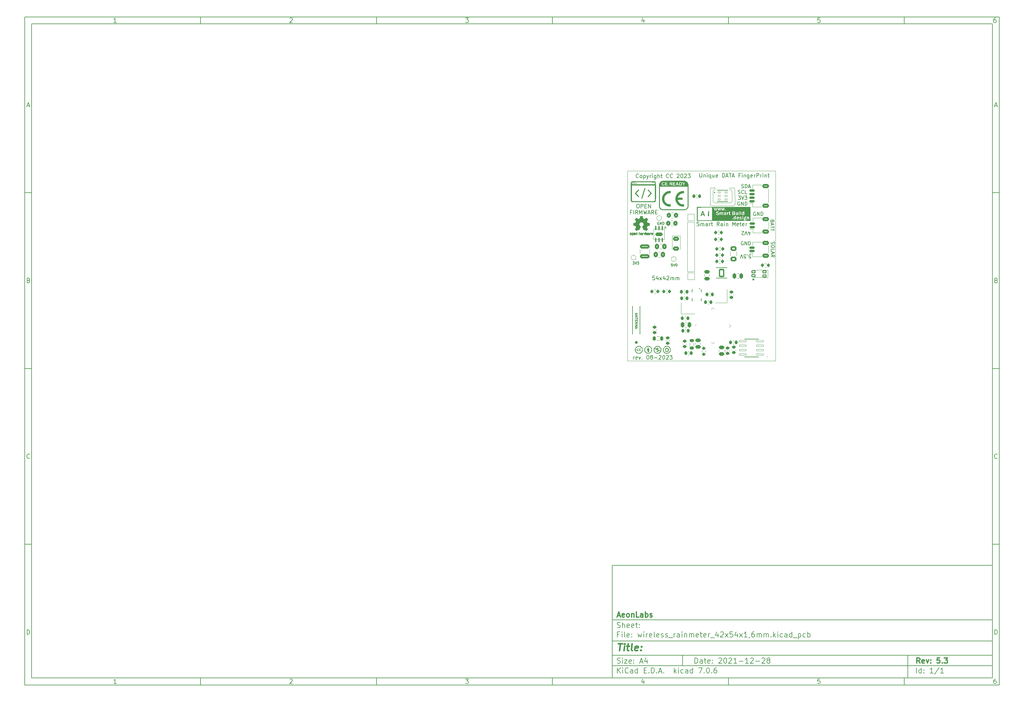
<source format=gbr>
G04 #@! TF.GenerationSoftware,KiCad,Pcbnew,7.0.6*
G04 #@! TF.CreationDate,2023-07-10T12:59:01+01:00*
G04 #@! TF.ProjectId,wireless_rainmeter_42x54x1_6mm,77697265-6c65-4737-935f-7261696e6d65,5.3*
G04 #@! TF.SameCoordinates,Original*
G04 #@! TF.FileFunction,Legend,Top*
G04 #@! TF.FilePolarity,Positive*
%FSLAX46Y46*%
G04 Gerber Fmt 4.6, Leading zero omitted, Abs format (unit mm)*
G04 Created by KiCad (PCBNEW 7.0.6) date 2023-07-10 12:59:01*
%MOMM*%
%LPD*%
G01*
G04 APERTURE LIST*
G04 Aperture macros list*
%AMRoundRect*
0 Rectangle with rounded corners*
0 $1 Rounding radius*
0 $2 $3 $4 $5 $6 $7 $8 $9 X,Y pos of 4 corners*
0 Add a 4 corners polygon primitive as box body*
4,1,4,$2,$3,$4,$5,$6,$7,$8,$9,$2,$3,0*
0 Add four circle primitives for the rounded corners*
1,1,$1+$1,$2,$3*
1,1,$1+$1,$4,$5*
1,1,$1+$1,$6,$7*
1,1,$1+$1,$8,$9*
0 Add four rect primitives between the rounded corners*
20,1,$1+$1,$2,$3,$4,$5,0*
20,1,$1+$1,$4,$5,$6,$7,0*
20,1,$1+$1,$6,$7,$8,$9,0*
20,1,$1+$1,$8,$9,$2,$3,0*%
%AMRotRect*
0 Rectangle, with rotation*
0 The origin of the aperture is its center*
0 $1 length*
0 $2 width*
0 $3 Rotation angle, in degrees counterclockwise*
0 Add horizontal line*
21,1,$1,$2,0,0,$3*%
G04 Aperture macros list end*
%ADD10C,0.100000*%
%ADD11C,0.150000*%
%ADD12C,0.300000*%
%ADD13C,0.400000*%
%ADD14C,0.200000*%
%ADD15C,0.120000*%
%ADD16C,0.090000*%
%ADD17C,0.127000*%
%ADD18C,0.381000*%
%ADD19C,0.010000*%
%ADD20R,1.500000X1.500000*%
%ADD21RoundRect,0.200000X-0.200000X-0.275000X0.200000X-0.275000X0.200000X0.275000X-0.200000X0.275000X0*%
%ADD22RoundRect,0.200000X0.200000X0.275000X-0.200000X0.275000X-0.200000X-0.275000X0.200000X-0.275000X0*%
%ADD23RoundRect,0.150000X0.625000X-0.150000X0.625000X0.150000X-0.625000X0.150000X-0.625000X-0.150000X0*%
%ADD24RoundRect,0.250000X0.650000X-0.350000X0.650000X0.350000X-0.650000X0.350000X-0.650000X-0.350000X0*%
%ADD25RoundRect,0.225000X-0.250000X0.225000X-0.250000X-0.225000X0.250000X-0.225000X0.250000X0.225000X0*%
%ADD26RoundRect,0.250000X0.475000X-0.250000X0.475000X0.250000X-0.475000X0.250000X-0.475000X-0.250000X0*%
%ADD27RoundRect,0.250000X0.350000X0.450000X-0.350000X0.450000X-0.350000X-0.450000X0.350000X-0.450000X0*%
%ADD28R,1.300000X1.000000*%
%ADD29RoundRect,0.225000X0.225000X0.250000X-0.225000X0.250000X-0.225000X-0.250000X0.225000X-0.250000X0*%
%ADD30RotRect,5.600000X5.600000X45.000000*%
%ADD31RoundRect,0.050000X0.238649X-0.309359X0.309359X-0.238649X-0.238649X0.309359X-0.309359X0.238649X0*%
%ADD32RoundRect,0.002500X0.000000X-0.003536X0.003536X0.000000X0.000000X0.003536X-0.003536X0.000000X0*%
%ADD33RoundRect,0.050000X-0.238649X-0.309359X0.309359X0.238649X0.238649X0.309359X-0.309359X-0.238649X0*%
%ADD34RoundRect,0.200000X0.275000X-0.200000X0.275000X0.200000X-0.275000X0.200000X-0.275000X-0.200000X0*%
%ADD35RoundRect,0.225000X-0.225000X-0.250000X0.225000X-0.250000X0.225000X0.250000X-0.225000X0.250000X0*%
%ADD36RoundRect,0.250000X-0.337500X-0.475000X0.337500X-0.475000X0.337500X0.475000X-0.337500X0.475000X0*%
%ADD37C,1.000000*%
%ADD38RoundRect,0.225000X0.250000X-0.225000X0.250000X0.225000X-0.250000X0.225000X-0.250000X-0.225000X0*%
%ADD39RoundRect,0.250000X0.250000X0.475000X-0.250000X0.475000X-0.250000X-0.475000X0.250000X-0.475000X0*%
%ADD40RoundRect,0.250000X1.075000X-0.375000X1.075000X0.375000X-1.075000X0.375000X-1.075000X-0.375000X0*%
%ADD41RoundRect,0.176000X-0.624000X-0.974000X0.624000X-0.974000X0.624000X0.974000X-0.624000X0.974000X0*%
%ADD42RoundRect,0.250000X-0.625000X0.375000X-0.625000X-0.375000X0.625000X-0.375000X0.625000X0.375000X0*%
%ADD43RoundRect,0.218750X0.381250X-0.218750X0.381250X0.218750X-0.381250X0.218750X-0.381250X-0.218750X0*%
%ADD44RoundRect,0.250000X0.337500X0.475000X-0.337500X0.475000X-0.337500X-0.475000X0.337500X-0.475000X0*%
%ADD45R,25.500000X0.400000*%
%ADD46RoundRect,0.250000X-0.250000X-0.475000X0.250000X-0.475000X0.250000X0.475000X-0.250000X0.475000X0*%
%ADD47R,0.400000X20.500000*%
%ADD48RoundRect,0.100000X0.100000X0.550000X-0.100000X0.550000X-0.100000X-0.550000X0.100000X-0.550000X0*%
%ADD49RoundRect,0.100000X-0.100000X-0.550000X0.100000X-0.550000X0.100000X0.550000X-0.100000X0.550000X0*%
%ADD50RoundRect,0.262500X0.737500X0.262500X-0.737500X0.262500X-0.737500X-0.262500X0.737500X-0.262500X0*%
%ADD51RoundRect,0.218750X-0.218750X-0.381250X0.218750X-0.381250X0.218750X0.381250X-0.218750X0.381250X0*%
%ADD52RoundRect,0.250000X-0.350000X-0.450000X0.350000X-0.450000X0.350000X0.450000X-0.350000X0.450000X0*%
%ADD53R,0.400000X5.700000*%
%ADD54R,25.400000X0.400000*%
%ADD55RoundRect,0.250001X-0.624999X0.462499X-0.624999X-0.462499X0.624999X-0.462499X0.624999X0.462499X0*%
%ADD56RoundRect,0.041300X0.948700X0.253700X-0.948700X0.253700X-0.948700X-0.253700X0.948700X-0.253700X0*%
%ADD57R,0.400000X13.300000*%
%ADD58R,0.580000X0.350000*%
%ADD59R,0.350000X0.580000*%
%ADD60R,1.000000X1.300000*%
%ADD61O,1.500000X0.800000*%
%ADD62C,0.700000*%
%ADD63RoundRect,0.037100X-0.317900X-0.227900X0.317900X-0.227900X0.317900X0.227900X-0.317900X0.227900X0*%
%ADD64R,2.100000X1.400000*%
%ADD65RoundRect,0.124800X0.475200X0.275200X-0.475200X0.275200X-0.475200X-0.275200X0.475200X-0.275200X0*%
G04 #@! TA.AperFunction,Profile*
%ADD66C,0.100000*%
G04 #@! TD*
G04 APERTURE END LIST*
D10*
D11*
X177002200Y-166007200D02*
X285002200Y-166007200D01*
X285002200Y-198007200D01*
X177002200Y-198007200D01*
X177002200Y-166007200D01*
D10*
D11*
X10000000Y-10000000D02*
X287002200Y-10000000D01*
X287002200Y-200007200D01*
X10000000Y-200007200D01*
X10000000Y-10000000D01*
D10*
D11*
X12000000Y-12000000D02*
X285002200Y-12000000D01*
X285002200Y-198007200D01*
X12000000Y-198007200D01*
X12000000Y-12000000D01*
D10*
D11*
X60000000Y-12000000D02*
X60000000Y-10000000D01*
D10*
D11*
X110000000Y-12000000D02*
X110000000Y-10000000D01*
D10*
D11*
X160000000Y-12000000D02*
X160000000Y-10000000D01*
D10*
D11*
X210000000Y-12000000D02*
X210000000Y-10000000D01*
D10*
D11*
X260000000Y-12000000D02*
X260000000Y-10000000D01*
D10*
D11*
X36089160Y-11593604D02*
X35346303Y-11593604D01*
X35717731Y-11593604D02*
X35717731Y-10293604D01*
X35717731Y-10293604D02*
X35593922Y-10479319D01*
X35593922Y-10479319D02*
X35470112Y-10603128D01*
X35470112Y-10603128D02*
X35346303Y-10665033D01*
D10*
D11*
X85346303Y-10417414D02*
X85408207Y-10355509D01*
X85408207Y-10355509D02*
X85532017Y-10293604D01*
X85532017Y-10293604D02*
X85841541Y-10293604D01*
X85841541Y-10293604D02*
X85965350Y-10355509D01*
X85965350Y-10355509D02*
X86027255Y-10417414D01*
X86027255Y-10417414D02*
X86089160Y-10541223D01*
X86089160Y-10541223D02*
X86089160Y-10665033D01*
X86089160Y-10665033D02*
X86027255Y-10850747D01*
X86027255Y-10850747D02*
X85284398Y-11593604D01*
X85284398Y-11593604D02*
X86089160Y-11593604D01*
D10*
D11*
X135284398Y-10293604D02*
X136089160Y-10293604D01*
X136089160Y-10293604D02*
X135655826Y-10788842D01*
X135655826Y-10788842D02*
X135841541Y-10788842D01*
X135841541Y-10788842D02*
X135965350Y-10850747D01*
X135965350Y-10850747D02*
X136027255Y-10912652D01*
X136027255Y-10912652D02*
X136089160Y-11036461D01*
X136089160Y-11036461D02*
X136089160Y-11345985D01*
X136089160Y-11345985D02*
X136027255Y-11469795D01*
X136027255Y-11469795D02*
X135965350Y-11531700D01*
X135965350Y-11531700D02*
X135841541Y-11593604D01*
X135841541Y-11593604D02*
X135470112Y-11593604D01*
X135470112Y-11593604D02*
X135346303Y-11531700D01*
X135346303Y-11531700D02*
X135284398Y-11469795D01*
D10*
D11*
X185965350Y-10726938D02*
X185965350Y-11593604D01*
X185655826Y-10231700D02*
X185346303Y-11160271D01*
X185346303Y-11160271D02*
X186151064Y-11160271D01*
D10*
D11*
X236027255Y-10293604D02*
X235408207Y-10293604D01*
X235408207Y-10293604D02*
X235346303Y-10912652D01*
X235346303Y-10912652D02*
X235408207Y-10850747D01*
X235408207Y-10850747D02*
X235532017Y-10788842D01*
X235532017Y-10788842D02*
X235841541Y-10788842D01*
X235841541Y-10788842D02*
X235965350Y-10850747D01*
X235965350Y-10850747D02*
X236027255Y-10912652D01*
X236027255Y-10912652D02*
X236089160Y-11036461D01*
X236089160Y-11036461D02*
X236089160Y-11345985D01*
X236089160Y-11345985D02*
X236027255Y-11469795D01*
X236027255Y-11469795D02*
X235965350Y-11531700D01*
X235965350Y-11531700D02*
X235841541Y-11593604D01*
X235841541Y-11593604D02*
X235532017Y-11593604D01*
X235532017Y-11593604D02*
X235408207Y-11531700D01*
X235408207Y-11531700D02*
X235346303Y-11469795D01*
D10*
D11*
X285965350Y-10293604D02*
X285717731Y-10293604D01*
X285717731Y-10293604D02*
X285593922Y-10355509D01*
X285593922Y-10355509D02*
X285532017Y-10417414D01*
X285532017Y-10417414D02*
X285408207Y-10603128D01*
X285408207Y-10603128D02*
X285346303Y-10850747D01*
X285346303Y-10850747D02*
X285346303Y-11345985D01*
X285346303Y-11345985D02*
X285408207Y-11469795D01*
X285408207Y-11469795D02*
X285470112Y-11531700D01*
X285470112Y-11531700D02*
X285593922Y-11593604D01*
X285593922Y-11593604D02*
X285841541Y-11593604D01*
X285841541Y-11593604D02*
X285965350Y-11531700D01*
X285965350Y-11531700D02*
X286027255Y-11469795D01*
X286027255Y-11469795D02*
X286089160Y-11345985D01*
X286089160Y-11345985D02*
X286089160Y-11036461D01*
X286089160Y-11036461D02*
X286027255Y-10912652D01*
X286027255Y-10912652D02*
X285965350Y-10850747D01*
X285965350Y-10850747D02*
X285841541Y-10788842D01*
X285841541Y-10788842D02*
X285593922Y-10788842D01*
X285593922Y-10788842D02*
X285470112Y-10850747D01*
X285470112Y-10850747D02*
X285408207Y-10912652D01*
X285408207Y-10912652D02*
X285346303Y-11036461D01*
D10*
D11*
X60000000Y-198007200D02*
X60000000Y-200007200D01*
D10*
D11*
X110000000Y-198007200D02*
X110000000Y-200007200D01*
D10*
D11*
X160000000Y-198007200D02*
X160000000Y-200007200D01*
D10*
D11*
X210000000Y-198007200D02*
X210000000Y-200007200D01*
D10*
D11*
X260000000Y-198007200D02*
X260000000Y-200007200D01*
D10*
D11*
X36089160Y-199600804D02*
X35346303Y-199600804D01*
X35717731Y-199600804D02*
X35717731Y-198300804D01*
X35717731Y-198300804D02*
X35593922Y-198486519D01*
X35593922Y-198486519D02*
X35470112Y-198610328D01*
X35470112Y-198610328D02*
X35346303Y-198672233D01*
D10*
D11*
X85346303Y-198424614D02*
X85408207Y-198362709D01*
X85408207Y-198362709D02*
X85532017Y-198300804D01*
X85532017Y-198300804D02*
X85841541Y-198300804D01*
X85841541Y-198300804D02*
X85965350Y-198362709D01*
X85965350Y-198362709D02*
X86027255Y-198424614D01*
X86027255Y-198424614D02*
X86089160Y-198548423D01*
X86089160Y-198548423D02*
X86089160Y-198672233D01*
X86089160Y-198672233D02*
X86027255Y-198857947D01*
X86027255Y-198857947D02*
X85284398Y-199600804D01*
X85284398Y-199600804D02*
X86089160Y-199600804D01*
D10*
D11*
X135284398Y-198300804D02*
X136089160Y-198300804D01*
X136089160Y-198300804D02*
X135655826Y-198796042D01*
X135655826Y-198796042D02*
X135841541Y-198796042D01*
X135841541Y-198796042D02*
X135965350Y-198857947D01*
X135965350Y-198857947D02*
X136027255Y-198919852D01*
X136027255Y-198919852D02*
X136089160Y-199043661D01*
X136089160Y-199043661D02*
X136089160Y-199353185D01*
X136089160Y-199353185D02*
X136027255Y-199476995D01*
X136027255Y-199476995D02*
X135965350Y-199538900D01*
X135965350Y-199538900D02*
X135841541Y-199600804D01*
X135841541Y-199600804D02*
X135470112Y-199600804D01*
X135470112Y-199600804D02*
X135346303Y-199538900D01*
X135346303Y-199538900D02*
X135284398Y-199476995D01*
D10*
D11*
X185965350Y-198734138D02*
X185965350Y-199600804D01*
X185655826Y-198238900D02*
X185346303Y-199167471D01*
X185346303Y-199167471D02*
X186151064Y-199167471D01*
D10*
D11*
X236027255Y-198300804D02*
X235408207Y-198300804D01*
X235408207Y-198300804D02*
X235346303Y-198919852D01*
X235346303Y-198919852D02*
X235408207Y-198857947D01*
X235408207Y-198857947D02*
X235532017Y-198796042D01*
X235532017Y-198796042D02*
X235841541Y-198796042D01*
X235841541Y-198796042D02*
X235965350Y-198857947D01*
X235965350Y-198857947D02*
X236027255Y-198919852D01*
X236027255Y-198919852D02*
X236089160Y-199043661D01*
X236089160Y-199043661D02*
X236089160Y-199353185D01*
X236089160Y-199353185D02*
X236027255Y-199476995D01*
X236027255Y-199476995D02*
X235965350Y-199538900D01*
X235965350Y-199538900D02*
X235841541Y-199600804D01*
X235841541Y-199600804D02*
X235532017Y-199600804D01*
X235532017Y-199600804D02*
X235408207Y-199538900D01*
X235408207Y-199538900D02*
X235346303Y-199476995D01*
D10*
D11*
X285965350Y-198300804D02*
X285717731Y-198300804D01*
X285717731Y-198300804D02*
X285593922Y-198362709D01*
X285593922Y-198362709D02*
X285532017Y-198424614D01*
X285532017Y-198424614D02*
X285408207Y-198610328D01*
X285408207Y-198610328D02*
X285346303Y-198857947D01*
X285346303Y-198857947D02*
X285346303Y-199353185D01*
X285346303Y-199353185D02*
X285408207Y-199476995D01*
X285408207Y-199476995D02*
X285470112Y-199538900D01*
X285470112Y-199538900D02*
X285593922Y-199600804D01*
X285593922Y-199600804D02*
X285841541Y-199600804D01*
X285841541Y-199600804D02*
X285965350Y-199538900D01*
X285965350Y-199538900D02*
X286027255Y-199476995D01*
X286027255Y-199476995D02*
X286089160Y-199353185D01*
X286089160Y-199353185D02*
X286089160Y-199043661D01*
X286089160Y-199043661D02*
X286027255Y-198919852D01*
X286027255Y-198919852D02*
X285965350Y-198857947D01*
X285965350Y-198857947D02*
X285841541Y-198796042D01*
X285841541Y-198796042D02*
X285593922Y-198796042D01*
X285593922Y-198796042D02*
X285470112Y-198857947D01*
X285470112Y-198857947D02*
X285408207Y-198919852D01*
X285408207Y-198919852D02*
X285346303Y-199043661D01*
D10*
D11*
X10000000Y-60000000D02*
X12000000Y-60000000D01*
D10*
D11*
X10000000Y-110000000D02*
X12000000Y-110000000D01*
D10*
D11*
X10000000Y-160000000D02*
X12000000Y-160000000D01*
D10*
D11*
X10690476Y-35222176D02*
X11309523Y-35222176D01*
X10566666Y-35593604D02*
X10999999Y-34293604D01*
X10999999Y-34293604D02*
X11433333Y-35593604D01*
D10*
D11*
X11092857Y-84912652D02*
X11278571Y-84974557D01*
X11278571Y-84974557D02*
X11340476Y-85036461D01*
X11340476Y-85036461D02*
X11402380Y-85160271D01*
X11402380Y-85160271D02*
X11402380Y-85345985D01*
X11402380Y-85345985D02*
X11340476Y-85469795D01*
X11340476Y-85469795D02*
X11278571Y-85531700D01*
X11278571Y-85531700D02*
X11154761Y-85593604D01*
X11154761Y-85593604D02*
X10659523Y-85593604D01*
X10659523Y-85593604D02*
X10659523Y-84293604D01*
X10659523Y-84293604D02*
X11092857Y-84293604D01*
X11092857Y-84293604D02*
X11216666Y-84355509D01*
X11216666Y-84355509D02*
X11278571Y-84417414D01*
X11278571Y-84417414D02*
X11340476Y-84541223D01*
X11340476Y-84541223D02*
X11340476Y-84665033D01*
X11340476Y-84665033D02*
X11278571Y-84788842D01*
X11278571Y-84788842D02*
X11216666Y-84850747D01*
X11216666Y-84850747D02*
X11092857Y-84912652D01*
X11092857Y-84912652D02*
X10659523Y-84912652D01*
D10*
D11*
X11402380Y-135469795D02*
X11340476Y-135531700D01*
X11340476Y-135531700D02*
X11154761Y-135593604D01*
X11154761Y-135593604D02*
X11030952Y-135593604D01*
X11030952Y-135593604D02*
X10845238Y-135531700D01*
X10845238Y-135531700D02*
X10721428Y-135407890D01*
X10721428Y-135407890D02*
X10659523Y-135284080D01*
X10659523Y-135284080D02*
X10597619Y-135036461D01*
X10597619Y-135036461D02*
X10597619Y-134850747D01*
X10597619Y-134850747D02*
X10659523Y-134603128D01*
X10659523Y-134603128D02*
X10721428Y-134479319D01*
X10721428Y-134479319D02*
X10845238Y-134355509D01*
X10845238Y-134355509D02*
X11030952Y-134293604D01*
X11030952Y-134293604D02*
X11154761Y-134293604D01*
X11154761Y-134293604D02*
X11340476Y-134355509D01*
X11340476Y-134355509D02*
X11402380Y-134417414D01*
D10*
D11*
X10659523Y-185593604D02*
X10659523Y-184293604D01*
X10659523Y-184293604D02*
X10969047Y-184293604D01*
X10969047Y-184293604D02*
X11154761Y-184355509D01*
X11154761Y-184355509D02*
X11278571Y-184479319D01*
X11278571Y-184479319D02*
X11340476Y-184603128D01*
X11340476Y-184603128D02*
X11402380Y-184850747D01*
X11402380Y-184850747D02*
X11402380Y-185036461D01*
X11402380Y-185036461D02*
X11340476Y-185284080D01*
X11340476Y-185284080D02*
X11278571Y-185407890D01*
X11278571Y-185407890D02*
X11154761Y-185531700D01*
X11154761Y-185531700D02*
X10969047Y-185593604D01*
X10969047Y-185593604D02*
X10659523Y-185593604D01*
D10*
D11*
X287002200Y-60000000D02*
X285002200Y-60000000D01*
D10*
D11*
X287002200Y-110000000D02*
X285002200Y-110000000D01*
D10*
D11*
X287002200Y-160000000D02*
X285002200Y-160000000D01*
D10*
D11*
X285692676Y-35222176D02*
X286311723Y-35222176D01*
X285568866Y-35593604D02*
X286002199Y-34293604D01*
X286002199Y-34293604D02*
X286435533Y-35593604D01*
D10*
D11*
X286095057Y-84912652D02*
X286280771Y-84974557D01*
X286280771Y-84974557D02*
X286342676Y-85036461D01*
X286342676Y-85036461D02*
X286404580Y-85160271D01*
X286404580Y-85160271D02*
X286404580Y-85345985D01*
X286404580Y-85345985D02*
X286342676Y-85469795D01*
X286342676Y-85469795D02*
X286280771Y-85531700D01*
X286280771Y-85531700D02*
X286156961Y-85593604D01*
X286156961Y-85593604D02*
X285661723Y-85593604D01*
X285661723Y-85593604D02*
X285661723Y-84293604D01*
X285661723Y-84293604D02*
X286095057Y-84293604D01*
X286095057Y-84293604D02*
X286218866Y-84355509D01*
X286218866Y-84355509D02*
X286280771Y-84417414D01*
X286280771Y-84417414D02*
X286342676Y-84541223D01*
X286342676Y-84541223D02*
X286342676Y-84665033D01*
X286342676Y-84665033D02*
X286280771Y-84788842D01*
X286280771Y-84788842D02*
X286218866Y-84850747D01*
X286218866Y-84850747D02*
X286095057Y-84912652D01*
X286095057Y-84912652D02*
X285661723Y-84912652D01*
D10*
D11*
X286404580Y-135469795D02*
X286342676Y-135531700D01*
X286342676Y-135531700D02*
X286156961Y-135593604D01*
X286156961Y-135593604D02*
X286033152Y-135593604D01*
X286033152Y-135593604D02*
X285847438Y-135531700D01*
X285847438Y-135531700D02*
X285723628Y-135407890D01*
X285723628Y-135407890D02*
X285661723Y-135284080D01*
X285661723Y-135284080D02*
X285599819Y-135036461D01*
X285599819Y-135036461D02*
X285599819Y-134850747D01*
X285599819Y-134850747D02*
X285661723Y-134603128D01*
X285661723Y-134603128D02*
X285723628Y-134479319D01*
X285723628Y-134479319D02*
X285847438Y-134355509D01*
X285847438Y-134355509D02*
X286033152Y-134293604D01*
X286033152Y-134293604D02*
X286156961Y-134293604D01*
X286156961Y-134293604D02*
X286342676Y-134355509D01*
X286342676Y-134355509D02*
X286404580Y-134417414D01*
D10*
D11*
X285661723Y-185593604D02*
X285661723Y-184293604D01*
X285661723Y-184293604D02*
X285971247Y-184293604D01*
X285971247Y-184293604D02*
X286156961Y-184355509D01*
X286156961Y-184355509D02*
X286280771Y-184479319D01*
X286280771Y-184479319D02*
X286342676Y-184603128D01*
X286342676Y-184603128D02*
X286404580Y-184850747D01*
X286404580Y-184850747D02*
X286404580Y-185036461D01*
X286404580Y-185036461D02*
X286342676Y-185284080D01*
X286342676Y-185284080D02*
X286280771Y-185407890D01*
X286280771Y-185407890D02*
X286156961Y-185531700D01*
X286156961Y-185531700D02*
X285971247Y-185593604D01*
X285971247Y-185593604D02*
X285661723Y-185593604D01*
D10*
D11*
X200458026Y-193793328D02*
X200458026Y-192293328D01*
X200458026Y-192293328D02*
X200815169Y-192293328D01*
X200815169Y-192293328D02*
X201029455Y-192364757D01*
X201029455Y-192364757D02*
X201172312Y-192507614D01*
X201172312Y-192507614D02*
X201243741Y-192650471D01*
X201243741Y-192650471D02*
X201315169Y-192936185D01*
X201315169Y-192936185D02*
X201315169Y-193150471D01*
X201315169Y-193150471D02*
X201243741Y-193436185D01*
X201243741Y-193436185D02*
X201172312Y-193579042D01*
X201172312Y-193579042D02*
X201029455Y-193721900D01*
X201029455Y-193721900D02*
X200815169Y-193793328D01*
X200815169Y-193793328D02*
X200458026Y-193793328D01*
X202600884Y-193793328D02*
X202600884Y-193007614D01*
X202600884Y-193007614D02*
X202529455Y-192864757D01*
X202529455Y-192864757D02*
X202386598Y-192793328D01*
X202386598Y-192793328D02*
X202100884Y-192793328D01*
X202100884Y-192793328D02*
X201958026Y-192864757D01*
X202600884Y-193721900D02*
X202458026Y-193793328D01*
X202458026Y-193793328D02*
X202100884Y-193793328D01*
X202100884Y-193793328D02*
X201958026Y-193721900D01*
X201958026Y-193721900D02*
X201886598Y-193579042D01*
X201886598Y-193579042D02*
X201886598Y-193436185D01*
X201886598Y-193436185D02*
X201958026Y-193293328D01*
X201958026Y-193293328D02*
X202100884Y-193221900D01*
X202100884Y-193221900D02*
X202458026Y-193221900D01*
X202458026Y-193221900D02*
X202600884Y-193150471D01*
X203100884Y-192793328D02*
X203672312Y-192793328D01*
X203315169Y-192293328D02*
X203315169Y-193579042D01*
X203315169Y-193579042D02*
X203386598Y-193721900D01*
X203386598Y-193721900D02*
X203529455Y-193793328D01*
X203529455Y-193793328D02*
X203672312Y-193793328D01*
X204743741Y-193721900D02*
X204600884Y-193793328D01*
X204600884Y-193793328D02*
X204315170Y-193793328D01*
X204315170Y-193793328D02*
X204172312Y-193721900D01*
X204172312Y-193721900D02*
X204100884Y-193579042D01*
X204100884Y-193579042D02*
X204100884Y-193007614D01*
X204100884Y-193007614D02*
X204172312Y-192864757D01*
X204172312Y-192864757D02*
X204315170Y-192793328D01*
X204315170Y-192793328D02*
X204600884Y-192793328D01*
X204600884Y-192793328D02*
X204743741Y-192864757D01*
X204743741Y-192864757D02*
X204815170Y-193007614D01*
X204815170Y-193007614D02*
X204815170Y-193150471D01*
X204815170Y-193150471D02*
X204100884Y-193293328D01*
X205458026Y-193650471D02*
X205529455Y-193721900D01*
X205529455Y-193721900D02*
X205458026Y-193793328D01*
X205458026Y-193793328D02*
X205386598Y-193721900D01*
X205386598Y-193721900D02*
X205458026Y-193650471D01*
X205458026Y-193650471D02*
X205458026Y-193793328D01*
X205458026Y-192864757D02*
X205529455Y-192936185D01*
X205529455Y-192936185D02*
X205458026Y-193007614D01*
X205458026Y-193007614D02*
X205386598Y-192936185D01*
X205386598Y-192936185D02*
X205458026Y-192864757D01*
X205458026Y-192864757D02*
X205458026Y-193007614D01*
X207243741Y-192436185D02*
X207315169Y-192364757D01*
X207315169Y-192364757D02*
X207458027Y-192293328D01*
X207458027Y-192293328D02*
X207815169Y-192293328D01*
X207815169Y-192293328D02*
X207958027Y-192364757D01*
X207958027Y-192364757D02*
X208029455Y-192436185D01*
X208029455Y-192436185D02*
X208100884Y-192579042D01*
X208100884Y-192579042D02*
X208100884Y-192721900D01*
X208100884Y-192721900D02*
X208029455Y-192936185D01*
X208029455Y-192936185D02*
X207172312Y-193793328D01*
X207172312Y-193793328D02*
X208100884Y-193793328D01*
X209029455Y-192293328D02*
X209172312Y-192293328D01*
X209172312Y-192293328D02*
X209315169Y-192364757D01*
X209315169Y-192364757D02*
X209386598Y-192436185D01*
X209386598Y-192436185D02*
X209458026Y-192579042D01*
X209458026Y-192579042D02*
X209529455Y-192864757D01*
X209529455Y-192864757D02*
X209529455Y-193221900D01*
X209529455Y-193221900D02*
X209458026Y-193507614D01*
X209458026Y-193507614D02*
X209386598Y-193650471D01*
X209386598Y-193650471D02*
X209315169Y-193721900D01*
X209315169Y-193721900D02*
X209172312Y-193793328D01*
X209172312Y-193793328D02*
X209029455Y-193793328D01*
X209029455Y-193793328D02*
X208886598Y-193721900D01*
X208886598Y-193721900D02*
X208815169Y-193650471D01*
X208815169Y-193650471D02*
X208743740Y-193507614D01*
X208743740Y-193507614D02*
X208672312Y-193221900D01*
X208672312Y-193221900D02*
X208672312Y-192864757D01*
X208672312Y-192864757D02*
X208743740Y-192579042D01*
X208743740Y-192579042D02*
X208815169Y-192436185D01*
X208815169Y-192436185D02*
X208886598Y-192364757D01*
X208886598Y-192364757D02*
X209029455Y-192293328D01*
X210100883Y-192436185D02*
X210172311Y-192364757D01*
X210172311Y-192364757D02*
X210315169Y-192293328D01*
X210315169Y-192293328D02*
X210672311Y-192293328D01*
X210672311Y-192293328D02*
X210815169Y-192364757D01*
X210815169Y-192364757D02*
X210886597Y-192436185D01*
X210886597Y-192436185D02*
X210958026Y-192579042D01*
X210958026Y-192579042D02*
X210958026Y-192721900D01*
X210958026Y-192721900D02*
X210886597Y-192936185D01*
X210886597Y-192936185D02*
X210029454Y-193793328D01*
X210029454Y-193793328D02*
X210958026Y-193793328D01*
X212386597Y-193793328D02*
X211529454Y-193793328D01*
X211958025Y-193793328D02*
X211958025Y-192293328D01*
X211958025Y-192293328D02*
X211815168Y-192507614D01*
X211815168Y-192507614D02*
X211672311Y-192650471D01*
X211672311Y-192650471D02*
X211529454Y-192721900D01*
X213029453Y-193221900D02*
X214172311Y-193221900D01*
X215672311Y-193793328D02*
X214815168Y-193793328D01*
X215243739Y-193793328D02*
X215243739Y-192293328D01*
X215243739Y-192293328D02*
X215100882Y-192507614D01*
X215100882Y-192507614D02*
X214958025Y-192650471D01*
X214958025Y-192650471D02*
X214815168Y-192721900D01*
X216243739Y-192436185D02*
X216315167Y-192364757D01*
X216315167Y-192364757D02*
X216458025Y-192293328D01*
X216458025Y-192293328D02*
X216815167Y-192293328D01*
X216815167Y-192293328D02*
X216958025Y-192364757D01*
X216958025Y-192364757D02*
X217029453Y-192436185D01*
X217029453Y-192436185D02*
X217100882Y-192579042D01*
X217100882Y-192579042D02*
X217100882Y-192721900D01*
X217100882Y-192721900D02*
X217029453Y-192936185D01*
X217029453Y-192936185D02*
X216172310Y-193793328D01*
X216172310Y-193793328D02*
X217100882Y-193793328D01*
X217743738Y-193221900D02*
X218886596Y-193221900D01*
X219529453Y-192436185D02*
X219600881Y-192364757D01*
X219600881Y-192364757D02*
X219743739Y-192293328D01*
X219743739Y-192293328D02*
X220100881Y-192293328D01*
X220100881Y-192293328D02*
X220243739Y-192364757D01*
X220243739Y-192364757D02*
X220315167Y-192436185D01*
X220315167Y-192436185D02*
X220386596Y-192579042D01*
X220386596Y-192579042D02*
X220386596Y-192721900D01*
X220386596Y-192721900D02*
X220315167Y-192936185D01*
X220315167Y-192936185D02*
X219458024Y-193793328D01*
X219458024Y-193793328D02*
X220386596Y-193793328D01*
X221243738Y-192936185D02*
X221100881Y-192864757D01*
X221100881Y-192864757D02*
X221029452Y-192793328D01*
X221029452Y-192793328D02*
X220958024Y-192650471D01*
X220958024Y-192650471D02*
X220958024Y-192579042D01*
X220958024Y-192579042D02*
X221029452Y-192436185D01*
X221029452Y-192436185D02*
X221100881Y-192364757D01*
X221100881Y-192364757D02*
X221243738Y-192293328D01*
X221243738Y-192293328D02*
X221529452Y-192293328D01*
X221529452Y-192293328D02*
X221672310Y-192364757D01*
X221672310Y-192364757D02*
X221743738Y-192436185D01*
X221743738Y-192436185D02*
X221815167Y-192579042D01*
X221815167Y-192579042D02*
X221815167Y-192650471D01*
X221815167Y-192650471D02*
X221743738Y-192793328D01*
X221743738Y-192793328D02*
X221672310Y-192864757D01*
X221672310Y-192864757D02*
X221529452Y-192936185D01*
X221529452Y-192936185D02*
X221243738Y-192936185D01*
X221243738Y-192936185D02*
X221100881Y-193007614D01*
X221100881Y-193007614D02*
X221029452Y-193079042D01*
X221029452Y-193079042D02*
X220958024Y-193221900D01*
X220958024Y-193221900D02*
X220958024Y-193507614D01*
X220958024Y-193507614D02*
X221029452Y-193650471D01*
X221029452Y-193650471D02*
X221100881Y-193721900D01*
X221100881Y-193721900D02*
X221243738Y-193793328D01*
X221243738Y-193793328D02*
X221529452Y-193793328D01*
X221529452Y-193793328D02*
X221672310Y-193721900D01*
X221672310Y-193721900D02*
X221743738Y-193650471D01*
X221743738Y-193650471D02*
X221815167Y-193507614D01*
X221815167Y-193507614D02*
X221815167Y-193221900D01*
X221815167Y-193221900D02*
X221743738Y-193079042D01*
X221743738Y-193079042D02*
X221672310Y-193007614D01*
X221672310Y-193007614D02*
X221529452Y-192936185D01*
D10*
D11*
X177002200Y-194507200D02*
X285002200Y-194507200D01*
D10*
D11*
X178458026Y-196593328D02*
X178458026Y-195093328D01*
X179315169Y-196593328D02*
X178672312Y-195736185D01*
X179315169Y-195093328D02*
X178458026Y-195950471D01*
X179958026Y-196593328D02*
X179958026Y-195593328D01*
X179958026Y-195093328D02*
X179886598Y-195164757D01*
X179886598Y-195164757D02*
X179958026Y-195236185D01*
X179958026Y-195236185D02*
X180029455Y-195164757D01*
X180029455Y-195164757D02*
X179958026Y-195093328D01*
X179958026Y-195093328D02*
X179958026Y-195236185D01*
X181529455Y-196450471D02*
X181458027Y-196521900D01*
X181458027Y-196521900D02*
X181243741Y-196593328D01*
X181243741Y-196593328D02*
X181100884Y-196593328D01*
X181100884Y-196593328D02*
X180886598Y-196521900D01*
X180886598Y-196521900D02*
X180743741Y-196379042D01*
X180743741Y-196379042D02*
X180672312Y-196236185D01*
X180672312Y-196236185D02*
X180600884Y-195950471D01*
X180600884Y-195950471D02*
X180600884Y-195736185D01*
X180600884Y-195736185D02*
X180672312Y-195450471D01*
X180672312Y-195450471D02*
X180743741Y-195307614D01*
X180743741Y-195307614D02*
X180886598Y-195164757D01*
X180886598Y-195164757D02*
X181100884Y-195093328D01*
X181100884Y-195093328D02*
X181243741Y-195093328D01*
X181243741Y-195093328D02*
X181458027Y-195164757D01*
X181458027Y-195164757D02*
X181529455Y-195236185D01*
X182815170Y-196593328D02*
X182815170Y-195807614D01*
X182815170Y-195807614D02*
X182743741Y-195664757D01*
X182743741Y-195664757D02*
X182600884Y-195593328D01*
X182600884Y-195593328D02*
X182315170Y-195593328D01*
X182315170Y-195593328D02*
X182172312Y-195664757D01*
X182815170Y-196521900D02*
X182672312Y-196593328D01*
X182672312Y-196593328D02*
X182315170Y-196593328D01*
X182315170Y-196593328D02*
X182172312Y-196521900D01*
X182172312Y-196521900D02*
X182100884Y-196379042D01*
X182100884Y-196379042D02*
X182100884Y-196236185D01*
X182100884Y-196236185D02*
X182172312Y-196093328D01*
X182172312Y-196093328D02*
X182315170Y-196021900D01*
X182315170Y-196021900D02*
X182672312Y-196021900D01*
X182672312Y-196021900D02*
X182815170Y-195950471D01*
X184172313Y-196593328D02*
X184172313Y-195093328D01*
X184172313Y-196521900D02*
X184029455Y-196593328D01*
X184029455Y-196593328D02*
X183743741Y-196593328D01*
X183743741Y-196593328D02*
X183600884Y-196521900D01*
X183600884Y-196521900D02*
X183529455Y-196450471D01*
X183529455Y-196450471D02*
X183458027Y-196307614D01*
X183458027Y-196307614D02*
X183458027Y-195879042D01*
X183458027Y-195879042D02*
X183529455Y-195736185D01*
X183529455Y-195736185D02*
X183600884Y-195664757D01*
X183600884Y-195664757D02*
X183743741Y-195593328D01*
X183743741Y-195593328D02*
X184029455Y-195593328D01*
X184029455Y-195593328D02*
X184172313Y-195664757D01*
X186029455Y-195807614D02*
X186529455Y-195807614D01*
X186743741Y-196593328D02*
X186029455Y-196593328D01*
X186029455Y-196593328D02*
X186029455Y-195093328D01*
X186029455Y-195093328D02*
X186743741Y-195093328D01*
X187386598Y-196450471D02*
X187458027Y-196521900D01*
X187458027Y-196521900D02*
X187386598Y-196593328D01*
X187386598Y-196593328D02*
X187315170Y-196521900D01*
X187315170Y-196521900D02*
X187386598Y-196450471D01*
X187386598Y-196450471D02*
X187386598Y-196593328D01*
X188100884Y-196593328D02*
X188100884Y-195093328D01*
X188100884Y-195093328D02*
X188458027Y-195093328D01*
X188458027Y-195093328D02*
X188672313Y-195164757D01*
X188672313Y-195164757D02*
X188815170Y-195307614D01*
X188815170Y-195307614D02*
X188886599Y-195450471D01*
X188886599Y-195450471D02*
X188958027Y-195736185D01*
X188958027Y-195736185D02*
X188958027Y-195950471D01*
X188958027Y-195950471D02*
X188886599Y-196236185D01*
X188886599Y-196236185D02*
X188815170Y-196379042D01*
X188815170Y-196379042D02*
X188672313Y-196521900D01*
X188672313Y-196521900D02*
X188458027Y-196593328D01*
X188458027Y-196593328D02*
X188100884Y-196593328D01*
X189600884Y-196450471D02*
X189672313Y-196521900D01*
X189672313Y-196521900D02*
X189600884Y-196593328D01*
X189600884Y-196593328D02*
X189529456Y-196521900D01*
X189529456Y-196521900D02*
X189600884Y-196450471D01*
X189600884Y-196450471D02*
X189600884Y-196593328D01*
X190243742Y-196164757D02*
X190958028Y-196164757D01*
X190100885Y-196593328D02*
X190600885Y-195093328D01*
X190600885Y-195093328D02*
X191100885Y-196593328D01*
X191600884Y-196450471D02*
X191672313Y-196521900D01*
X191672313Y-196521900D02*
X191600884Y-196593328D01*
X191600884Y-196593328D02*
X191529456Y-196521900D01*
X191529456Y-196521900D02*
X191600884Y-196450471D01*
X191600884Y-196450471D02*
X191600884Y-196593328D01*
X194600884Y-196593328D02*
X194600884Y-195093328D01*
X194743742Y-196021900D02*
X195172313Y-196593328D01*
X195172313Y-195593328D02*
X194600884Y-196164757D01*
X195815170Y-196593328D02*
X195815170Y-195593328D01*
X195815170Y-195093328D02*
X195743742Y-195164757D01*
X195743742Y-195164757D02*
X195815170Y-195236185D01*
X195815170Y-195236185D02*
X195886599Y-195164757D01*
X195886599Y-195164757D02*
X195815170Y-195093328D01*
X195815170Y-195093328D02*
X195815170Y-195236185D01*
X197172314Y-196521900D02*
X197029456Y-196593328D01*
X197029456Y-196593328D02*
X196743742Y-196593328D01*
X196743742Y-196593328D02*
X196600885Y-196521900D01*
X196600885Y-196521900D02*
X196529456Y-196450471D01*
X196529456Y-196450471D02*
X196458028Y-196307614D01*
X196458028Y-196307614D02*
X196458028Y-195879042D01*
X196458028Y-195879042D02*
X196529456Y-195736185D01*
X196529456Y-195736185D02*
X196600885Y-195664757D01*
X196600885Y-195664757D02*
X196743742Y-195593328D01*
X196743742Y-195593328D02*
X197029456Y-195593328D01*
X197029456Y-195593328D02*
X197172314Y-195664757D01*
X198458028Y-196593328D02*
X198458028Y-195807614D01*
X198458028Y-195807614D02*
X198386599Y-195664757D01*
X198386599Y-195664757D02*
X198243742Y-195593328D01*
X198243742Y-195593328D02*
X197958028Y-195593328D01*
X197958028Y-195593328D02*
X197815170Y-195664757D01*
X198458028Y-196521900D02*
X198315170Y-196593328D01*
X198315170Y-196593328D02*
X197958028Y-196593328D01*
X197958028Y-196593328D02*
X197815170Y-196521900D01*
X197815170Y-196521900D02*
X197743742Y-196379042D01*
X197743742Y-196379042D02*
X197743742Y-196236185D01*
X197743742Y-196236185D02*
X197815170Y-196093328D01*
X197815170Y-196093328D02*
X197958028Y-196021900D01*
X197958028Y-196021900D02*
X198315170Y-196021900D01*
X198315170Y-196021900D02*
X198458028Y-195950471D01*
X199815171Y-196593328D02*
X199815171Y-195093328D01*
X199815171Y-196521900D02*
X199672313Y-196593328D01*
X199672313Y-196593328D02*
X199386599Y-196593328D01*
X199386599Y-196593328D02*
X199243742Y-196521900D01*
X199243742Y-196521900D02*
X199172313Y-196450471D01*
X199172313Y-196450471D02*
X199100885Y-196307614D01*
X199100885Y-196307614D02*
X199100885Y-195879042D01*
X199100885Y-195879042D02*
X199172313Y-195736185D01*
X199172313Y-195736185D02*
X199243742Y-195664757D01*
X199243742Y-195664757D02*
X199386599Y-195593328D01*
X199386599Y-195593328D02*
X199672313Y-195593328D01*
X199672313Y-195593328D02*
X199815171Y-195664757D01*
X201529456Y-195093328D02*
X202529456Y-195093328D01*
X202529456Y-195093328D02*
X201886599Y-196593328D01*
X203100884Y-196450471D02*
X203172313Y-196521900D01*
X203172313Y-196521900D02*
X203100884Y-196593328D01*
X203100884Y-196593328D02*
X203029456Y-196521900D01*
X203029456Y-196521900D02*
X203100884Y-196450471D01*
X203100884Y-196450471D02*
X203100884Y-196593328D01*
X204100885Y-195093328D02*
X204243742Y-195093328D01*
X204243742Y-195093328D02*
X204386599Y-195164757D01*
X204386599Y-195164757D02*
X204458028Y-195236185D01*
X204458028Y-195236185D02*
X204529456Y-195379042D01*
X204529456Y-195379042D02*
X204600885Y-195664757D01*
X204600885Y-195664757D02*
X204600885Y-196021900D01*
X204600885Y-196021900D02*
X204529456Y-196307614D01*
X204529456Y-196307614D02*
X204458028Y-196450471D01*
X204458028Y-196450471D02*
X204386599Y-196521900D01*
X204386599Y-196521900D02*
X204243742Y-196593328D01*
X204243742Y-196593328D02*
X204100885Y-196593328D01*
X204100885Y-196593328D02*
X203958028Y-196521900D01*
X203958028Y-196521900D02*
X203886599Y-196450471D01*
X203886599Y-196450471D02*
X203815170Y-196307614D01*
X203815170Y-196307614D02*
X203743742Y-196021900D01*
X203743742Y-196021900D02*
X203743742Y-195664757D01*
X203743742Y-195664757D02*
X203815170Y-195379042D01*
X203815170Y-195379042D02*
X203886599Y-195236185D01*
X203886599Y-195236185D02*
X203958028Y-195164757D01*
X203958028Y-195164757D02*
X204100885Y-195093328D01*
X205243741Y-196450471D02*
X205315170Y-196521900D01*
X205315170Y-196521900D02*
X205243741Y-196593328D01*
X205243741Y-196593328D02*
X205172313Y-196521900D01*
X205172313Y-196521900D02*
X205243741Y-196450471D01*
X205243741Y-196450471D02*
X205243741Y-196593328D01*
X206600885Y-195093328D02*
X206315170Y-195093328D01*
X206315170Y-195093328D02*
X206172313Y-195164757D01*
X206172313Y-195164757D02*
X206100885Y-195236185D01*
X206100885Y-195236185D02*
X205958027Y-195450471D01*
X205958027Y-195450471D02*
X205886599Y-195736185D01*
X205886599Y-195736185D02*
X205886599Y-196307614D01*
X205886599Y-196307614D02*
X205958027Y-196450471D01*
X205958027Y-196450471D02*
X206029456Y-196521900D01*
X206029456Y-196521900D02*
X206172313Y-196593328D01*
X206172313Y-196593328D02*
X206458027Y-196593328D01*
X206458027Y-196593328D02*
X206600885Y-196521900D01*
X206600885Y-196521900D02*
X206672313Y-196450471D01*
X206672313Y-196450471D02*
X206743742Y-196307614D01*
X206743742Y-196307614D02*
X206743742Y-195950471D01*
X206743742Y-195950471D02*
X206672313Y-195807614D01*
X206672313Y-195807614D02*
X206600885Y-195736185D01*
X206600885Y-195736185D02*
X206458027Y-195664757D01*
X206458027Y-195664757D02*
X206172313Y-195664757D01*
X206172313Y-195664757D02*
X206029456Y-195736185D01*
X206029456Y-195736185D02*
X205958027Y-195807614D01*
X205958027Y-195807614D02*
X205886599Y-195950471D01*
D10*
D11*
X177002200Y-191507200D02*
X285002200Y-191507200D01*
D10*
D12*
X264413853Y-193785528D02*
X263913853Y-193071242D01*
X263556710Y-193785528D02*
X263556710Y-192285528D01*
X263556710Y-192285528D02*
X264128139Y-192285528D01*
X264128139Y-192285528D02*
X264270996Y-192356957D01*
X264270996Y-192356957D02*
X264342425Y-192428385D01*
X264342425Y-192428385D02*
X264413853Y-192571242D01*
X264413853Y-192571242D02*
X264413853Y-192785528D01*
X264413853Y-192785528D02*
X264342425Y-192928385D01*
X264342425Y-192928385D02*
X264270996Y-192999814D01*
X264270996Y-192999814D02*
X264128139Y-193071242D01*
X264128139Y-193071242D02*
X263556710Y-193071242D01*
X265628139Y-193714100D02*
X265485282Y-193785528D01*
X265485282Y-193785528D02*
X265199568Y-193785528D01*
X265199568Y-193785528D02*
X265056710Y-193714100D01*
X265056710Y-193714100D02*
X264985282Y-193571242D01*
X264985282Y-193571242D02*
X264985282Y-192999814D01*
X264985282Y-192999814D02*
X265056710Y-192856957D01*
X265056710Y-192856957D02*
X265199568Y-192785528D01*
X265199568Y-192785528D02*
X265485282Y-192785528D01*
X265485282Y-192785528D02*
X265628139Y-192856957D01*
X265628139Y-192856957D02*
X265699568Y-192999814D01*
X265699568Y-192999814D02*
X265699568Y-193142671D01*
X265699568Y-193142671D02*
X264985282Y-193285528D01*
X266199567Y-192785528D02*
X266556710Y-193785528D01*
X266556710Y-193785528D02*
X266913853Y-192785528D01*
X267485281Y-193642671D02*
X267556710Y-193714100D01*
X267556710Y-193714100D02*
X267485281Y-193785528D01*
X267485281Y-193785528D02*
X267413853Y-193714100D01*
X267413853Y-193714100D02*
X267485281Y-193642671D01*
X267485281Y-193642671D02*
X267485281Y-193785528D01*
X267485281Y-192856957D02*
X267556710Y-192928385D01*
X267556710Y-192928385D02*
X267485281Y-192999814D01*
X267485281Y-192999814D02*
X267413853Y-192928385D01*
X267413853Y-192928385D02*
X267485281Y-192856957D01*
X267485281Y-192856957D02*
X267485281Y-192999814D01*
X270056710Y-192285528D02*
X269342424Y-192285528D01*
X269342424Y-192285528D02*
X269270996Y-192999814D01*
X269270996Y-192999814D02*
X269342424Y-192928385D01*
X269342424Y-192928385D02*
X269485282Y-192856957D01*
X269485282Y-192856957D02*
X269842424Y-192856957D01*
X269842424Y-192856957D02*
X269985282Y-192928385D01*
X269985282Y-192928385D02*
X270056710Y-192999814D01*
X270056710Y-192999814D02*
X270128139Y-193142671D01*
X270128139Y-193142671D02*
X270128139Y-193499814D01*
X270128139Y-193499814D02*
X270056710Y-193642671D01*
X270056710Y-193642671D02*
X269985282Y-193714100D01*
X269985282Y-193714100D02*
X269842424Y-193785528D01*
X269842424Y-193785528D02*
X269485282Y-193785528D01*
X269485282Y-193785528D02*
X269342424Y-193714100D01*
X269342424Y-193714100D02*
X269270996Y-193642671D01*
X270770995Y-193642671D02*
X270842424Y-193714100D01*
X270842424Y-193714100D02*
X270770995Y-193785528D01*
X270770995Y-193785528D02*
X270699567Y-193714100D01*
X270699567Y-193714100D02*
X270770995Y-193642671D01*
X270770995Y-193642671D02*
X270770995Y-193785528D01*
X271342424Y-192285528D02*
X272270996Y-192285528D01*
X272270996Y-192285528D02*
X271770996Y-192856957D01*
X271770996Y-192856957D02*
X271985281Y-192856957D01*
X271985281Y-192856957D02*
X272128139Y-192928385D01*
X272128139Y-192928385D02*
X272199567Y-192999814D01*
X272199567Y-192999814D02*
X272270996Y-193142671D01*
X272270996Y-193142671D02*
X272270996Y-193499814D01*
X272270996Y-193499814D02*
X272199567Y-193642671D01*
X272199567Y-193642671D02*
X272128139Y-193714100D01*
X272128139Y-193714100D02*
X271985281Y-193785528D01*
X271985281Y-193785528D02*
X271556710Y-193785528D01*
X271556710Y-193785528D02*
X271413853Y-193714100D01*
X271413853Y-193714100D02*
X271342424Y-193642671D01*
D10*
D11*
X178386598Y-193721900D02*
X178600884Y-193793328D01*
X178600884Y-193793328D02*
X178958026Y-193793328D01*
X178958026Y-193793328D02*
X179100884Y-193721900D01*
X179100884Y-193721900D02*
X179172312Y-193650471D01*
X179172312Y-193650471D02*
X179243741Y-193507614D01*
X179243741Y-193507614D02*
X179243741Y-193364757D01*
X179243741Y-193364757D02*
X179172312Y-193221900D01*
X179172312Y-193221900D02*
X179100884Y-193150471D01*
X179100884Y-193150471D02*
X178958026Y-193079042D01*
X178958026Y-193079042D02*
X178672312Y-193007614D01*
X178672312Y-193007614D02*
X178529455Y-192936185D01*
X178529455Y-192936185D02*
X178458026Y-192864757D01*
X178458026Y-192864757D02*
X178386598Y-192721900D01*
X178386598Y-192721900D02*
X178386598Y-192579042D01*
X178386598Y-192579042D02*
X178458026Y-192436185D01*
X178458026Y-192436185D02*
X178529455Y-192364757D01*
X178529455Y-192364757D02*
X178672312Y-192293328D01*
X178672312Y-192293328D02*
X179029455Y-192293328D01*
X179029455Y-192293328D02*
X179243741Y-192364757D01*
X179886597Y-193793328D02*
X179886597Y-192793328D01*
X179886597Y-192293328D02*
X179815169Y-192364757D01*
X179815169Y-192364757D02*
X179886597Y-192436185D01*
X179886597Y-192436185D02*
X179958026Y-192364757D01*
X179958026Y-192364757D02*
X179886597Y-192293328D01*
X179886597Y-192293328D02*
X179886597Y-192436185D01*
X180458026Y-192793328D02*
X181243741Y-192793328D01*
X181243741Y-192793328D02*
X180458026Y-193793328D01*
X180458026Y-193793328D02*
X181243741Y-193793328D01*
X182386598Y-193721900D02*
X182243741Y-193793328D01*
X182243741Y-193793328D02*
X181958027Y-193793328D01*
X181958027Y-193793328D02*
X181815169Y-193721900D01*
X181815169Y-193721900D02*
X181743741Y-193579042D01*
X181743741Y-193579042D02*
X181743741Y-193007614D01*
X181743741Y-193007614D02*
X181815169Y-192864757D01*
X181815169Y-192864757D02*
X181958027Y-192793328D01*
X181958027Y-192793328D02*
X182243741Y-192793328D01*
X182243741Y-192793328D02*
X182386598Y-192864757D01*
X182386598Y-192864757D02*
X182458027Y-193007614D01*
X182458027Y-193007614D02*
X182458027Y-193150471D01*
X182458027Y-193150471D02*
X181743741Y-193293328D01*
X183100883Y-193650471D02*
X183172312Y-193721900D01*
X183172312Y-193721900D02*
X183100883Y-193793328D01*
X183100883Y-193793328D02*
X183029455Y-193721900D01*
X183029455Y-193721900D02*
X183100883Y-193650471D01*
X183100883Y-193650471D02*
X183100883Y-193793328D01*
X183100883Y-192864757D02*
X183172312Y-192936185D01*
X183172312Y-192936185D02*
X183100883Y-193007614D01*
X183100883Y-193007614D02*
X183029455Y-192936185D01*
X183029455Y-192936185D02*
X183100883Y-192864757D01*
X183100883Y-192864757D02*
X183100883Y-193007614D01*
X184886598Y-193364757D02*
X185600884Y-193364757D01*
X184743741Y-193793328D02*
X185243741Y-192293328D01*
X185243741Y-192293328D02*
X185743741Y-193793328D01*
X186886598Y-192793328D02*
X186886598Y-193793328D01*
X186529455Y-192221900D02*
X186172312Y-193293328D01*
X186172312Y-193293328D02*
X187100883Y-193293328D01*
D10*
D11*
X263458026Y-196593328D02*
X263458026Y-195093328D01*
X264815170Y-196593328D02*
X264815170Y-195093328D01*
X264815170Y-196521900D02*
X264672312Y-196593328D01*
X264672312Y-196593328D02*
X264386598Y-196593328D01*
X264386598Y-196593328D02*
X264243741Y-196521900D01*
X264243741Y-196521900D02*
X264172312Y-196450471D01*
X264172312Y-196450471D02*
X264100884Y-196307614D01*
X264100884Y-196307614D02*
X264100884Y-195879042D01*
X264100884Y-195879042D02*
X264172312Y-195736185D01*
X264172312Y-195736185D02*
X264243741Y-195664757D01*
X264243741Y-195664757D02*
X264386598Y-195593328D01*
X264386598Y-195593328D02*
X264672312Y-195593328D01*
X264672312Y-195593328D02*
X264815170Y-195664757D01*
X265529455Y-196450471D02*
X265600884Y-196521900D01*
X265600884Y-196521900D02*
X265529455Y-196593328D01*
X265529455Y-196593328D02*
X265458027Y-196521900D01*
X265458027Y-196521900D02*
X265529455Y-196450471D01*
X265529455Y-196450471D02*
X265529455Y-196593328D01*
X265529455Y-195664757D02*
X265600884Y-195736185D01*
X265600884Y-195736185D02*
X265529455Y-195807614D01*
X265529455Y-195807614D02*
X265458027Y-195736185D01*
X265458027Y-195736185D02*
X265529455Y-195664757D01*
X265529455Y-195664757D02*
X265529455Y-195807614D01*
X268172313Y-196593328D02*
X267315170Y-196593328D01*
X267743741Y-196593328D02*
X267743741Y-195093328D01*
X267743741Y-195093328D02*
X267600884Y-195307614D01*
X267600884Y-195307614D02*
X267458027Y-195450471D01*
X267458027Y-195450471D02*
X267315170Y-195521900D01*
X269886598Y-195021900D02*
X268600884Y-196950471D01*
X271172313Y-196593328D02*
X270315170Y-196593328D01*
X270743741Y-196593328D02*
X270743741Y-195093328D01*
X270743741Y-195093328D02*
X270600884Y-195307614D01*
X270600884Y-195307614D02*
X270458027Y-195450471D01*
X270458027Y-195450471D02*
X270315170Y-195521900D01*
D10*
D11*
X177002200Y-187507200D02*
X285002200Y-187507200D01*
D10*
D13*
X178693928Y-188211638D02*
X179836785Y-188211638D01*
X179015357Y-190211638D02*
X179265357Y-188211638D01*
X180253452Y-190211638D02*
X180420119Y-188878304D01*
X180503452Y-188211638D02*
X180396309Y-188306876D01*
X180396309Y-188306876D02*
X180479643Y-188402114D01*
X180479643Y-188402114D02*
X180586786Y-188306876D01*
X180586786Y-188306876D02*
X180503452Y-188211638D01*
X180503452Y-188211638D02*
X180479643Y-188402114D01*
X181086786Y-188878304D02*
X181848690Y-188878304D01*
X181455833Y-188211638D02*
X181241548Y-189925923D01*
X181241548Y-189925923D02*
X181312976Y-190116400D01*
X181312976Y-190116400D02*
X181491548Y-190211638D01*
X181491548Y-190211638D02*
X181682024Y-190211638D01*
X182634405Y-190211638D02*
X182455833Y-190116400D01*
X182455833Y-190116400D02*
X182384405Y-189925923D01*
X182384405Y-189925923D02*
X182598690Y-188211638D01*
X184170119Y-190116400D02*
X183967738Y-190211638D01*
X183967738Y-190211638D02*
X183586785Y-190211638D01*
X183586785Y-190211638D02*
X183408214Y-190116400D01*
X183408214Y-190116400D02*
X183336785Y-189925923D01*
X183336785Y-189925923D02*
X183432024Y-189164019D01*
X183432024Y-189164019D02*
X183551071Y-188973542D01*
X183551071Y-188973542D02*
X183753452Y-188878304D01*
X183753452Y-188878304D02*
X184134404Y-188878304D01*
X184134404Y-188878304D02*
X184312976Y-188973542D01*
X184312976Y-188973542D02*
X184384404Y-189164019D01*
X184384404Y-189164019D02*
X184360595Y-189354495D01*
X184360595Y-189354495D02*
X183384404Y-189544971D01*
X185134405Y-190021161D02*
X185217738Y-190116400D01*
X185217738Y-190116400D02*
X185110595Y-190211638D01*
X185110595Y-190211638D02*
X185027262Y-190116400D01*
X185027262Y-190116400D02*
X185134405Y-190021161D01*
X185134405Y-190021161D02*
X185110595Y-190211638D01*
X185265357Y-188973542D02*
X185348690Y-189068780D01*
X185348690Y-189068780D02*
X185241548Y-189164019D01*
X185241548Y-189164019D02*
X185158214Y-189068780D01*
X185158214Y-189068780D02*
X185265357Y-188973542D01*
X185265357Y-188973542D02*
X185241548Y-189164019D01*
D10*
D11*
X178958026Y-185607614D02*
X178458026Y-185607614D01*
X178458026Y-186393328D02*
X178458026Y-184893328D01*
X178458026Y-184893328D02*
X179172312Y-184893328D01*
X179743740Y-186393328D02*
X179743740Y-185393328D01*
X179743740Y-184893328D02*
X179672312Y-184964757D01*
X179672312Y-184964757D02*
X179743740Y-185036185D01*
X179743740Y-185036185D02*
X179815169Y-184964757D01*
X179815169Y-184964757D02*
X179743740Y-184893328D01*
X179743740Y-184893328D02*
X179743740Y-185036185D01*
X180672312Y-186393328D02*
X180529455Y-186321900D01*
X180529455Y-186321900D02*
X180458026Y-186179042D01*
X180458026Y-186179042D02*
X180458026Y-184893328D01*
X181815169Y-186321900D02*
X181672312Y-186393328D01*
X181672312Y-186393328D02*
X181386598Y-186393328D01*
X181386598Y-186393328D02*
X181243740Y-186321900D01*
X181243740Y-186321900D02*
X181172312Y-186179042D01*
X181172312Y-186179042D02*
X181172312Y-185607614D01*
X181172312Y-185607614D02*
X181243740Y-185464757D01*
X181243740Y-185464757D02*
X181386598Y-185393328D01*
X181386598Y-185393328D02*
X181672312Y-185393328D01*
X181672312Y-185393328D02*
X181815169Y-185464757D01*
X181815169Y-185464757D02*
X181886598Y-185607614D01*
X181886598Y-185607614D02*
X181886598Y-185750471D01*
X181886598Y-185750471D02*
X181172312Y-185893328D01*
X182529454Y-186250471D02*
X182600883Y-186321900D01*
X182600883Y-186321900D02*
X182529454Y-186393328D01*
X182529454Y-186393328D02*
X182458026Y-186321900D01*
X182458026Y-186321900D02*
X182529454Y-186250471D01*
X182529454Y-186250471D02*
X182529454Y-186393328D01*
X182529454Y-185464757D02*
X182600883Y-185536185D01*
X182600883Y-185536185D02*
X182529454Y-185607614D01*
X182529454Y-185607614D02*
X182458026Y-185536185D01*
X182458026Y-185536185D02*
X182529454Y-185464757D01*
X182529454Y-185464757D02*
X182529454Y-185607614D01*
X184243740Y-185393328D02*
X184529455Y-186393328D01*
X184529455Y-186393328D02*
X184815169Y-185679042D01*
X184815169Y-185679042D02*
X185100883Y-186393328D01*
X185100883Y-186393328D02*
X185386597Y-185393328D01*
X185958026Y-186393328D02*
X185958026Y-185393328D01*
X185958026Y-184893328D02*
X185886598Y-184964757D01*
X185886598Y-184964757D02*
X185958026Y-185036185D01*
X185958026Y-185036185D02*
X186029455Y-184964757D01*
X186029455Y-184964757D02*
X185958026Y-184893328D01*
X185958026Y-184893328D02*
X185958026Y-185036185D01*
X186672312Y-186393328D02*
X186672312Y-185393328D01*
X186672312Y-185679042D02*
X186743741Y-185536185D01*
X186743741Y-185536185D02*
X186815170Y-185464757D01*
X186815170Y-185464757D02*
X186958027Y-185393328D01*
X186958027Y-185393328D02*
X187100884Y-185393328D01*
X188172312Y-186321900D02*
X188029455Y-186393328D01*
X188029455Y-186393328D02*
X187743741Y-186393328D01*
X187743741Y-186393328D02*
X187600883Y-186321900D01*
X187600883Y-186321900D02*
X187529455Y-186179042D01*
X187529455Y-186179042D02*
X187529455Y-185607614D01*
X187529455Y-185607614D02*
X187600883Y-185464757D01*
X187600883Y-185464757D02*
X187743741Y-185393328D01*
X187743741Y-185393328D02*
X188029455Y-185393328D01*
X188029455Y-185393328D02*
X188172312Y-185464757D01*
X188172312Y-185464757D02*
X188243741Y-185607614D01*
X188243741Y-185607614D02*
X188243741Y-185750471D01*
X188243741Y-185750471D02*
X187529455Y-185893328D01*
X189100883Y-186393328D02*
X188958026Y-186321900D01*
X188958026Y-186321900D02*
X188886597Y-186179042D01*
X188886597Y-186179042D02*
X188886597Y-184893328D01*
X190243740Y-186321900D02*
X190100883Y-186393328D01*
X190100883Y-186393328D02*
X189815169Y-186393328D01*
X189815169Y-186393328D02*
X189672311Y-186321900D01*
X189672311Y-186321900D02*
X189600883Y-186179042D01*
X189600883Y-186179042D02*
X189600883Y-185607614D01*
X189600883Y-185607614D02*
X189672311Y-185464757D01*
X189672311Y-185464757D02*
X189815169Y-185393328D01*
X189815169Y-185393328D02*
X190100883Y-185393328D01*
X190100883Y-185393328D02*
X190243740Y-185464757D01*
X190243740Y-185464757D02*
X190315169Y-185607614D01*
X190315169Y-185607614D02*
X190315169Y-185750471D01*
X190315169Y-185750471D02*
X189600883Y-185893328D01*
X190886597Y-186321900D02*
X191029454Y-186393328D01*
X191029454Y-186393328D02*
X191315168Y-186393328D01*
X191315168Y-186393328D02*
X191458025Y-186321900D01*
X191458025Y-186321900D02*
X191529454Y-186179042D01*
X191529454Y-186179042D02*
X191529454Y-186107614D01*
X191529454Y-186107614D02*
X191458025Y-185964757D01*
X191458025Y-185964757D02*
X191315168Y-185893328D01*
X191315168Y-185893328D02*
X191100883Y-185893328D01*
X191100883Y-185893328D02*
X190958025Y-185821900D01*
X190958025Y-185821900D02*
X190886597Y-185679042D01*
X190886597Y-185679042D02*
X190886597Y-185607614D01*
X190886597Y-185607614D02*
X190958025Y-185464757D01*
X190958025Y-185464757D02*
X191100883Y-185393328D01*
X191100883Y-185393328D02*
X191315168Y-185393328D01*
X191315168Y-185393328D02*
X191458025Y-185464757D01*
X192100883Y-186321900D02*
X192243740Y-186393328D01*
X192243740Y-186393328D02*
X192529454Y-186393328D01*
X192529454Y-186393328D02*
X192672311Y-186321900D01*
X192672311Y-186321900D02*
X192743740Y-186179042D01*
X192743740Y-186179042D02*
X192743740Y-186107614D01*
X192743740Y-186107614D02*
X192672311Y-185964757D01*
X192672311Y-185964757D02*
X192529454Y-185893328D01*
X192529454Y-185893328D02*
X192315169Y-185893328D01*
X192315169Y-185893328D02*
X192172311Y-185821900D01*
X192172311Y-185821900D02*
X192100883Y-185679042D01*
X192100883Y-185679042D02*
X192100883Y-185607614D01*
X192100883Y-185607614D02*
X192172311Y-185464757D01*
X192172311Y-185464757D02*
X192315169Y-185393328D01*
X192315169Y-185393328D02*
X192529454Y-185393328D01*
X192529454Y-185393328D02*
X192672311Y-185464757D01*
X193029455Y-186536185D02*
X194172312Y-186536185D01*
X194529454Y-186393328D02*
X194529454Y-185393328D01*
X194529454Y-185679042D02*
X194600883Y-185536185D01*
X194600883Y-185536185D02*
X194672312Y-185464757D01*
X194672312Y-185464757D02*
X194815169Y-185393328D01*
X194815169Y-185393328D02*
X194958026Y-185393328D01*
X196100883Y-186393328D02*
X196100883Y-185607614D01*
X196100883Y-185607614D02*
X196029454Y-185464757D01*
X196029454Y-185464757D02*
X195886597Y-185393328D01*
X195886597Y-185393328D02*
X195600883Y-185393328D01*
X195600883Y-185393328D02*
X195458025Y-185464757D01*
X196100883Y-186321900D02*
X195958025Y-186393328D01*
X195958025Y-186393328D02*
X195600883Y-186393328D01*
X195600883Y-186393328D02*
X195458025Y-186321900D01*
X195458025Y-186321900D02*
X195386597Y-186179042D01*
X195386597Y-186179042D02*
X195386597Y-186036185D01*
X195386597Y-186036185D02*
X195458025Y-185893328D01*
X195458025Y-185893328D02*
X195600883Y-185821900D01*
X195600883Y-185821900D02*
X195958025Y-185821900D01*
X195958025Y-185821900D02*
X196100883Y-185750471D01*
X196815168Y-186393328D02*
X196815168Y-185393328D01*
X196815168Y-184893328D02*
X196743740Y-184964757D01*
X196743740Y-184964757D02*
X196815168Y-185036185D01*
X196815168Y-185036185D02*
X196886597Y-184964757D01*
X196886597Y-184964757D02*
X196815168Y-184893328D01*
X196815168Y-184893328D02*
X196815168Y-185036185D01*
X197529454Y-185393328D02*
X197529454Y-186393328D01*
X197529454Y-185536185D02*
X197600883Y-185464757D01*
X197600883Y-185464757D02*
X197743740Y-185393328D01*
X197743740Y-185393328D02*
X197958026Y-185393328D01*
X197958026Y-185393328D02*
X198100883Y-185464757D01*
X198100883Y-185464757D02*
X198172312Y-185607614D01*
X198172312Y-185607614D02*
X198172312Y-186393328D01*
X198886597Y-186393328D02*
X198886597Y-185393328D01*
X198886597Y-185536185D02*
X198958026Y-185464757D01*
X198958026Y-185464757D02*
X199100883Y-185393328D01*
X199100883Y-185393328D02*
X199315169Y-185393328D01*
X199315169Y-185393328D02*
X199458026Y-185464757D01*
X199458026Y-185464757D02*
X199529455Y-185607614D01*
X199529455Y-185607614D02*
X199529455Y-186393328D01*
X199529455Y-185607614D02*
X199600883Y-185464757D01*
X199600883Y-185464757D02*
X199743740Y-185393328D01*
X199743740Y-185393328D02*
X199958026Y-185393328D01*
X199958026Y-185393328D02*
X200100883Y-185464757D01*
X200100883Y-185464757D02*
X200172312Y-185607614D01*
X200172312Y-185607614D02*
X200172312Y-186393328D01*
X201458026Y-186321900D02*
X201315169Y-186393328D01*
X201315169Y-186393328D02*
X201029455Y-186393328D01*
X201029455Y-186393328D02*
X200886597Y-186321900D01*
X200886597Y-186321900D02*
X200815169Y-186179042D01*
X200815169Y-186179042D02*
X200815169Y-185607614D01*
X200815169Y-185607614D02*
X200886597Y-185464757D01*
X200886597Y-185464757D02*
X201029455Y-185393328D01*
X201029455Y-185393328D02*
X201315169Y-185393328D01*
X201315169Y-185393328D02*
X201458026Y-185464757D01*
X201458026Y-185464757D02*
X201529455Y-185607614D01*
X201529455Y-185607614D02*
X201529455Y-185750471D01*
X201529455Y-185750471D02*
X200815169Y-185893328D01*
X201958026Y-185393328D02*
X202529454Y-185393328D01*
X202172311Y-184893328D02*
X202172311Y-186179042D01*
X202172311Y-186179042D02*
X202243740Y-186321900D01*
X202243740Y-186321900D02*
X202386597Y-186393328D01*
X202386597Y-186393328D02*
X202529454Y-186393328D01*
X203600883Y-186321900D02*
X203458026Y-186393328D01*
X203458026Y-186393328D02*
X203172312Y-186393328D01*
X203172312Y-186393328D02*
X203029454Y-186321900D01*
X203029454Y-186321900D02*
X202958026Y-186179042D01*
X202958026Y-186179042D02*
X202958026Y-185607614D01*
X202958026Y-185607614D02*
X203029454Y-185464757D01*
X203029454Y-185464757D02*
X203172312Y-185393328D01*
X203172312Y-185393328D02*
X203458026Y-185393328D01*
X203458026Y-185393328D02*
X203600883Y-185464757D01*
X203600883Y-185464757D02*
X203672312Y-185607614D01*
X203672312Y-185607614D02*
X203672312Y-185750471D01*
X203672312Y-185750471D02*
X202958026Y-185893328D01*
X204315168Y-186393328D02*
X204315168Y-185393328D01*
X204315168Y-185679042D02*
X204386597Y-185536185D01*
X204386597Y-185536185D02*
X204458026Y-185464757D01*
X204458026Y-185464757D02*
X204600883Y-185393328D01*
X204600883Y-185393328D02*
X204743740Y-185393328D01*
X204886597Y-186536185D02*
X206029454Y-186536185D01*
X207029454Y-185393328D02*
X207029454Y-186393328D01*
X206672311Y-184821900D02*
X206315168Y-185893328D01*
X206315168Y-185893328D02*
X207243739Y-185893328D01*
X207743739Y-185036185D02*
X207815167Y-184964757D01*
X207815167Y-184964757D02*
X207958025Y-184893328D01*
X207958025Y-184893328D02*
X208315167Y-184893328D01*
X208315167Y-184893328D02*
X208458025Y-184964757D01*
X208458025Y-184964757D02*
X208529453Y-185036185D01*
X208529453Y-185036185D02*
X208600882Y-185179042D01*
X208600882Y-185179042D02*
X208600882Y-185321900D01*
X208600882Y-185321900D02*
X208529453Y-185536185D01*
X208529453Y-185536185D02*
X207672310Y-186393328D01*
X207672310Y-186393328D02*
X208600882Y-186393328D01*
X209100881Y-186393328D02*
X209886596Y-185393328D01*
X209100881Y-185393328D02*
X209886596Y-186393328D01*
X211172310Y-184893328D02*
X210458024Y-184893328D01*
X210458024Y-184893328D02*
X210386596Y-185607614D01*
X210386596Y-185607614D02*
X210458024Y-185536185D01*
X210458024Y-185536185D02*
X210600882Y-185464757D01*
X210600882Y-185464757D02*
X210958024Y-185464757D01*
X210958024Y-185464757D02*
X211100882Y-185536185D01*
X211100882Y-185536185D02*
X211172310Y-185607614D01*
X211172310Y-185607614D02*
X211243739Y-185750471D01*
X211243739Y-185750471D02*
X211243739Y-186107614D01*
X211243739Y-186107614D02*
X211172310Y-186250471D01*
X211172310Y-186250471D02*
X211100882Y-186321900D01*
X211100882Y-186321900D02*
X210958024Y-186393328D01*
X210958024Y-186393328D02*
X210600882Y-186393328D01*
X210600882Y-186393328D02*
X210458024Y-186321900D01*
X210458024Y-186321900D02*
X210386596Y-186250471D01*
X212529453Y-185393328D02*
X212529453Y-186393328D01*
X212172310Y-184821900D02*
X211815167Y-185893328D01*
X211815167Y-185893328D02*
X212743738Y-185893328D01*
X213172309Y-186393328D02*
X213958024Y-185393328D01*
X213172309Y-185393328D02*
X213958024Y-186393328D01*
X215315167Y-186393328D02*
X214458024Y-186393328D01*
X214886595Y-186393328D02*
X214886595Y-184893328D01*
X214886595Y-184893328D02*
X214743738Y-185107614D01*
X214743738Y-185107614D02*
X214600881Y-185250471D01*
X214600881Y-185250471D02*
X214458024Y-185321900D01*
X216029452Y-186321900D02*
X216029452Y-186393328D01*
X216029452Y-186393328D02*
X215958023Y-186536185D01*
X215958023Y-186536185D02*
X215886595Y-186607614D01*
X217315167Y-184893328D02*
X217029452Y-184893328D01*
X217029452Y-184893328D02*
X216886595Y-184964757D01*
X216886595Y-184964757D02*
X216815167Y-185036185D01*
X216815167Y-185036185D02*
X216672309Y-185250471D01*
X216672309Y-185250471D02*
X216600881Y-185536185D01*
X216600881Y-185536185D02*
X216600881Y-186107614D01*
X216600881Y-186107614D02*
X216672309Y-186250471D01*
X216672309Y-186250471D02*
X216743738Y-186321900D01*
X216743738Y-186321900D02*
X216886595Y-186393328D01*
X216886595Y-186393328D02*
X217172309Y-186393328D01*
X217172309Y-186393328D02*
X217315167Y-186321900D01*
X217315167Y-186321900D02*
X217386595Y-186250471D01*
X217386595Y-186250471D02*
X217458024Y-186107614D01*
X217458024Y-186107614D02*
X217458024Y-185750471D01*
X217458024Y-185750471D02*
X217386595Y-185607614D01*
X217386595Y-185607614D02*
X217315167Y-185536185D01*
X217315167Y-185536185D02*
X217172309Y-185464757D01*
X217172309Y-185464757D02*
X216886595Y-185464757D01*
X216886595Y-185464757D02*
X216743738Y-185536185D01*
X216743738Y-185536185D02*
X216672309Y-185607614D01*
X216672309Y-185607614D02*
X216600881Y-185750471D01*
X218100880Y-186393328D02*
X218100880Y-185393328D01*
X218100880Y-185536185D02*
X218172309Y-185464757D01*
X218172309Y-185464757D02*
X218315166Y-185393328D01*
X218315166Y-185393328D02*
X218529452Y-185393328D01*
X218529452Y-185393328D02*
X218672309Y-185464757D01*
X218672309Y-185464757D02*
X218743738Y-185607614D01*
X218743738Y-185607614D02*
X218743738Y-186393328D01*
X218743738Y-185607614D02*
X218815166Y-185464757D01*
X218815166Y-185464757D02*
X218958023Y-185393328D01*
X218958023Y-185393328D02*
X219172309Y-185393328D01*
X219172309Y-185393328D02*
X219315166Y-185464757D01*
X219315166Y-185464757D02*
X219386595Y-185607614D01*
X219386595Y-185607614D02*
X219386595Y-186393328D01*
X220100880Y-186393328D02*
X220100880Y-185393328D01*
X220100880Y-185536185D02*
X220172309Y-185464757D01*
X220172309Y-185464757D02*
X220315166Y-185393328D01*
X220315166Y-185393328D02*
X220529452Y-185393328D01*
X220529452Y-185393328D02*
X220672309Y-185464757D01*
X220672309Y-185464757D02*
X220743738Y-185607614D01*
X220743738Y-185607614D02*
X220743738Y-186393328D01*
X220743738Y-185607614D02*
X220815166Y-185464757D01*
X220815166Y-185464757D02*
X220958023Y-185393328D01*
X220958023Y-185393328D02*
X221172309Y-185393328D01*
X221172309Y-185393328D02*
X221315166Y-185464757D01*
X221315166Y-185464757D02*
X221386595Y-185607614D01*
X221386595Y-185607614D02*
X221386595Y-186393328D01*
X222100880Y-186250471D02*
X222172309Y-186321900D01*
X222172309Y-186321900D02*
X222100880Y-186393328D01*
X222100880Y-186393328D02*
X222029452Y-186321900D01*
X222029452Y-186321900D02*
X222100880Y-186250471D01*
X222100880Y-186250471D02*
X222100880Y-186393328D01*
X222815166Y-186393328D02*
X222815166Y-184893328D01*
X222958024Y-185821900D02*
X223386595Y-186393328D01*
X223386595Y-185393328D02*
X222815166Y-185964757D01*
X224029452Y-186393328D02*
X224029452Y-185393328D01*
X224029452Y-184893328D02*
X223958024Y-184964757D01*
X223958024Y-184964757D02*
X224029452Y-185036185D01*
X224029452Y-185036185D02*
X224100881Y-184964757D01*
X224100881Y-184964757D02*
X224029452Y-184893328D01*
X224029452Y-184893328D02*
X224029452Y-185036185D01*
X225386596Y-186321900D02*
X225243738Y-186393328D01*
X225243738Y-186393328D02*
X224958024Y-186393328D01*
X224958024Y-186393328D02*
X224815167Y-186321900D01*
X224815167Y-186321900D02*
X224743738Y-186250471D01*
X224743738Y-186250471D02*
X224672310Y-186107614D01*
X224672310Y-186107614D02*
X224672310Y-185679042D01*
X224672310Y-185679042D02*
X224743738Y-185536185D01*
X224743738Y-185536185D02*
X224815167Y-185464757D01*
X224815167Y-185464757D02*
X224958024Y-185393328D01*
X224958024Y-185393328D02*
X225243738Y-185393328D01*
X225243738Y-185393328D02*
X225386596Y-185464757D01*
X226672310Y-186393328D02*
X226672310Y-185607614D01*
X226672310Y-185607614D02*
X226600881Y-185464757D01*
X226600881Y-185464757D02*
X226458024Y-185393328D01*
X226458024Y-185393328D02*
X226172310Y-185393328D01*
X226172310Y-185393328D02*
X226029452Y-185464757D01*
X226672310Y-186321900D02*
X226529452Y-186393328D01*
X226529452Y-186393328D02*
X226172310Y-186393328D01*
X226172310Y-186393328D02*
X226029452Y-186321900D01*
X226029452Y-186321900D02*
X225958024Y-186179042D01*
X225958024Y-186179042D02*
X225958024Y-186036185D01*
X225958024Y-186036185D02*
X226029452Y-185893328D01*
X226029452Y-185893328D02*
X226172310Y-185821900D01*
X226172310Y-185821900D02*
X226529452Y-185821900D01*
X226529452Y-185821900D02*
X226672310Y-185750471D01*
X228029453Y-186393328D02*
X228029453Y-184893328D01*
X228029453Y-186321900D02*
X227886595Y-186393328D01*
X227886595Y-186393328D02*
X227600881Y-186393328D01*
X227600881Y-186393328D02*
X227458024Y-186321900D01*
X227458024Y-186321900D02*
X227386595Y-186250471D01*
X227386595Y-186250471D02*
X227315167Y-186107614D01*
X227315167Y-186107614D02*
X227315167Y-185679042D01*
X227315167Y-185679042D02*
X227386595Y-185536185D01*
X227386595Y-185536185D02*
X227458024Y-185464757D01*
X227458024Y-185464757D02*
X227600881Y-185393328D01*
X227600881Y-185393328D02*
X227886595Y-185393328D01*
X227886595Y-185393328D02*
X228029453Y-185464757D01*
X228386596Y-186536185D02*
X229529453Y-186536185D01*
X229886595Y-185393328D02*
X229886595Y-186893328D01*
X229886595Y-185464757D02*
X230029453Y-185393328D01*
X230029453Y-185393328D02*
X230315167Y-185393328D01*
X230315167Y-185393328D02*
X230458024Y-185464757D01*
X230458024Y-185464757D02*
X230529453Y-185536185D01*
X230529453Y-185536185D02*
X230600881Y-185679042D01*
X230600881Y-185679042D02*
X230600881Y-186107614D01*
X230600881Y-186107614D02*
X230529453Y-186250471D01*
X230529453Y-186250471D02*
X230458024Y-186321900D01*
X230458024Y-186321900D02*
X230315167Y-186393328D01*
X230315167Y-186393328D02*
X230029453Y-186393328D01*
X230029453Y-186393328D02*
X229886595Y-186321900D01*
X231886596Y-186321900D02*
X231743738Y-186393328D01*
X231743738Y-186393328D02*
X231458024Y-186393328D01*
X231458024Y-186393328D02*
X231315167Y-186321900D01*
X231315167Y-186321900D02*
X231243738Y-186250471D01*
X231243738Y-186250471D02*
X231172310Y-186107614D01*
X231172310Y-186107614D02*
X231172310Y-185679042D01*
X231172310Y-185679042D02*
X231243738Y-185536185D01*
X231243738Y-185536185D02*
X231315167Y-185464757D01*
X231315167Y-185464757D02*
X231458024Y-185393328D01*
X231458024Y-185393328D02*
X231743738Y-185393328D01*
X231743738Y-185393328D02*
X231886596Y-185464757D01*
X232529452Y-186393328D02*
X232529452Y-184893328D01*
X232529452Y-185464757D02*
X232672310Y-185393328D01*
X232672310Y-185393328D02*
X232958024Y-185393328D01*
X232958024Y-185393328D02*
X233100881Y-185464757D01*
X233100881Y-185464757D02*
X233172310Y-185536185D01*
X233172310Y-185536185D02*
X233243738Y-185679042D01*
X233243738Y-185679042D02*
X233243738Y-186107614D01*
X233243738Y-186107614D02*
X233172310Y-186250471D01*
X233172310Y-186250471D02*
X233100881Y-186321900D01*
X233100881Y-186321900D02*
X232958024Y-186393328D01*
X232958024Y-186393328D02*
X232672310Y-186393328D01*
X232672310Y-186393328D02*
X232529452Y-186321900D01*
D10*
D11*
X177002200Y-181507200D02*
X285002200Y-181507200D01*
D10*
D11*
X178386598Y-183621900D02*
X178600884Y-183693328D01*
X178600884Y-183693328D02*
X178958026Y-183693328D01*
X178958026Y-183693328D02*
X179100884Y-183621900D01*
X179100884Y-183621900D02*
X179172312Y-183550471D01*
X179172312Y-183550471D02*
X179243741Y-183407614D01*
X179243741Y-183407614D02*
X179243741Y-183264757D01*
X179243741Y-183264757D02*
X179172312Y-183121900D01*
X179172312Y-183121900D02*
X179100884Y-183050471D01*
X179100884Y-183050471D02*
X178958026Y-182979042D01*
X178958026Y-182979042D02*
X178672312Y-182907614D01*
X178672312Y-182907614D02*
X178529455Y-182836185D01*
X178529455Y-182836185D02*
X178458026Y-182764757D01*
X178458026Y-182764757D02*
X178386598Y-182621900D01*
X178386598Y-182621900D02*
X178386598Y-182479042D01*
X178386598Y-182479042D02*
X178458026Y-182336185D01*
X178458026Y-182336185D02*
X178529455Y-182264757D01*
X178529455Y-182264757D02*
X178672312Y-182193328D01*
X178672312Y-182193328D02*
X179029455Y-182193328D01*
X179029455Y-182193328D02*
X179243741Y-182264757D01*
X179886597Y-183693328D02*
X179886597Y-182193328D01*
X180529455Y-183693328D02*
X180529455Y-182907614D01*
X180529455Y-182907614D02*
X180458026Y-182764757D01*
X180458026Y-182764757D02*
X180315169Y-182693328D01*
X180315169Y-182693328D02*
X180100883Y-182693328D01*
X180100883Y-182693328D02*
X179958026Y-182764757D01*
X179958026Y-182764757D02*
X179886597Y-182836185D01*
X181815169Y-183621900D02*
X181672312Y-183693328D01*
X181672312Y-183693328D02*
X181386598Y-183693328D01*
X181386598Y-183693328D02*
X181243740Y-183621900D01*
X181243740Y-183621900D02*
X181172312Y-183479042D01*
X181172312Y-183479042D02*
X181172312Y-182907614D01*
X181172312Y-182907614D02*
X181243740Y-182764757D01*
X181243740Y-182764757D02*
X181386598Y-182693328D01*
X181386598Y-182693328D02*
X181672312Y-182693328D01*
X181672312Y-182693328D02*
X181815169Y-182764757D01*
X181815169Y-182764757D02*
X181886598Y-182907614D01*
X181886598Y-182907614D02*
X181886598Y-183050471D01*
X181886598Y-183050471D02*
X181172312Y-183193328D01*
X183100883Y-183621900D02*
X182958026Y-183693328D01*
X182958026Y-183693328D02*
X182672312Y-183693328D01*
X182672312Y-183693328D02*
X182529454Y-183621900D01*
X182529454Y-183621900D02*
X182458026Y-183479042D01*
X182458026Y-183479042D02*
X182458026Y-182907614D01*
X182458026Y-182907614D02*
X182529454Y-182764757D01*
X182529454Y-182764757D02*
X182672312Y-182693328D01*
X182672312Y-182693328D02*
X182958026Y-182693328D01*
X182958026Y-182693328D02*
X183100883Y-182764757D01*
X183100883Y-182764757D02*
X183172312Y-182907614D01*
X183172312Y-182907614D02*
X183172312Y-183050471D01*
X183172312Y-183050471D02*
X182458026Y-183193328D01*
X183600883Y-182693328D02*
X184172311Y-182693328D01*
X183815168Y-182193328D02*
X183815168Y-183479042D01*
X183815168Y-183479042D02*
X183886597Y-183621900D01*
X183886597Y-183621900D02*
X184029454Y-183693328D01*
X184029454Y-183693328D02*
X184172311Y-183693328D01*
X184672311Y-183550471D02*
X184743740Y-183621900D01*
X184743740Y-183621900D02*
X184672311Y-183693328D01*
X184672311Y-183693328D02*
X184600883Y-183621900D01*
X184600883Y-183621900D02*
X184672311Y-183550471D01*
X184672311Y-183550471D02*
X184672311Y-183693328D01*
X184672311Y-182764757D02*
X184743740Y-182836185D01*
X184743740Y-182836185D02*
X184672311Y-182907614D01*
X184672311Y-182907614D02*
X184600883Y-182836185D01*
X184600883Y-182836185D02*
X184672311Y-182764757D01*
X184672311Y-182764757D02*
X184672311Y-182907614D01*
D10*
D12*
X178485282Y-180256957D02*
X179199568Y-180256957D01*
X178342425Y-180685528D02*
X178842425Y-179185528D01*
X178842425Y-179185528D02*
X179342425Y-180685528D01*
X180413853Y-180614100D02*
X180270996Y-180685528D01*
X180270996Y-180685528D02*
X179985282Y-180685528D01*
X179985282Y-180685528D02*
X179842424Y-180614100D01*
X179842424Y-180614100D02*
X179770996Y-180471242D01*
X179770996Y-180471242D02*
X179770996Y-179899814D01*
X179770996Y-179899814D02*
X179842424Y-179756957D01*
X179842424Y-179756957D02*
X179985282Y-179685528D01*
X179985282Y-179685528D02*
X180270996Y-179685528D01*
X180270996Y-179685528D02*
X180413853Y-179756957D01*
X180413853Y-179756957D02*
X180485282Y-179899814D01*
X180485282Y-179899814D02*
X180485282Y-180042671D01*
X180485282Y-180042671D02*
X179770996Y-180185528D01*
X181342424Y-180685528D02*
X181199567Y-180614100D01*
X181199567Y-180614100D02*
X181128138Y-180542671D01*
X181128138Y-180542671D02*
X181056710Y-180399814D01*
X181056710Y-180399814D02*
X181056710Y-179971242D01*
X181056710Y-179971242D02*
X181128138Y-179828385D01*
X181128138Y-179828385D02*
X181199567Y-179756957D01*
X181199567Y-179756957D02*
X181342424Y-179685528D01*
X181342424Y-179685528D02*
X181556710Y-179685528D01*
X181556710Y-179685528D02*
X181699567Y-179756957D01*
X181699567Y-179756957D02*
X181770996Y-179828385D01*
X181770996Y-179828385D02*
X181842424Y-179971242D01*
X181842424Y-179971242D02*
X181842424Y-180399814D01*
X181842424Y-180399814D02*
X181770996Y-180542671D01*
X181770996Y-180542671D02*
X181699567Y-180614100D01*
X181699567Y-180614100D02*
X181556710Y-180685528D01*
X181556710Y-180685528D02*
X181342424Y-180685528D01*
X182485281Y-179685528D02*
X182485281Y-180685528D01*
X182485281Y-179828385D02*
X182556710Y-179756957D01*
X182556710Y-179756957D02*
X182699567Y-179685528D01*
X182699567Y-179685528D02*
X182913853Y-179685528D01*
X182913853Y-179685528D02*
X183056710Y-179756957D01*
X183056710Y-179756957D02*
X183128139Y-179899814D01*
X183128139Y-179899814D02*
X183128139Y-180685528D01*
X184556710Y-180685528D02*
X183842424Y-180685528D01*
X183842424Y-180685528D02*
X183842424Y-179185528D01*
X185699568Y-180685528D02*
X185699568Y-179899814D01*
X185699568Y-179899814D02*
X185628139Y-179756957D01*
X185628139Y-179756957D02*
X185485282Y-179685528D01*
X185485282Y-179685528D02*
X185199568Y-179685528D01*
X185199568Y-179685528D02*
X185056710Y-179756957D01*
X185699568Y-180614100D02*
X185556710Y-180685528D01*
X185556710Y-180685528D02*
X185199568Y-180685528D01*
X185199568Y-180685528D02*
X185056710Y-180614100D01*
X185056710Y-180614100D02*
X184985282Y-180471242D01*
X184985282Y-180471242D02*
X184985282Y-180328385D01*
X184985282Y-180328385D02*
X185056710Y-180185528D01*
X185056710Y-180185528D02*
X185199568Y-180114100D01*
X185199568Y-180114100D02*
X185556710Y-180114100D01*
X185556710Y-180114100D02*
X185699568Y-180042671D01*
X186413853Y-180685528D02*
X186413853Y-179185528D01*
X186413853Y-179756957D02*
X186556711Y-179685528D01*
X186556711Y-179685528D02*
X186842425Y-179685528D01*
X186842425Y-179685528D02*
X186985282Y-179756957D01*
X186985282Y-179756957D02*
X187056711Y-179828385D01*
X187056711Y-179828385D02*
X187128139Y-179971242D01*
X187128139Y-179971242D02*
X187128139Y-180399814D01*
X187128139Y-180399814D02*
X187056711Y-180542671D01*
X187056711Y-180542671D02*
X186985282Y-180614100D01*
X186985282Y-180614100D02*
X186842425Y-180685528D01*
X186842425Y-180685528D02*
X186556711Y-180685528D01*
X186556711Y-180685528D02*
X186413853Y-180614100D01*
X187699568Y-180614100D02*
X187842425Y-180685528D01*
X187842425Y-180685528D02*
X188128139Y-180685528D01*
X188128139Y-180685528D02*
X188270996Y-180614100D01*
X188270996Y-180614100D02*
X188342425Y-180471242D01*
X188342425Y-180471242D02*
X188342425Y-180399814D01*
X188342425Y-180399814D02*
X188270996Y-180256957D01*
X188270996Y-180256957D02*
X188128139Y-180185528D01*
X188128139Y-180185528D02*
X187913854Y-180185528D01*
X187913854Y-180185528D02*
X187770996Y-180114100D01*
X187770996Y-180114100D02*
X187699568Y-179971242D01*
X187699568Y-179971242D02*
X187699568Y-179899814D01*
X187699568Y-179899814D02*
X187770996Y-179756957D01*
X187770996Y-179756957D02*
X187913854Y-179685528D01*
X187913854Y-179685528D02*
X188128139Y-179685528D01*
X188128139Y-179685528D02*
X188270996Y-179756957D01*
D10*
D11*
D10*
D11*
D10*
D11*
D10*
D11*
D10*
D11*
X197002200Y-191507200D02*
X197002200Y-194507200D01*
D10*
D11*
X261002200Y-191507200D02*
X261002200Y-198007200D01*
X215854761Y-78615180D02*
X216330951Y-78615180D01*
X216330951Y-78615180D02*
X216378570Y-78138990D01*
X216378570Y-78138990D02*
X216330951Y-78186609D01*
X216330951Y-78186609D02*
X216235713Y-78234228D01*
X216235713Y-78234228D02*
X215997618Y-78234228D01*
X215997618Y-78234228D02*
X215902380Y-78186609D01*
X215902380Y-78186609D02*
X215854761Y-78138990D01*
X215854761Y-78138990D02*
X215807142Y-78043752D01*
X215807142Y-78043752D02*
X215807142Y-77805657D01*
X215807142Y-77805657D02*
X215854761Y-77710419D01*
X215854761Y-77710419D02*
X215902380Y-77662800D01*
X215902380Y-77662800D02*
X215997618Y-77615180D01*
X215997618Y-77615180D02*
X216235713Y-77615180D01*
X216235713Y-77615180D02*
X216330951Y-77662800D01*
X216330951Y-77662800D02*
X216378570Y-77710419D01*
X215378570Y-77710419D02*
X215330951Y-77662800D01*
X215330951Y-77662800D02*
X215378570Y-77615180D01*
X215378570Y-77615180D02*
X215426189Y-77662800D01*
X215426189Y-77662800D02*
X215378570Y-77710419D01*
X215378570Y-77710419D02*
X215378570Y-77615180D01*
X214426190Y-78615180D02*
X214902380Y-78615180D01*
X214902380Y-78615180D02*
X214949999Y-78138990D01*
X214949999Y-78138990D02*
X214902380Y-78186609D01*
X214902380Y-78186609D02*
X214807142Y-78234228D01*
X214807142Y-78234228D02*
X214569047Y-78234228D01*
X214569047Y-78234228D02*
X214473809Y-78186609D01*
X214473809Y-78186609D02*
X214426190Y-78138990D01*
X214426190Y-78138990D02*
X214378571Y-78043752D01*
X214378571Y-78043752D02*
X214378571Y-77805657D01*
X214378571Y-77805657D02*
X214426190Y-77710419D01*
X214426190Y-77710419D02*
X214473809Y-77662800D01*
X214473809Y-77662800D02*
X214569047Y-77615180D01*
X214569047Y-77615180D02*
X214807142Y-77615180D01*
X214807142Y-77615180D02*
X214902380Y-77662800D01*
X214902380Y-77662800D02*
X214949999Y-77710419D01*
X214092856Y-78615180D02*
X213759523Y-77615180D01*
X213759523Y-77615180D02*
X213426190Y-78615180D01*
X214188095Y-73932438D02*
X214092857Y-73884819D01*
X214092857Y-73884819D02*
X213950000Y-73884819D01*
X213950000Y-73884819D02*
X213807143Y-73932438D01*
X213807143Y-73932438D02*
X213711905Y-74027676D01*
X213711905Y-74027676D02*
X213664286Y-74122914D01*
X213664286Y-74122914D02*
X213616667Y-74313390D01*
X213616667Y-74313390D02*
X213616667Y-74456247D01*
X213616667Y-74456247D02*
X213664286Y-74646723D01*
X213664286Y-74646723D02*
X213711905Y-74741961D01*
X213711905Y-74741961D02*
X213807143Y-74837200D01*
X213807143Y-74837200D02*
X213950000Y-74884819D01*
X213950000Y-74884819D02*
X214045238Y-74884819D01*
X214045238Y-74884819D02*
X214188095Y-74837200D01*
X214188095Y-74837200D02*
X214235714Y-74789580D01*
X214235714Y-74789580D02*
X214235714Y-74456247D01*
X214235714Y-74456247D02*
X214045238Y-74456247D01*
X214664286Y-74884819D02*
X214664286Y-73884819D01*
X214664286Y-73884819D02*
X215235714Y-74884819D01*
X215235714Y-74884819D02*
X215235714Y-73884819D01*
X215711905Y-74884819D02*
X215711905Y-73884819D01*
X215711905Y-73884819D02*
X215950000Y-73884819D01*
X215950000Y-73884819D02*
X216092857Y-73932438D01*
X216092857Y-73932438D02*
X216188095Y-74027676D01*
X216188095Y-74027676D02*
X216235714Y-74122914D01*
X216235714Y-74122914D02*
X216283333Y-74313390D01*
X216283333Y-74313390D02*
X216283333Y-74456247D01*
X216283333Y-74456247D02*
X216235714Y-74646723D01*
X216235714Y-74646723D02*
X216188095Y-74741961D01*
X216188095Y-74741961D02*
X216092857Y-74837200D01*
X216092857Y-74837200D02*
X215950000Y-74884819D01*
X215950000Y-74884819D02*
X215711905Y-74884819D01*
X222182800Y-74007143D02*
X222135180Y-74150000D01*
X222135180Y-74150000D02*
X222135180Y-74388095D01*
X222135180Y-74388095D02*
X222182800Y-74483333D01*
X222182800Y-74483333D02*
X222230419Y-74530952D01*
X222230419Y-74530952D02*
X222325657Y-74578571D01*
X222325657Y-74578571D02*
X222420895Y-74578571D01*
X222420895Y-74578571D02*
X222516133Y-74530952D01*
X222516133Y-74530952D02*
X222563752Y-74483333D01*
X222563752Y-74483333D02*
X222611371Y-74388095D01*
X222611371Y-74388095D02*
X222658990Y-74197619D01*
X222658990Y-74197619D02*
X222706609Y-74102381D01*
X222706609Y-74102381D02*
X222754228Y-74054762D01*
X222754228Y-74054762D02*
X222849466Y-74007143D01*
X222849466Y-74007143D02*
X222944704Y-74007143D01*
X222944704Y-74007143D02*
X223039942Y-74054762D01*
X223039942Y-74054762D02*
X223087561Y-74102381D01*
X223087561Y-74102381D02*
X223135180Y-74197619D01*
X223135180Y-74197619D02*
X223135180Y-74435714D01*
X223135180Y-74435714D02*
X223087561Y-74578571D01*
X223135180Y-75197619D02*
X223135180Y-75388095D01*
X223135180Y-75388095D02*
X223087561Y-75483333D01*
X223087561Y-75483333D02*
X222992323Y-75578571D01*
X222992323Y-75578571D02*
X222801847Y-75626190D01*
X222801847Y-75626190D02*
X222468514Y-75626190D01*
X222468514Y-75626190D02*
X222278038Y-75578571D01*
X222278038Y-75578571D02*
X222182800Y-75483333D01*
X222182800Y-75483333D02*
X222135180Y-75388095D01*
X222135180Y-75388095D02*
X222135180Y-75197619D01*
X222135180Y-75197619D02*
X222182800Y-75102381D01*
X222182800Y-75102381D02*
X222278038Y-75007143D01*
X222278038Y-75007143D02*
X222468514Y-74959524D01*
X222468514Y-74959524D02*
X222801847Y-74959524D01*
X222801847Y-74959524D02*
X222992323Y-75007143D01*
X222992323Y-75007143D02*
X223087561Y-75102381D01*
X223087561Y-75102381D02*
X223135180Y-75197619D01*
X222135180Y-76530952D02*
X222135180Y-76054762D01*
X222135180Y-76054762D02*
X223135180Y-76054762D01*
X222420895Y-76816667D02*
X222420895Y-77292857D01*
X222135180Y-76721429D02*
X223135180Y-77054762D01*
X223135180Y-77054762D02*
X222135180Y-77388095D01*
X222135180Y-78292857D02*
X222611371Y-77959524D01*
X222135180Y-77721429D02*
X223135180Y-77721429D01*
X223135180Y-77721429D02*
X223135180Y-78102381D01*
X223135180Y-78102381D02*
X223087561Y-78197619D01*
X223087561Y-78197619D02*
X223039942Y-78245238D01*
X223039942Y-78245238D02*
X222944704Y-78292857D01*
X222944704Y-78292857D02*
X222801847Y-78292857D01*
X222801847Y-78292857D02*
X222706609Y-78245238D01*
X222706609Y-78245238D02*
X222658990Y-78197619D01*
X222658990Y-78197619D02*
X222611371Y-78102381D01*
X222611371Y-78102381D02*
X222611371Y-77721429D01*
D14*
X201834762Y-54508480D02*
X201834762Y-55398957D01*
X201834762Y-55398957D02*
X201887143Y-55503719D01*
X201887143Y-55503719D02*
X201939524Y-55556100D01*
X201939524Y-55556100D02*
X202044286Y-55608480D01*
X202044286Y-55608480D02*
X202253810Y-55608480D01*
X202253810Y-55608480D02*
X202358572Y-55556100D01*
X202358572Y-55556100D02*
X202410953Y-55503719D01*
X202410953Y-55503719D02*
X202463334Y-55398957D01*
X202463334Y-55398957D02*
X202463334Y-54508480D01*
X202987143Y-54875147D02*
X202987143Y-55608480D01*
X202987143Y-54979909D02*
X203039524Y-54927528D01*
X203039524Y-54927528D02*
X203144286Y-54875147D01*
X203144286Y-54875147D02*
X203301429Y-54875147D01*
X203301429Y-54875147D02*
X203406191Y-54927528D01*
X203406191Y-54927528D02*
X203458572Y-55032290D01*
X203458572Y-55032290D02*
X203458572Y-55608480D01*
X203982381Y-55608480D02*
X203982381Y-54875147D01*
X203982381Y-54508480D02*
X203930000Y-54560861D01*
X203930000Y-54560861D02*
X203982381Y-54613242D01*
X203982381Y-54613242D02*
X204034762Y-54560861D01*
X204034762Y-54560861D02*
X203982381Y-54508480D01*
X203982381Y-54508480D02*
X203982381Y-54613242D01*
X204977620Y-54875147D02*
X204977620Y-55975147D01*
X204977620Y-55556100D02*
X204872858Y-55608480D01*
X204872858Y-55608480D02*
X204663334Y-55608480D01*
X204663334Y-55608480D02*
X204558572Y-55556100D01*
X204558572Y-55556100D02*
X204506191Y-55503719D01*
X204506191Y-55503719D02*
X204453810Y-55398957D01*
X204453810Y-55398957D02*
X204453810Y-55084671D01*
X204453810Y-55084671D02*
X204506191Y-54979909D01*
X204506191Y-54979909D02*
X204558572Y-54927528D01*
X204558572Y-54927528D02*
X204663334Y-54875147D01*
X204663334Y-54875147D02*
X204872858Y-54875147D01*
X204872858Y-54875147D02*
X204977620Y-54927528D01*
X205972858Y-54875147D02*
X205972858Y-55608480D01*
X205501429Y-54875147D02*
X205501429Y-55451338D01*
X205501429Y-55451338D02*
X205553810Y-55556100D01*
X205553810Y-55556100D02*
X205658572Y-55608480D01*
X205658572Y-55608480D02*
X205815715Y-55608480D01*
X205815715Y-55608480D02*
X205920477Y-55556100D01*
X205920477Y-55556100D02*
X205972858Y-55503719D01*
X206915715Y-55556100D02*
X206810953Y-55608480D01*
X206810953Y-55608480D02*
X206601429Y-55608480D01*
X206601429Y-55608480D02*
X206496667Y-55556100D01*
X206496667Y-55556100D02*
X206444286Y-55451338D01*
X206444286Y-55451338D02*
X206444286Y-55032290D01*
X206444286Y-55032290D02*
X206496667Y-54927528D01*
X206496667Y-54927528D02*
X206601429Y-54875147D01*
X206601429Y-54875147D02*
X206810953Y-54875147D01*
X206810953Y-54875147D02*
X206915715Y-54927528D01*
X206915715Y-54927528D02*
X206968096Y-55032290D01*
X206968096Y-55032290D02*
X206968096Y-55137052D01*
X206968096Y-55137052D02*
X206444286Y-55241814D01*
X208277619Y-55608480D02*
X208277619Y-54508480D01*
X208277619Y-54508480D02*
X208539524Y-54508480D01*
X208539524Y-54508480D02*
X208696667Y-54560861D01*
X208696667Y-54560861D02*
X208801429Y-54665623D01*
X208801429Y-54665623D02*
X208853810Y-54770385D01*
X208853810Y-54770385D02*
X208906191Y-54979909D01*
X208906191Y-54979909D02*
X208906191Y-55137052D01*
X208906191Y-55137052D02*
X208853810Y-55346576D01*
X208853810Y-55346576D02*
X208801429Y-55451338D01*
X208801429Y-55451338D02*
X208696667Y-55556100D01*
X208696667Y-55556100D02*
X208539524Y-55608480D01*
X208539524Y-55608480D02*
X208277619Y-55608480D01*
X209325238Y-55294195D02*
X209849048Y-55294195D01*
X209220476Y-55608480D02*
X209587143Y-54508480D01*
X209587143Y-54508480D02*
X209953810Y-55608480D01*
X210163333Y-54508480D02*
X210791905Y-54508480D01*
X210477619Y-55608480D02*
X210477619Y-54508480D01*
X211106190Y-55294195D02*
X211630000Y-55294195D01*
X211001428Y-55608480D02*
X211368095Y-54508480D01*
X211368095Y-54508480D02*
X211734762Y-55608480D01*
X213306190Y-55032290D02*
X212939523Y-55032290D01*
X212939523Y-55608480D02*
X212939523Y-54508480D01*
X212939523Y-54508480D02*
X213463333Y-54508480D01*
X213882380Y-55608480D02*
X213882380Y-54875147D01*
X213882380Y-54508480D02*
X213829999Y-54560861D01*
X213829999Y-54560861D02*
X213882380Y-54613242D01*
X213882380Y-54613242D02*
X213934761Y-54560861D01*
X213934761Y-54560861D02*
X213882380Y-54508480D01*
X213882380Y-54508480D02*
X213882380Y-54613242D01*
X214406190Y-54875147D02*
X214406190Y-55608480D01*
X214406190Y-54979909D02*
X214458571Y-54927528D01*
X214458571Y-54927528D02*
X214563333Y-54875147D01*
X214563333Y-54875147D02*
X214720476Y-54875147D01*
X214720476Y-54875147D02*
X214825238Y-54927528D01*
X214825238Y-54927528D02*
X214877619Y-55032290D01*
X214877619Y-55032290D02*
X214877619Y-55608480D01*
X215872857Y-54875147D02*
X215872857Y-55765623D01*
X215872857Y-55765623D02*
X215820476Y-55870385D01*
X215820476Y-55870385D02*
X215768095Y-55922766D01*
X215768095Y-55922766D02*
X215663333Y-55975147D01*
X215663333Y-55975147D02*
X215506190Y-55975147D01*
X215506190Y-55975147D02*
X215401428Y-55922766D01*
X215872857Y-55556100D02*
X215768095Y-55608480D01*
X215768095Y-55608480D02*
X215558571Y-55608480D01*
X215558571Y-55608480D02*
X215453809Y-55556100D01*
X215453809Y-55556100D02*
X215401428Y-55503719D01*
X215401428Y-55503719D02*
X215349047Y-55398957D01*
X215349047Y-55398957D02*
X215349047Y-55084671D01*
X215349047Y-55084671D02*
X215401428Y-54979909D01*
X215401428Y-54979909D02*
X215453809Y-54927528D01*
X215453809Y-54927528D02*
X215558571Y-54875147D01*
X215558571Y-54875147D02*
X215768095Y-54875147D01*
X215768095Y-54875147D02*
X215872857Y-54927528D01*
X216815714Y-55556100D02*
X216710952Y-55608480D01*
X216710952Y-55608480D02*
X216501428Y-55608480D01*
X216501428Y-55608480D02*
X216396666Y-55556100D01*
X216396666Y-55556100D02*
X216344285Y-55451338D01*
X216344285Y-55451338D02*
X216344285Y-55032290D01*
X216344285Y-55032290D02*
X216396666Y-54927528D01*
X216396666Y-54927528D02*
X216501428Y-54875147D01*
X216501428Y-54875147D02*
X216710952Y-54875147D01*
X216710952Y-54875147D02*
X216815714Y-54927528D01*
X216815714Y-54927528D02*
X216868095Y-55032290D01*
X216868095Y-55032290D02*
X216868095Y-55137052D01*
X216868095Y-55137052D02*
X216344285Y-55241814D01*
X217339523Y-55608480D02*
X217339523Y-54875147D01*
X217339523Y-55084671D02*
X217391904Y-54979909D01*
X217391904Y-54979909D02*
X217444285Y-54927528D01*
X217444285Y-54927528D02*
X217549047Y-54875147D01*
X217549047Y-54875147D02*
X217653809Y-54875147D01*
X218020475Y-55608480D02*
X218020475Y-54508480D01*
X218020475Y-54508480D02*
X218439523Y-54508480D01*
X218439523Y-54508480D02*
X218544285Y-54560861D01*
X218544285Y-54560861D02*
X218596666Y-54613242D01*
X218596666Y-54613242D02*
X218649047Y-54718004D01*
X218649047Y-54718004D02*
X218649047Y-54875147D01*
X218649047Y-54875147D02*
X218596666Y-54979909D01*
X218596666Y-54979909D02*
X218544285Y-55032290D01*
X218544285Y-55032290D02*
X218439523Y-55084671D01*
X218439523Y-55084671D02*
X218020475Y-55084671D01*
X219120475Y-55608480D02*
X219120475Y-54875147D01*
X219120475Y-55084671D02*
X219172856Y-54979909D01*
X219172856Y-54979909D02*
X219225237Y-54927528D01*
X219225237Y-54927528D02*
X219329999Y-54875147D01*
X219329999Y-54875147D02*
X219434761Y-54875147D01*
X219801427Y-55608480D02*
X219801427Y-54875147D01*
X219801427Y-54508480D02*
X219749046Y-54560861D01*
X219749046Y-54560861D02*
X219801427Y-54613242D01*
X219801427Y-54613242D02*
X219853808Y-54560861D01*
X219853808Y-54560861D02*
X219801427Y-54508480D01*
X219801427Y-54508480D02*
X219801427Y-54613242D01*
X220325237Y-54875147D02*
X220325237Y-55608480D01*
X220325237Y-54979909D02*
X220377618Y-54927528D01*
X220377618Y-54927528D02*
X220482380Y-54875147D01*
X220482380Y-54875147D02*
X220639523Y-54875147D01*
X220639523Y-54875147D02*
X220744285Y-54927528D01*
X220744285Y-54927528D02*
X220796666Y-55032290D01*
X220796666Y-55032290D02*
X220796666Y-55608480D01*
X221163332Y-54875147D02*
X221582380Y-54875147D01*
X221320475Y-54508480D02*
X221320475Y-55451338D01*
X221320475Y-55451338D02*
X221372856Y-55556100D01*
X221372856Y-55556100D02*
X221477618Y-55608480D01*
X221477618Y-55608480D02*
X221582380Y-55608480D01*
D11*
X183693966Y-94290001D02*
X183693966Y-94623334D01*
X183493966Y-94223334D02*
X184193966Y-94456668D01*
X184193966Y-94456668D02*
X183493966Y-94690001D01*
X183493966Y-94923334D02*
X184193966Y-94923334D01*
X184193966Y-94923334D02*
X183493966Y-95323334D01*
X183493966Y-95323334D02*
X184193966Y-95323334D01*
X184193966Y-95556667D02*
X184193966Y-95956667D01*
X183493966Y-95756667D02*
X184193966Y-95756667D01*
X183860633Y-96190000D02*
X183860633Y-96423334D01*
X183493966Y-96523334D02*
X183493966Y-96190000D01*
X183493966Y-96190000D02*
X184193966Y-96190000D01*
X184193966Y-96190000D02*
X184193966Y-96523334D01*
X183493966Y-96823333D02*
X184193966Y-96823333D01*
X184193966Y-96823333D02*
X183493966Y-97223333D01*
X183493966Y-97223333D02*
X184193966Y-97223333D01*
X183493966Y-97556666D02*
X184193966Y-97556666D01*
X184193966Y-97556666D02*
X183493966Y-97956666D01*
X183493966Y-97956666D02*
X184193966Y-97956666D01*
X183693966Y-98256666D02*
X183693966Y-98589999D01*
X183493966Y-98189999D02*
X184193966Y-98423333D01*
X184193966Y-98423333D02*
X183493966Y-98656666D01*
D14*
X184440953Y-55663719D02*
X184388572Y-55716100D01*
X184388572Y-55716100D02*
X184231429Y-55768480D01*
X184231429Y-55768480D02*
X184126667Y-55768480D01*
X184126667Y-55768480D02*
X183969524Y-55716100D01*
X183969524Y-55716100D02*
X183864762Y-55611338D01*
X183864762Y-55611338D02*
X183812381Y-55506576D01*
X183812381Y-55506576D02*
X183760000Y-55297052D01*
X183760000Y-55297052D02*
X183760000Y-55139909D01*
X183760000Y-55139909D02*
X183812381Y-54930385D01*
X183812381Y-54930385D02*
X183864762Y-54825623D01*
X183864762Y-54825623D02*
X183969524Y-54720861D01*
X183969524Y-54720861D02*
X184126667Y-54668480D01*
X184126667Y-54668480D02*
X184231429Y-54668480D01*
X184231429Y-54668480D02*
X184388572Y-54720861D01*
X184388572Y-54720861D02*
X184440953Y-54773242D01*
X185069524Y-55768480D02*
X184964762Y-55716100D01*
X184964762Y-55716100D02*
X184912381Y-55663719D01*
X184912381Y-55663719D02*
X184860000Y-55558957D01*
X184860000Y-55558957D02*
X184860000Y-55244671D01*
X184860000Y-55244671D02*
X184912381Y-55139909D01*
X184912381Y-55139909D02*
X184964762Y-55087528D01*
X184964762Y-55087528D02*
X185069524Y-55035147D01*
X185069524Y-55035147D02*
X185226667Y-55035147D01*
X185226667Y-55035147D02*
X185331429Y-55087528D01*
X185331429Y-55087528D02*
X185383810Y-55139909D01*
X185383810Y-55139909D02*
X185436191Y-55244671D01*
X185436191Y-55244671D02*
X185436191Y-55558957D01*
X185436191Y-55558957D02*
X185383810Y-55663719D01*
X185383810Y-55663719D02*
X185331429Y-55716100D01*
X185331429Y-55716100D02*
X185226667Y-55768480D01*
X185226667Y-55768480D02*
X185069524Y-55768480D01*
X185907619Y-55035147D02*
X185907619Y-56135147D01*
X185907619Y-55087528D02*
X186012381Y-55035147D01*
X186012381Y-55035147D02*
X186221905Y-55035147D01*
X186221905Y-55035147D02*
X186326667Y-55087528D01*
X186326667Y-55087528D02*
X186379048Y-55139909D01*
X186379048Y-55139909D02*
X186431429Y-55244671D01*
X186431429Y-55244671D02*
X186431429Y-55558957D01*
X186431429Y-55558957D02*
X186379048Y-55663719D01*
X186379048Y-55663719D02*
X186326667Y-55716100D01*
X186326667Y-55716100D02*
X186221905Y-55768480D01*
X186221905Y-55768480D02*
X186012381Y-55768480D01*
X186012381Y-55768480D02*
X185907619Y-55716100D01*
X186798095Y-55035147D02*
X187060000Y-55768480D01*
X187321905Y-55035147D02*
X187060000Y-55768480D01*
X187060000Y-55768480D02*
X186955238Y-56030385D01*
X186955238Y-56030385D02*
X186902857Y-56082766D01*
X186902857Y-56082766D02*
X186798095Y-56135147D01*
X187740952Y-55768480D02*
X187740952Y-55035147D01*
X187740952Y-55244671D02*
X187793333Y-55139909D01*
X187793333Y-55139909D02*
X187845714Y-55087528D01*
X187845714Y-55087528D02*
X187950476Y-55035147D01*
X187950476Y-55035147D02*
X188055238Y-55035147D01*
X188421904Y-55768480D02*
X188421904Y-55035147D01*
X188421904Y-54668480D02*
X188369523Y-54720861D01*
X188369523Y-54720861D02*
X188421904Y-54773242D01*
X188421904Y-54773242D02*
X188474285Y-54720861D01*
X188474285Y-54720861D02*
X188421904Y-54668480D01*
X188421904Y-54668480D02*
X188421904Y-54773242D01*
X189417143Y-55035147D02*
X189417143Y-55925623D01*
X189417143Y-55925623D02*
X189364762Y-56030385D01*
X189364762Y-56030385D02*
X189312381Y-56082766D01*
X189312381Y-56082766D02*
X189207619Y-56135147D01*
X189207619Y-56135147D02*
X189050476Y-56135147D01*
X189050476Y-56135147D02*
X188945714Y-56082766D01*
X189417143Y-55716100D02*
X189312381Y-55768480D01*
X189312381Y-55768480D02*
X189102857Y-55768480D01*
X189102857Y-55768480D02*
X188998095Y-55716100D01*
X188998095Y-55716100D02*
X188945714Y-55663719D01*
X188945714Y-55663719D02*
X188893333Y-55558957D01*
X188893333Y-55558957D02*
X188893333Y-55244671D01*
X188893333Y-55244671D02*
X188945714Y-55139909D01*
X188945714Y-55139909D02*
X188998095Y-55087528D01*
X188998095Y-55087528D02*
X189102857Y-55035147D01*
X189102857Y-55035147D02*
X189312381Y-55035147D01*
X189312381Y-55035147D02*
X189417143Y-55087528D01*
X189940952Y-55768480D02*
X189940952Y-54668480D01*
X190412381Y-55768480D02*
X190412381Y-55192290D01*
X190412381Y-55192290D02*
X190360000Y-55087528D01*
X190360000Y-55087528D02*
X190255238Y-55035147D01*
X190255238Y-55035147D02*
X190098095Y-55035147D01*
X190098095Y-55035147D02*
X189993333Y-55087528D01*
X189993333Y-55087528D02*
X189940952Y-55139909D01*
X190779047Y-55035147D02*
X191198095Y-55035147D01*
X190936190Y-54668480D02*
X190936190Y-55611338D01*
X190936190Y-55611338D02*
X190988571Y-55716100D01*
X190988571Y-55716100D02*
X191093333Y-55768480D01*
X191093333Y-55768480D02*
X191198095Y-55768480D01*
X193031428Y-55663719D02*
X192979047Y-55716100D01*
X192979047Y-55716100D02*
X192821904Y-55768480D01*
X192821904Y-55768480D02*
X192717142Y-55768480D01*
X192717142Y-55768480D02*
X192559999Y-55716100D01*
X192559999Y-55716100D02*
X192455237Y-55611338D01*
X192455237Y-55611338D02*
X192402856Y-55506576D01*
X192402856Y-55506576D02*
X192350475Y-55297052D01*
X192350475Y-55297052D02*
X192350475Y-55139909D01*
X192350475Y-55139909D02*
X192402856Y-54930385D01*
X192402856Y-54930385D02*
X192455237Y-54825623D01*
X192455237Y-54825623D02*
X192559999Y-54720861D01*
X192559999Y-54720861D02*
X192717142Y-54668480D01*
X192717142Y-54668480D02*
X192821904Y-54668480D01*
X192821904Y-54668480D02*
X192979047Y-54720861D01*
X192979047Y-54720861D02*
X193031428Y-54773242D01*
X194131428Y-55663719D02*
X194079047Y-55716100D01*
X194079047Y-55716100D02*
X193921904Y-55768480D01*
X193921904Y-55768480D02*
X193817142Y-55768480D01*
X193817142Y-55768480D02*
X193659999Y-55716100D01*
X193659999Y-55716100D02*
X193555237Y-55611338D01*
X193555237Y-55611338D02*
X193502856Y-55506576D01*
X193502856Y-55506576D02*
X193450475Y-55297052D01*
X193450475Y-55297052D02*
X193450475Y-55139909D01*
X193450475Y-55139909D02*
X193502856Y-54930385D01*
X193502856Y-54930385D02*
X193555237Y-54825623D01*
X193555237Y-54825623D02*
X193659999Y-54720861D01*
X193659999Y-54720861D02*
X193817142Y-54668480D01*
X193817142Y-54668480D02*
X193921904Y-54668480D01*
X193921904Y-54668480D02*
X194079047Y-54720861D01*
X194079047Y-54720861D02*
X194131428Y-54773242D01*
X195388570Y-54773242D02*
X195440951Y-54720861D01*
X195440951Y-54720861D02*
X195545713Y-54668480D01*
X195545713Y-54668480D02*
X195807618Y-54668480D01*
X195807618Y-54668480D02*
X195912380Y-54720861D01*
X195912380Y-54720861D02*
X195964761Y-54773242D01*
X195964761Y-54773242D02*
X196017142Y-54878004D01*
X196017142Y-54878004D02*
X196017142Y-54982766D01*
X196017142Y-54982766D02*
X195964761Y-55139909D01*
X195964761Y-55139909D02*
X195336189Y-55768480D01*
X195336189Y-55768480D02*
X196017142Y-55768480D01*
X196698094Y-54668480D02*
X196802856Y-54668480D01*
X196802856Y-54668480D02*
X196907618Y-54720861D01*
X196907618Y-54720861D02*
X196959999Y-54773242D01*
X196959999Y-54773242D02*
X197012380Y-54878004D01*
X197012380Y-54878004D02*
X197064761Y-55087528D01*
X197064761Y-55087528D02*
X197064761Y-55349433D01*
X197064761Y-55349433D02*
X197012380Y-55558957D01*
X197012380Y-55558957D02*
X196959999Y-55663719D01*
X196959999Y-55663719D02*
X196907618Y-55716100D01*
X196907618Y-55716100D02*
X196802856Y-55768480D01*
X196802856Y-55768480D02*
X196698094Y-55768480D01*
X196698094Y-55768480D02*
X196593332Y-55716100D01*
X196593332Y-55716100D02*
X196540951Y-55663719D01*
X196540951Y-55663719D02*
X196488570Y-55558957D01*
X196488570Y-55558957D02*
X196436189Y-55349433D01*
X196436189Y-55349433D02*
X196436189Y-55087528D01*
X196436189Y-55087528D02*
X196488570Y-54878004D01*
X196488570Y-54878004D02*
X196540951Y-54773242D01*
X196540951Y-54773242D02*
X196593332Y-54720861D01*
X196593332Y-54720861D02*
X196698094Y-54668480D01*
X197483808Y-54773242D02*
X197536189Y-54720861D01*
X197536189Y-54720861D02*
X197640951Y-54668480D01*
X197640951Y-54668480D02*
X197902856Y-54668480D01*
X197902856Y-54668480D02*
X198007618Y-54720861D01*
X198007618Y-54720861D02*
X198059999Y-54773242D01*
X198059999Y-54773242D02*
X198112380Y-54878004D01*
X198112380Y-54878004D02*
X198112380Y-54982766D01*
X198112380Y-54982766D02*
X198059999Y-55139909D01*
X198059999Y-55139909D02*
X197431427Y-55768480D01*
X197431427Y-55768480D02*
X198112380Y-55768480D01*
X198479046Y-54668480D02*
X199159999Y-54668480D01*
X199159999Y-54668480D02*
X198793332Y-55087528D01*
X198793332Y-55087528D02*
X198950475Y-55087528D01*
X198950475Y-55087528D02*
X199055237Y-55139909D01*
X199055237Y-55139909D02*
X199107618Y-55192290D01*
X199107618Y-55192290D02*
X199159999Y-55297052D01*
X199159999Y-55297052D02*
X199159999Y-55558957D01*
X199159999Y-55558957D02*
X199107618Y-55663719D01*
X199107618Y-55663719D02*
X199055237Y-55716100D01*
X199055237Y-55716100D02*
X198950475Y-55768480D01*
X198950475Y-55768480D02*
X198636189Y-55768480D01*
X198636189Y-55768480D02*
X198531427Y-55716100D01*
X198531427Y-55716100D02*
X198479046Y-55663719D01*
X189018571Y-83698480D02*
X188494761Y-83698480D01*
X188494761Y-83698480D02*
X188442380Y-84222290D01*
X188442380Y-84222290D02*
X188494761Y-84169909D01*
X188494761Y-84169909D02*
X188599523Y-84117528D01*
X188599523Y-84117528D02*
X188861428Y-84117528D01*
X188861428Y-84117528D02*
X188966190Y-84169909D01*
X188966190Y-84169909D02*
X189018571Y-84222290D01*
X189018571Y-84222290D02*
X189070952Y-84327052D01*
X189070952Y-84327052D02*
X189070952Y-84588957D01*
X189070952Y-84588957D02*
X189018571Y-84693719D01*
X189018571Y-84693719D02*
X188966190Y-84746100D01*
X188966190Y-84746100D02*
X188861428Y-84798480D01*
X188861428Y-84798480D02*
X188599523Y-84798480D01*
X188599523Y-84798480D02*
X188494761Y-84746100D01*
X188494761Y-84746100D02*
X188442380Y-84693719D01*
X190013809Y-84065147D02*
X190013809Y-84798480D01*
X189751904Y-83646100D02*
X189489999Y-84431814D01*
X189489999Y-84431814D02*
X190170952Y-84431814D01*
X190485237Y-84798480D02*
X191061428Y-84065147D01*
X190485237Y-84065147D02*
X191061428Y-84798480D01*
X191951904Y-84065147D02*
X191951904Y-84798480D01*
X191689999Y-83646100D02*
X191428094Y-84431814D01*
X191428094Y-84431814D02*
X192109047Y-84431814D01*
X192475713Y-83803242D02*
X192528094Y-83750861D01*
X192528094Y-83750861D02*
X192632856Y-83698480D01*
X192632856Y-83698480D02*
X192894761Y-83698480D01*
X192894761Y-83698480D02*
X192999523Y-83750861D01*
X192999523Y-83750861D02*
X193051904Y-83803242D01*
X193051904Y-83803242D02*
X193104285Y-83908004D01*
X193104285Y-83908004D02*
X193104285Y-84012766D01*
X193104285Y-84012766D02*
X193051904Y-84169909D01*
X193051904Y-84169909D02*
X192423332Y-84798480D01*
X192423332Y-84798480D02*
X193104285Y-84798480D01*
X193575713Y-84798480D02*
X193575713Y-84065147D01*
X193575713Y-84169909D02*
X193628094Y-84117528D01*
X193628094Y-84117528D02*
X193732856Y-84065147D01*
X193732856Y-84065147D02*
X193889999Y-84065147D01*
X193889999Y-84065147D02*
X193994761Y-84117528D01*
X193994761Y-84117528D02*
X194047142Y-84222290D01*
X194047142Y-84222290D02*
X194047142Y-84798480D01*
X194047142Y-84222290D02*
X194099523Y-84117528D01*
X194099523Y-84117528D02*
X194204285Y-84065147D01*
X194204285Y-84065147D02*
X194361428Y-84065147D01*
X194361428Y-84065147D02*
X194466189Y-84117528D01*
X194466189Y-84117528D02*
X194518570Y-84222290D01*
X194518570Y-84222290D02*
X194518570Y-84798480D01*
X195042380Y-84798480D02*
X195042380Y-84065147D01*
X195042380Y-84169909D02*
X195094761Y-84117528D01*
X195094761Y-84117528D02*
X195199523Y-84065147D01*
X195199523Y-84065147D02*
X195356666Y-84065147D01*
X195356666Y-84065147D02*
X195461428Y-84117528D01*
X195461428Y-84117528D02*
X195513809Y-84222290D01*
X195513809Y-84222290D02*
X195513809Y-84798480D01*
X195513809Y-84222290D02*
X195566190Y-84117528D01*
X195566190Y-84117528D02*
X195670952Y-84065147D01*
X195670952Y-84065147D02*
X195828095Y-84065147D01*
X195828095Y-84065147D02*
X195932856Y-84117528D01*
X195932856Y-84117528D02*
X195985237Y-84222290D01*
X195985237Y-84222290D02*
X195985237Y-84798480D01*
X184201428Y-63232980D02*
X184410952Y-63232980D01*
X184410952Y-63232980D02*
X184515714Y-63285361D01*
X184515714Y-63285361D02*
X184620476Y-63390123D01*
X184620476Y-63390123D02*
X184672857Y-63599647D01*
X184672857Y-63599647D02*
X184672857Y-63966314D01*
X184672857Y-63966314D02*
X184620476Y-64175838D01*
X184620476Y-64175838D02*
X184515714Y-64280600D01*
X184515714Y-64280600D02*
X184410952Y-64332980D01*
X184410952Y-64332980D02*
X184201428Y-64332980D01*
X184201428Y-64332980D02*
X184096666Y-64280600D01*
X184096666Y-64280600D02*
X183991904Y-64175838D01*
X183991904Y-64175838D02*
X183939523Y-63966314D01*
X183939523Y-63966314D02*
X183939523Y-63599647D01*
X183939523Y-63599647D02*
X183991904Y-63390123D01*
X183991904Y-63390123D02*
X184096666Y-63285361D01*
X184096666Y-63285361D02*
X184201428Y-63232980D01*
X185144285Y-64332980D02*
X185144285Y-63232980D01*
X185144285Y-63232980D02*
X185563333Y-63232980D01*
X185563333Y-63232980D02*
X185668095Y-63285361D01*
X185668095Y-63285361D02*
X185720476Y-63337742D01*
X185720476Y-63337742D02*
X185772857Y-63442504D01*
X185772857Y-63442504D02*
X185772857Y-63599647D01*
X185772857Y-63599647D02*
X185720476Y-63704409D01*
X185720476Y-63704409D02*
X185668095Y-63756790D01*
X185668095Y-63756790D02*
X185563333Y-63809171D01*
X185563333Y-63809171D02*
X185144285Y-63809171D01*
X186244285Y-63756790D02*
X186610952Y-63756790D01*
X186768095Y-64332980D02*
X186244285Y-64332980D01*
X186244285Y-64332980D02*
X186244285Y-63232980D01*
X186244285Y-63232980D02*
X186768095Y-63232980D01*
X187239523Y-64332980D02*
X187239523Y-63232980D01*
X187239523Y-63232980D02*
X187868095Y-64332980D01*
X187868095Y-64332980D02*
X187868095Y-63232980D01*
X182499047Y-65527790D02*
X182132380Y-65527790D01*
X182132380Y-66103980D02*
X182132380Y-65003980D01*
X182132380Y-65003980D02*
X182656190Y-65003980D01*
X183075237Y-66103980D02*
X183075237Y-65003980D01*
X184227619Y-66103980D02*
X183860952Y-65580171D01*
X183599047Y-66103980D02*
X183599047Y-65003980D01*
X183599047Y-65003980D02*
X184018095Y-65003980D01*
X184018095Y-65003980D02*
X184122857Y-65056361D01*
X184122857Y-65056361D02*
X184175238Y-65108742D01*
X184175238Y-65108742D02*
X184227619Y-65213504D01*
X184227619Y-65213504D02*
X184227619Y-65370647D01*
X184227619Y-65370647D02*
X184175238Y-65475409D01*
X184175238Y-65475409D02*
X184122857Y-65527790D01*
X184122857Y-65527790D02*
X184018095Y-65580171D01*
X184018095Y-65580171D02*
X183599047Y-65580171D01*
X184699047Y-66103980D02*
X184699047Y-65003980D01*
X184699047Y-65003980D02*
X185065714Y-65789695D01*
X185065714Y-65789695D02*
X185432381Y-65003980D01*
X185432381Y-65003980D02*
X185432381Y-66103980D01*
X185851428Y-65003980D02*
X186113333Y-66103980D01*
X186113333Y-66103980D02*
X186322857Y-65318266D01*
X186322857Y-65318266D02*
X186532381Y-66103980D01*
X186532381Y-66103980D02*
X186794286Y-65003980D01*
X187160952Y-65789695D02*
X187684762Y-65789695D01*
X187056190Y-66103980D02*
X187422857Y-65003980D01*
X187422857Y-65003980D02*
X187789524Y-66103980D01*
X188784762Y-66103980D02*
X188418095Y-65580171D01*
X188156190Y-66103980D02*
X188156190Y-65003980D01*
X188156190Y-65003980D02*
X188575238Y-65003980D01*
X188575238Y-65003980D02*
X188680000Y-65056361D01*
X188680000Y-65056361D02*
X188732381Y-65108742D01*
X188732381Y-65108742D02*
X188784762Y-65213504D01*
X188784762Y-65213504D02*
X188784762Y-65370647D01*
X188784762Y-65370647D02*
X188732381Y-65475409D01*
X188732381Y-65475409D02*
X188680000Y-65527790D01*
X188680000Y-65527790D02*
X188575238Y-65580171D01*
X188575238Y-65580171D02*
X188156190Y-65580171D01*
X189256190Y-65527790D02*
X189622857Y-65527790D01*
X189780000Y-66103980D02*
X189256190Y-66103980D01*
X189256190Y-66103980D02*
X189256190Y-65003980D01*
X189256190Y-65003980D02*
X189780000Y-65003980D01*
D11*
X213188095Y-62662438D02*
X213092857Y-62614819D01*
X213092857Y-62614819D02*
X212950000Y-62614819D01*
X212950000Y-62614819D02*
X212807143Y-62662438D01*
X212807143Y-62662438D02*
X212711905Y-62757676D01*
X212711905Y-62757676D02*
X212664286Y-62852914D01*
X212664286Y-62852914D02*
X212616667Y-63043390D01*
X212616667Y-63043390D02*
X212616667Y-63186247D01*
X212616667Y-63186247D02*
X212664286Y-63376723D01*
X212664286Y-63376723D02*
X212711905Y-63471961D01*
X212711905Y-63471961D02*
X212807143Y-63567200D01*
X212807143Y-63567200D02*
X212950000Y-63614819D01*
X212950000Y-63614819D02*
X213045238Y-63614819D01*
X213045238Y-63614819D02*
X213188095Y-63567200D01*
X213188095Y-63567200D02*
X213235714Y-63519580D01*
X213235714Y-63519580D02*
X213235714Y-63186247D01*
X213235714Y-63186247D02*
X213045238Y-63186247D01*
X213664286Y-63614819D02*
X213664286Y-62614819D01*
X213664286Y-62614819D02*
X214235714Y-63614819D01*
X214235714Y-63614819D02*
X214235714Y-62614819D01*
X214711905Y-63614819D02*
X214711905Y-62614819D01*
X214711905Y-62614819D02*
X214950000Y-62614819D01*
X214950000Y-62614819D02*
X215092857Y-62662438D01*
X215092857Y-62662438D02*
X215188095Y-62757676D01*
X215188095Y-62757676D02*
X215235714Y-62852914D01*
X215235714Y-62852914D02*
X215283333Y-63043390D01*
X215283333Y-63043390D02*
X215283333Y-63186247D01*
X215283333Y-63186247D02*
X215235714Y-63376723D01*
X215235714Y-63376723D02*
X215188095Y-63471961D01*
X215188095Y-63471961D02*
X215092857Y-63567200D01*
X215092857Y-63567200D02*
X214950000Y-63614819D01*
X214950000Y-63614819D02*
X214711905Y-63614819D01*
X194123333Y-80186033D02*
X193789999Y-80186033D01*
X193789999Y-80186033D02*
X193756666Y-80519366D01*
X193756666Y-80519366D02*
X193789999Y-80486033D01*
X193789999Y-80486033D02*
X193856666Y-80452700D01*
X193856666Y-80452700D02*
X194023333Y-80452700D01*
X194023333Y-80452700D02*
X194089999Y-80486033D01*
X194089999Y-80486033D02*
X194123333Y-80519366D01*
X194123333Y-80519366D02*
X194156666Y-80586033D01*
X194156666Y-80586033D02*
X194156666Y-80752700D01*
X194156666Y-80752700D02*
X194123333Y-80819366D01*
X194123333Y-80819366D02*
X194089999Y-80852700D01*
X194089999Y-80852700D02*
X194023333Y-80886033D01*
X194023333Y-80886033D02*
X193856666Y-80886033D01*
X193856666Y-80886033D02*
X193789999Y-80852700D01*
X193789999Y-80852700D02*
X193756666Y-80819366D01*
X194356666Y-80186033D02*
X194590000Y-80886033D01*
X194590000Y-80886033D02*
X194823333Y-80186033D01*
X195190000Y-80186033D02*
X195256666Y-80186033D01*
X195256666Y-80186033D02*
X195323333Y-80219366D01*
X195323333Y-80219366D02*
X195356666Y-80252700D01*
X195356666Y-80252700D02*
X195390000Y-80319366D01*
X195390000Y-80319366D02*
X195423333Y-80452700D01*
X195423333Y-80452700D02*
X195423333Y-80619366D01*
X195423333Y-80619366D02*
X195390000Y-80752700D01*
X195390000Y-80752700D02*
X195356666Y-80819366D01*
X195356666Y-80819366D02*
X195323333Y-80852700D01*
X195323333Y-80852700D02*
X195256666Y-80886033D01*
X195256666Y-80886033D02*
X195190000Y-80886033D01*
X195190000Y-80886033D02*
X195123333Y-80852700D01*
X195123333Y-80852700D02*
X195090000Y-80819366D01*
X195090000Y-80819366D02*
X195056666Y-80752700D01*
X195056666Y-80752700D02*
X195023333Y-80619366D01*
X195023333Y-80619366D02*
X195023333Y-80452700D01*
X195023333Y-80452700D02*
X195056666Y-80319366D01*
X195056666Y-80319366D02*
X195090000Y-80252700D01*
X195090000Y-80252700D02*
X195123333Y-80219366D01*
X195123333Y-80219366D02*
X195190000Y-80186033D01*
X212831905Y-60934819D02*
X213450952Y-60934819D01*
X213450952Y-60934819D02*
X213117619Y-61315771D01*
X213117619Y-61315771D02*
X213260476Y-61315771D01*
X213260476Y-61315771D02*
X213355714Y-61363390D01*
X213355714Y-61363390D02*
X213403333Y-61411009D01*
X213403333Y-61411009D02*
X213450952Y-61506247D01*
X213450952Y-61506247D02*
X213450952Y-61744342D01*
X213450952Y-61744342D02*
X213403333Y-61839580D01*
X213403333Y-61839580D02*
X213355714Y-61887200D01*
X213355714Y-61887200D02*
X213260476Y-61934819D01*
X213260476Y-61934819D02*
X212974762Y-61934819D01*
X212974762Y-61934819D02*
X212879524Y-61887200D01*
X212879524Y-61887200D02*
X212831905Y-61839580D01*
X213736667Y-60934819D02*
X214070000Y-61934819D01*
X214070000Y-61934819D02*
X214403333Y-60934819D01*
X214641429Y-60934819D02*
X215260476Y-60934819D01*
X215260476Y-60934819D02*
X214927143Y-61315771D01*
X214927143Y-61315771D02*
X215070000Y-61315771D01*
X215070000Y-61315771D02*
X215165238Y-61363390D01*
X215165238Y-61363390D02*
X215212857Y-61411009D01*
X215212857Y-61411009D02*
X215260476Y-61506247D01*
X215260476Y-61506247D02*
X215260476Y-61744342D01*
X215260476Y-61744342D02*
X215212857Y-61839580D01*
X215212857Y-61839580D02*
X215165238Y-61887200D01*
X215165238Y-61887200D02*
X215070000Y-61934819D01*
X215070000Y-61934819D02*
X214784286Y-61934819D01*
X214784286Y-61934819D02*
X214689048Y-61887200D01*
X214689048Y-61887200D02*
X214641429Y-61839580D01*
D14*
X183016190Y-107368480D02*
X183016190Y-106635147D01*
X183016190Y-106844671D02*
X183068571Y-106739909D01*
X183068571Y-106739909D02*
X183120952Y-106687528D01*
X183120952Y-106687528D02*
X183225714Y-106635147D01*
X183225714Y-106635147D02*
X183330476Y-106635147D01*
X184116190Y-107316100D02*
X184011428Y-107368480D01*
X184011428Y-107368480D02*
X183801904Y-107368480D01*
X183801904Y-107368480D02*
X183697142Y-107316100D01*
X183697142Y-107316100D02*
X183644761Y-107211338D01*
X183644761Y-107211338D02*
X183644761Y-106792290D01*
X183644761Y-106792290D02*
X183697142Y-106687528D01*
X183697142Y-106687528D02*
X183801904Y-106635147D01*
X183801904Y-106635147D02*
X184011428Y-106635147D01*
X184011428Y-106635147D02*
X184116190Y-106687528D01*
X184116190Y-106687528D02*
X184168571Y-106792290D01*
X184168571Y-106792290D02*
X184168571Y-106897052D01*
X184168571Y-106897052D02*
X183644761Y-107001814D01*
X184535237Y-106635147D02*
X184797142Y-107368480D01*
X184797142Y-107368480D02*
X185059047Y-106635147D01*
X185478094Y-107263719D02*
X185530475Y-107316100D01*
X185530475Y-107316100D02*
X185478094Y-107368480D01*
X185478094Y-107368480D02*
X185425713Y-107316100D01*
X185425713Y-107316100D02*
X185478094Y-107263719D01*
X185478094Y-107263719D02*
X185478094Y-107368480D01*
X187049523Y-106268480D02*
X187154285Y-106268480D01*
X187154285Y-106268480D02*
X187259047Y-106320861D01*
X187259047Y-106320861D02*
X187311428Y-106373242D01*
X187311428Y-106373242D02*
X187363809Y-106478004D01*
X187363809Y-106478004D02*
X187416190Y-106687528D01*
X187416190Y-106687528D02*
X187416190Y-106949433D01*
X187416190Y-106949433D02*
X187363809Y-107158957D01*
X187363809Y-107158957D02*
X187311428Y-107263719D01*
X187311428Y-107263719D02*
X187259047Y-107316100D01*
X187259047Y-107316100D02*
X187154285Y-107368480D01*
X187154285Y-107368480D02*
X187049523Y-107368480D01*
X187049523Y-107368480D02*
X186944761Y-107316100D01*
X186944761Y-107316100D02*
X186892380Y-107263719D01*
X186892380Y-107263719D02*
X186839999Y-107158957D01*
X186839999Y-107158957D02*
X186787618Y-106949433D01*
X186787618Y-106949433D02*
X186787618Y-106687528D01*
X186787618Y-106687528D02*
X186839999Y-106478004D01*
X186839999Y-106478004D02*
X186892380Y-106373242D01*
X186892380Y-106373242D02*
X186944761Y-106320861D01*
X186944761Y-106320861D02*
X187049523Y-106268480D01*
X188044761Y-106739909D02*
X187939999Y-106687528D01*
X187939999Y-106687528D02*
X187887618Y-106635147D01*
X187887618Y-106635147D02*
X187835237Y-106530385D01*
X187835237Y-106530385D02*
X187835237Y-106478004D01*
X187835237Y-106478004D02*
X187887618Y-106373242D01*
X187887618Y-106373242D02*
X187939999Y-106320861D01*
X187939999Y-106320861D02*
X188044761Y-106268480D01*
X188044761Y-106268480D02*
X188254285Y-106268480D01*
X188254285Y-106268480D02*
X188359047Y-106320861D01*
X188359047Y-106320861D02*
X188411428Y-106373242D01*
X188411428Y-106373242D02*
X188463809Y-106478004D01*
X188463809Y-106478004D02*
X188463809Y-106530385D01*
X188463809Y-106530385D02*
X188411428Y-106635147D01*
X188411428Y-106635147D02*
X188359047Y-106687528D01*
X188359047Y-106687528D02*
X188254285Y-106739909D01*
X188254285Y-106739909D02*
X188044761Y-106739909D01*
X188044761Y-106739909D02*
X187939999Y-106792290D01*
X187939999Y-106792290D02*
X187887618Y-106844671D01*
X187887618Y-106844671D02*
X187835237Y-106949433D01*
X187835237Y-106949433D02*
X187835237Y-107158957D01*
X187835237Y-107158957D02*
X187887618Y-107263719D01*
X187887618Y-107263719D02*
X187939999Y-107316100D01*
X187939999Y-107316100D02*
X188044761Y-107368480D01*
X188044761Y-107368480D02*
X188254285Y-107368480D01*
X188254285Y-107368480D02*
X188359047Y-107316100D01*
X188359047Y-107316100D02*
X188411428Y-107263719D01*
X188411428Y-107263719D02*
X188463809Y-107158957D01*
X188463809Y-107158957D02*
X188463809Y-106949433D01*
X188463809Y-106949433D02*
X188411428Y-106844671D01*
X188411428Y-106844671D02*
X188359047Y-106792290D01*
X188359047Y-106792290D02*
X188254285Y-106739909D01*
X188935237Y-106949433D02*
X189773333Y-106949433D01*
X190244761Y-106373242D02*
X190297142Y-106320861D01*
X190297142Y-106320861D02*
X190401904Y-106268480D01*
X190401904Y-106268480D02*
X190663809Y-106268480D01*
X190663809Y-106268480D02*
X190768571Y-106320861D01*
X190768571Y-106320861D02*
X190820952Y-106373242D01*
X190820952Y-106373242D02*
X190873333Y-106478004D01*
X190873333Y-106478004D02*
X190873333Y-106582766D01*
X190873333Y-106582766D02*
X190820952Y-106739909D01*
X190820952Y-106739909D02*
X190192380Y-107368480D01*
X190192380Y-107368480D02*
X190873333Y-107368480D01*
X191554285Y-106268480D02*
X191659047Y-106268480D01*
X191659047Y-106268480D02*
X191763809Y-106320861D01*
X191763809Y-106320861D02*
X191816190Y-106373242D01*
X191816190Y-106373242D02*
X191868571Y-106478004D01*
X191868571Y-106478004D02*
X191920952Y-106687528D01*
X191920952Y-106687528D02*
X191920952Y-106949433D01*
X191920952Y-106949433D02*
X191868571Y-107158957D01*
X191868571Y-107158957D02*
X191816190Y-107263719D01*
X191816190Y-107263719D02*
X191763809Y-107316100D01*
X191763809Y-107316100D02*
X191659047Y-107368480D01*
X191659047Y-107368480D02*
X191554285Y-107368480D01*
X191554285Y-107368480D02*
X191449523Y-107316100D01*
X191449523Y-107316100D02*
X191397142Y-107263719D01*
X191397142Y-107263719D02*
X191344761Y-107158957D01*
X191344761Y-107158957D02*
X191292380Y-106949433D01*
X191292380Y-106949433D02*
X191292380Y-106687528D01*
X191292380Y-106687528D02*
X191344761Y-106478004D01*
X191344761Y-106478004D02*
X191397142Y-106373242D01*
X191397142Y-106373242D02*
X191449523Y-106320861D01*
X191449523Y-106320861D02*
X191554285Y-106268480D01*
X192339999Y-106373242D02*
X192392380Y-106320861D01*
X192392380Y-106320861D02*
X192497142Y-106268480D01*
X192497142Y-106268480D02*
X192759047Y-106268480D01*
X192759047Y-106268480D02*
X192863809Y-106320861D01*
X192863809Y-106320861D02*
X192916190Y-106373242D01*
X192916190Y-106373242D02*
X192968571Y-106478004D01*
X192968571Y-106478004D02*
X192968571Y-106582766D01*
X192968571Y-106582766D02*
X192916190Y-106739909D01*
X192916190Y-106739909D02*
X192287618Y-107368480D01*
X192287618Y-107368480D02*
X192968571Y-107368480D01*
X193335237Y-106268480D02*
X194016190Y-106268480D01*
X194016190Y-106268480D02*
X193649523Y-106687528D01*
X193649523Y-106687528D02*
X193806666Y-106687528D01*
X193806666Y-106687528D02*
X193911428Y-106739909D01*
X193911428Y-106739909D02*
X193963809Y-106792290D01*
X193963809Y-106792290D02*
X194016190Y-106897052D01*
X194016190Y-106897052D02*
X194016190Y-107158957D01*
X194016190Y-107158957D02*
X193963809Y-107263719D01*
X193963809Y-107263719D02*
X193911428Y-107316100D01*
X193911428Y-107316100D02*
X193806666Y-107368480D01*
X193806666Y-107368480D02*
X193492380Y-107368480D01*
X193492380Y-107368480D02*
X193387618Y-107316100D01*
X193387618Y-107316100D02*
X193335237Y-107263719D01*
D11*
X217708095Y-65562438D02*
X217612857Y-65514819D01*
X217612857Y-65514819D02*
X217470000Y-65514819D01*
X217470000Y-65514819D02*
X217327143Y-65562438D01*
X217327143Y-65562438D02*
X217231905Y-65657676D01*
X217231905Y-65657676D02*
X217184286Y-65752914D01*
X217184286Y-65752914D02*
X217136667Y-65943390D01*
X217136667Y-65943390D02*
X217136667Y-66086247D01*
X217136667Y-66086247D02*
X217184286Y-66276723D01*
X217184286Y-66276723D02*
X217231905Y-66371961D01*
X217231905Y-66371961D02*
X217327143Y-66467200D01*
X217327143Y-66467200D02*
X217470000Y-66514819D01*
X217470000Y-66514819D02*
X217565238Y-66514819D01*
X217565238Y-66514819D02*
X217708095Y-66467200D01*
X217708095Y-66467200D02*
X217755714Y-66419580D01*
X217755714Y-66419580D02*
X217755714Y-66086247D01*
X217755714Y-66086247D02*
X217565238Y-66086247D01*
X218184286Y-66514819D02*
X218184286Y-65514819D01*
X218184286Y-65514819D02*
X218755714Y-66514819D01*
X218755714Y-66514819D02*
X218755714Y-65514819D01*
X219231905Y-66514819D02*
X219231905Y-65514819D01*
X219231905Y-65514819D02*
X219470000Y-65514819D01*
X219470000Y-65514819D02*
X219612857Y-65562438D01*
X219612857Y-65562438D02*
X219708095Y-65657676D01*
X219708095Y-65657676D02*
X219755714Y-65752914D01*
X219755714Y-65752914D02*
X219803333Y-65943390D01*
X219803333Y-65943390D02*
X219803333Y-66086247D01*
X219803333Y-66086247D02*
X219755714Y-66276723D01*
X219755714Y-66276723D02*
X219708095Y-66371961D01*
X219708095Y-66371961D02*
X219612857Y-66467200D01*
X219612857Y-66467200D02*
X219470000Y-66514819D01*
X219470000Y-66514819D02*
X219231905Y-66514819D01*
X182833333Y-79656033D02*
X183266666Y-79656033D01*
X183266666Y-79656033D02*
X183033333Y-79922700D01*
X183033333Y-79922700D02*
X183133333Y-79922700D01*
X183133333Y-79922700D02*
X183199999Y-79956033D01*
X183199999Y-79956033D02*
X183233333Y-79989366D01*
X183233333Y-79989366D02*
X183266666Y-80056033D01*
X183266666Y-80056033D02*
X183266666Y-80222700D01*
X183266666Y-80222700D02*
X183233333Y-80289366D01*
X183233333Y-80289366D02*
X183199999Y-80322700D01*
X183199999Y-80322700D02*
X183133333Y-80356033D01*
X183133333Y-80356033D02*
X182933333Y-80356033D01*
X182933333Y-80356033D02*
X182866666Y-80322700D01*
X182866666Y-80322700D02*
X182833333Y-80289366D01*
X183466666Y-79656033D02*
X183700000Y-80356033D01*
X183700000Y-80356033D02*
X183933333Y-79656033D01*
X184100000Y-79656033D02*
X184533333Y-79656033D01*
X184533333Y-79656033D02*
X184300000Y-79922700D01*
X184300000Y-79922700D02*
X184400000Y-79922700D01*
X184400000Y-79922700D02*
X184466666Y-79956033D01*
X184466666Y-79956033D02*
X184500000Y-79989366D01*
X184500000Y-79989366D02*
X184533333Y-80056033D01*
X184533333Y-80056033D02*
X184533333Y-80222700D01*
X184533333Y-80222700D02*
X184500000Y-80289366D01*
X184500000Y-80289366D02*
X184466666Y-80322700D01*
X184466666Y-80322700D02*
X184400000Y-80356033D01*
X184400000Y-80356033D02*
X184200000Y-80356033D01*
X184200000Y-80356033D02*
X184133333Y-80322700D01*
X184133333Y-80322700D02*
X184100000Y-80289366D01*
X213735714Y-58577200D02*
X213878571Y-58624819D01*
X213878571Y-58624819D02*
X214116666Y-58624819D01*
X214116666Y-58624819D02*
X214211904Y-58577200D01*
X214211904Y-58577200D02*
X214259523Y-58529580D01*
X214259523Y-58529580D02*
X214307142Y-58434342D01*
X214307142Y-58434342D02*
X214307142Y-58339104D01*
X214307142Y-58339104D02*
X214259523Y-58243866D01*
X214259523Y-58243866D02*
X214211904Y-58196247D01*
X214211904Y-58196247D02*
X214116666Y-58148628D01*
X214116666Y-58148628D02*
X213926190Y-58101009D01*
X213926190Y-58101009D02*
X213830952Y-58053390D01*
X213830952Y-58053390D02*
X213783333Y-58005771D01*
X213783333Y-58005771D02*
X213735714Y-57910533D01*
X213735714Y-57910533D02*
X213735714Y-57815295D01*
X213735714Y-57815295D02*
X213783333Y-57720057D01*
X213783333Y-57720057D02*
X213830952Y-57672438D01*
X213830952Y-57672438D02*
X213926190Y-57624819D01*
X213926190Y-57624819D02*
X214164285Y-57624819D01*
X214164285Y-57624819D02*
X214307142Y-57672438D01*
X214735714Y-58624819D02*
X214735714Y-57624819D01*
X214735714Y-57624819D02*
X214973809Y-57624819D01*
X214973809Y-57624819D02*
X215116666Y-57672438D01*
X215116666Y-57672438D02*
X215211904Y-57767676D01*
X215211904Y-57767676D02*
X215259523Y-57862914D01*
X215259523Y-57862914D02*
X215307142Y-58053390D01*
X215307142Y-58053390D02*
X215307142Y-58196247D01*
X215307142Y-58196247D02*
X215259523Y-58386723D01*
X215259523Y-58386723D02*
X215211904Y-58481961D01*
X215211904Y-58481961D02*
X215116666Y-58577200D01*
X215116666Y-58577200D02*
X214973809Y-58624819D01*
X214973809Y-58624819D02*
X214735714Y-58624819D01*
X215688095Y-58339104D02*
X216164285Y-58339104D01*
X215592857Y-58624819D02*
X215926190Y-57624819D01*
X215926190Y-57624819D02*
X216259523Y-58624819D01*
X215734285Y-71661847D02*
X215734285Y-70995180D01*
X215972380Y-72042800D02*
X216210475Y-71328514D01*
X216210475Y-71328514D02*
X215591428Y-71328514D01*
X215353332Y-71995180D02*
X215019999Y-70995180D01*
X215019999Y-70995180D02*
X214686666Y-71995180D01*
X214400951Y-71899942D02*
X214353332Y-71947561D01*
X214353332Y-71947561D02*
X214258094Y-71995180D01*
X214258094Y-71995180D02*
X214019999Y-71995180D01*
X214019999Y-71995180D02*
X213924761Y-71947561D01*
X213924761Y-71947561D02*
X213877142Y-71899942D01*
X213877142Y-71899942D02*
X213829523Y-71804704D01*
X213829523Y-71804704D02*
X213829523Y-71709466D01*
X213829523Y-71709466D02*
X213877142Y-71566609D01*
X213877142Y-71566609D02*
X214448570Y-70995180D01*
X214448570Y-70995180D02*
X213829523Y-70995180D01*
X212759524Y-60227200D02*
X212902381Y-60274819D01*
X212902381Y-60274819D02*
X213140476Y-60274819D01*
X213140476Y-60274819D02*
X213235714Y-60227200D01*
X213235714Y-60227200D02*
X213283333Y-60179580D01*
X213283333Y-60179580D02*
X213330952Y-60084342D01*
X213330952Y-60084342D02*
X213330952Y-59989104D01*
X213330952Y-59989104D02*
X213283333Y-59893866D01*
X213283333Y-59893866D02*
X213235714Y-59846247D01*
X213235714Y-59846247D02*
X213140476Y-59798628D01*
X213140476Y-59798628D02*
X212950000Y-59751009D01*
X212950000Y-59751009D02*
X212854762Y-59703390D01*
X212854762Y-59703390D02*
X212807143Y-59655771D01*
X212807143Y-59655771D02*
X212759524Y-59560533D01*
X212759524Y-59560533D02*
X212759524Y-59465295D01*
X212759524Y-59465295D02*
X212807143Y-59370057D01*
X212807143Y-59370057D02*
X212854762Y-59322438D01*
X212854762Y-59322438D02*
X212950000Y-59274819D01*
X212950000Y-59274819D02*
X213188095Y-59274819D01*
X213188095Y-59274819D02*
X213330952Y-59322438D01*
X214330952Y-60179580D02*
X214283333Y-60227200D01*
X214283333Y-60227200D02*
X214140476Y-60274819D01*
X214140476Y-60274819D02*
X214045238Y-60274819D01*
X214045238Y-60274819D02*
X213902381Y-60227200D01*
X213902381Y-60227200D02*
X213807143Y-60131961D01*
X213807143Y-60131961D02*
X213759524Y-60036723D01*
X213759524Y-60036723D02*
X213711905Y-59846247D01*
X213711905Y-59846247D02*
X213711905Y-59703390D01*
X213711905Y-59703390D02*
X213759524Y-59512914D01*
X213759524Y-59512914D02*
X213807143Y-59417676D01*
X213807143Y-59417676D02*
X213902381Y-59322438D01*
X213902381Y-59322438D02*
X214045238Y-59274819D01*
X214045238Y-59274819D02*
X214140476Y-59274819D01*
X214140476Y-59274819D02*
X214283333Y-59322438D01*
X214283333Y-59322438D02*
X214330952Y-59370057D01*
X215235714Y-60274819D02*
X214759524Y-60274819D01*
X214759524Y-60274819D02*
X214759524Y-59274819D01*
X222518990Y-68120952D02*
X222471371Y-68263809D01*
X222471371Y-68263809D02*
X222423752Y-68311428D01*
X222423752Y-68311428D02*
X222328514Y-68359047D01*
X222328514Y-68359047D02*
X222185657Y-68359047D01*
X222185657Y-68359047D02*
X222090419Y-68311428D01*
X222090419Y-68311428D02*
X222042800Y-68263809D01*
X222042800Y-68263809D02*
X221995180Y-68168571D01*
X221995180Y-68168571D02*
X221995180Y-67787619D01*
X221995180Y-67787619D02*
X222995180Y-67787619D01*
X222995180Y-67787619D02*
X222995180Y-68120952D01*
X222995180Y-68120952D02*
X222947561Y-68216190D01*
X222947561Y-68216190D02*
X222899942Y-68263809D01*
X222899942Y-68263809D02*
X222804704Y-68311428D01*
X222804704Y-68311428D02*
X222709466Y-68311428D01*
X222709466Y-68311428D02*
X222614228Y-68263809D01*
X222614228Y-68263809D02*
X222566609Y-68216190D01*
X222566609Y-68216190D02*
X222518990Y-68120952D01*
X222518990Y-68120952D02*
X222518990Y-67787619D01*
X222280895Y-68740000D02*
X222280895Y-69216190D01*
X221995180Y-68644762D02*
X222995180Y-68978095D01*
X222995180Y-68978095D02*
X221995180Y-69311428D01*
X222995180Y-69501905D02*
X222995180Y-70073333D01*
X221995180Y-69787619D02*
X222995180Y-69787619D01*
X222995180Y-70263810D02*
X222995180Y-70835238D01*
X221995180Y-70549524D02*
X222995180Y-70549524D01*
D14*
X201049524Y-69366100D02*
X201206667Y-69418480D01*
X201206667Y-69418480D02*
X201468572Y-69418480D01*
X201468572Y-69418480D02*
X201573334Y-69366100D01*
X201573334Y-69366100D02*
X201625715Y-69313719D01*
X201625715Y-69313719D02*
X201678096Y-69208957D01*
X201678096Y-69208957D02*
X201678096Y-69104195D01*
X201678096Y-69104195D02*
X201625715Y-68999433D01*
X201625715Y-68999433D02*
X201573334Y-68947052D01*
X201573334Y-68947052D02*
X201468572Y-68894671D01*
X201468572Y-68894671D02*
X201259048Y-68842290D01*
X201259048Y-68842290D02*
X201154286Y-68789909D01*
X201154286Y-68789909D02*
X201101905Y-68737528D01*
X201101905Y-68737528D02*
X201049524Y-68632766D01*
X201049524Y-68632766D02*
X201049524Y-68528004D01*
X201049524Y-68528004D02*
X201101905Y-68423242D01*
X201101905Y-68423242D02*
X201154286Y-68370861D01*
X201154286Y-68370861D02*
X201259048Y-68318480D01*
X201259048Y-68318480D02*
X201520953Y-68318480D01*
X201520953Y-68318480D02*
X201678096Y-68370861D01*
X202149524Y-69418480D02*
X202149524Y-68685147D01*
X202149524Y-68789909D02*
X202201905Y-68737528D01*
X202201905Y-68737528D02*
X202306667Y-68685147D01*
X202306667Y-68685147D02*
X202463810Y-68685147D01*
X202463810Y-68685147D02*
X202568572Y-68737528D01*
X202568572Y-68737528D02*
X202620953Y-68842290D01*
X202620953Y-68842290D02*
X202620953Y-69418480D01*
X202620953Y-68842290D02*
X202673334Y-68737528D01*
X202673334Y-68737528D02*
X202778096Y-68685147D01*
X202778096Y-68685147D02*
X202935239Y-68685147D01*
X202935239Y-68685147D02*
X203040000Y-68737528D01*
X203040000Y-68737528D02*
X203092381Y-68842290D01*
X203092381Y-68842290D02*
X203092381Y-69418480D01*
X204087620Y-69418480D02*
X204087620Y-68842290D01*
X204087620Y-68842290D02*
X204035239Y-68737528D01*
X204035239Y-68737528D02*
X203930477Y-68685147D01*
X203930477Y-68685147D02*
X203720953Y-68685147D01*
X203720953Y-68685147D02*
X203616191Y-68737528D01*
X204087620Y-69366100D02*
X203982858Y-69418480D01*
X203982858Y-69418480D02*
X203720953Y-69418480D01*
X203720953Y-69418480D02*
X203616191Y-69366100D01*
X203616191Y-69366100D02*
X203563810Y-69261338D01*
X203563810Y-69261338D02*
X203563810Y-69156576D01*
X203563810Y-69156576D02*
X203616191Y-69051814D01*
X203616191Y-69051814D02*
X203720953Y-68999433D01*
X203720953Y-68999433D02*
X203982858Y-68999433D01*
X203982858Y-68999433D02*
X204087620Y-68947052D01*
X204611429Y-69418480D02*
X204611429Y-68685147D01*
X204611429Y-68894671D02*
X204663810Y-68789909D01*
X204663810Y-68789909D02*
X204716191Y-68737528D01*
X204716191Y-68737528D02*
X204820953Y-68685147D01*
X204820953Y-68685147D02*
X204925715Y-68685147D01*
X205135238Y-68685147D02*
X205554286Y-68685147D01*
X205292381Y-68318480D02*
X205292381Y-69261338D01*
X205292381Y-69261338D02*
X205344762Y-69366100D01*
X205344762Y-69366100D02*
X205449524Y-69418480D01*
X205449524Y-69418480D02*
X205554286Y-69418480D01*
X207387619Y-69418480D02*
X207020952Y-68894671D01*
X206759047Y-69418480D02*
X206759047Y-68318480D01*
X206759047Y-68318480D02*
X207178095Y-68318480D01*
X207178095Y-68318480D02*
X207282857Y-68370861D01*
X207282857Y-68370861D02*
X207335238Y-68423242D01*
X207335238Y-68423242D02*
X207387619Y-68528004D01*
X207387619Y-68528004D02*
X207387619Y-68685147D01*
X207387619Y-68685147D02*
X207335238Y-68789909D01*
X207335238Y-68789909D02*
X207282857Y-68842290D01*
X207282857Y-68842290D02*
X207178095Y-68894671D01*
X207178095Y-68894671D02*
X206759047Y-68894671D01*
X208330476Y-69418480D02*
X208330476Y-68842290D01*
X208330476Y-68842290D02*
X208278095Y-68737528D01*
X208278095Y-68737528D02*
X208173333Y-68685147D01*
X208173333Y-68685147D02*
X207963809Y-68685147D01*
X207963809Y-68685147D02*
X207859047Y-68737528D01*
X208330476Y-69366100D02*
X208225714Y-69418480D01*
X208225714Y-69418480D02*
X207963809Y-69418480D01*
X207963809Y-69418480D02*
X207859047Y-69366100D01*
X207859047Y-69366100D02*
X207806666Y-69261338D01*
X207806666Y-69261338D02*
X207806666Y-69156576D01*
X207806666Y-69156576D02*
X207859047Y-69051814D01*
X207859047Y-69051814D02*
X207963809Y-68999433D01*
X207963809Y-68999433D02*
X208225714Y-68999433D01*
X208225714Y-68999433D02*
X208330476Y-68947052D01*
X208854285Y-69418480D02*
X208854285Y-68685147D01*
X208854285Y-68318480D02*
X208801904Y-68370861D01*
X208801904Y-68370861D02*
X208854285Y-68423242D01*
X208854285Y-68423242D02*
X208906666Y-68370861D01*
X208906666Y-68370861D02*
X208854285Y-68318480D01*
X208854285Y-68318480D02*
X208854285Y-68423242D01*
X209378095Y-68685147D02*
X209378095Y-69418480D01*
X209378095Y-68789909D02*
X209430476Y-68737528D01*
X209430476Y-68737528D02*
X209535238Y-68685147D01*
X209535238Y-68685147D02*
X209692381Y-68685147D01*
X209692381Y-68685147D02*
X209797143Y-68737528D01*
X209797143Y-68737528D02*
X209849524Y-68842290D01*
X209849524Y-68842290D02*
X209849524Y-69418480D01*
X211211428Y-69418480D02*
X211211428Y-68318480D01*
X211211428Y-68318480D02*
X211578095Y-69104195D01*
X211578095Y-69104195D02*
X211944762Y-68318480D01*
X211944762Y-68318480D02*
X211944762Y-69418480D01*
X212887619Y-69366100D02*
X212782857Y-69418480D01*
X212782857Y-69418480D02*
X212573333Y-69418480D01*
X212573333Y-69418480D02*
X212468571Y-69366100D01*
X212468571Y-69366100D02*
X212416190Y-69261338D01*
X212416190Y-69261338D02*
X212416190Y-68842290D01*
X212416190Y-68842290D02*
X212468571Y-68737528D01*
X212468571Y-68737528D02*
X212573333Y-68685147D01*
X212573333Y-68685147D02*
X212782857Y-68685147D01*
X212782857Y-68685147D02*
X212887619Y-68737528D01*
X212887619Y-68737528D02*
X212940000Y-68842290D01*
X212940000Y-68842290D02*
X212940000Y-68947052D01*
X212940000Y-68947052D02*
X212416190Y-69051814D01*
X213254285Y-68685147D02*
X213673333Y-68685147D01*
X213411428Y-68318480D02*
X213411428Y-69261338D01*
X213411428Y-69261338D02*
X213463809Y-69366100D01*
X213463809Y-69366100D02*
X213568571Y-69418480D01*
X213568571Y-69418480D02*
X213673333Y-69418480D01*
X214459047Y-69366100D02*
X214354285Y-69418480D01*
X214354285Y-69418480D02*
X214144761Y-69418480D01*
X214144761Y-69418480D02*
X214039999Y-69366100D01*
X214039999Y-69366100D02*
X213987618Y-69261338D01*
X213987618Y-69261338D02*
X213987618Y-68842290D01*
X213987618Y-68842290D02*
X214039999Y-68737528D01*
X214039999Y-68737528D02*
X214144761Y-68685147D01*
X214144761Y-68685147D02*
X214354285Y-68685147D01*
X214354285Y-68685147D02*
X214459047Y-68737528D01*
X214459047Y-68737528D02*
X214511428Y-68842290D01*
X214511428Y-68842290D02*
X214511428Y-68947052D01*
X214511428Y-68947052D02*
X213987618Y-69051814D01*
X214982856Y-69418480D02*
X214982856Y-68685147D01*
X214982856Y-68894671D02*
X215035237Y-68789909D01*
X215035237Y-68789909D02*
X215087618Y-68737528D01*
X215087618Y-68737528D02*
X215192380Y-68685147D01*
X215192380Y-68685147D02*
X215297142Y-68685147D01*
D11*
X190246667Y-68399366D02*
X190180000Y-68366033D01*
X190180000Y-68366033D02*
X190080000Y-68366033D01*
X190080000Y-68366033D02*
X189980000Y-68399366D01*
X189980000Y-68399366D02*
X189913334Y-68466033D01*
X189913334Y-68466033D02*
X189880000Y-68532700D01*
X189880000Y-68532700D02*
X189846667Y-68666033D01*
X189846667Y-68666033D02*
X189846667Y-68766033D01*
X189846667Y-68766033D02*
X189880000Y-68899366D01*
X189880000Y-68899366D02*
X189913334Y-68966033D01*
X189913334Y-68966033D02*
X189980000Y-69032700D01*
X189980000Y-69032700D02*
X190080000Y-69066033D01*
X190080000Y-69066033D02*
X190146667Y-69066033D01*
X190146667Y-69066033D02*
X190246667Y-69032700D01*
X190246667Y-69032700D02*
X190280000Y-68999366D01*
X190280000Y-68999366D02*
X190280000Y-68766033D01*
X190280000Y-68766033D02*
X190146667Y-68766033D01*
X190580000Y-69066033D02*
X190580000Y-68366033D01*
X190580000Y-68366033D02*
X190980000Y-69066033D01*
X190980000Y-69066033D02*
X190980000Y-68366033D01*
X191313333Y-69066033D02*
X191313333Y-68366033D01*
X191313333Y-68366033D02*
X191480000Y-68366033D01*
X191480000Y-68366033D02*
X191580000Y-68399366D01*
X191580000Y-68399366D02*
X191646667Y-68466033D01*
X191646667Y-68466033D02*
X191680000Y-68532700D01*
X191680000Y-68532700D02*
X191713333Y-68666033D01*
X191713333Y-68666033D02*
X191713333Y-68766033D01*
X191713333Y-68766033D02*
X191680000Y-68899366D01*
X191680000Y-68899366D02*
X191646667Y-68966033D01*
X191646667Y-68966033D02*
X191580000Y-69032700D01*
X191580000Y-69032700D02*
X191480000Y-69066033D01*
X191480000Y-69066033D02*
X191313333Y-69066033D01*
D15*
G04 #@! TO.C,REF\u002A\u002A*
X198440000Y-82770000D02*
X200340000Y-82770000D01*
X198440000Y-84670000D02*
X198440000Y-82770000D01*
X200340000Y-82770000D02*
X200340000Y-84670000D01*
X200340000Y-84670000D02*
X198440000Y-84670000D01*
X198410000Y-66050000D02*
X200310000Y-66050000D01*
X198410000Y-67950000D02*
X198410000Y-66050000D01*
X200310000Y-67950000D02*
X198410000Y-67950000D01*
X200310000Y-66050000D02*
X200310000Y-67950000D01*
G04 #@! TO.C,MR2*
X207257742Y-78312500D02*
X207732258Y-78312500D01*
X207257742Y-77267500D02*
X207732258Y-77267500D01*
G04 #@! TO.C,MR1*
X207767258Y-75477500D02*
X207292742Y-75477500D01*
X207767258Y-76522500D02*
X207292742Y-76522500D01*
G04 #@! TO.C,LR1*
X220727258Y-80137500D02*
X220252742Y-80137500D01*
X220727258Y-81182500D02*
X220252742Y-81182500D01*
G04 #@! TO.C,PWR_PLUG1*
X216955000Y-70340000D02*
X215965000Y-70340000D01*
X219455000Y-67170000D02*
X216955000Y-67170000D01*
X216955000Y-67170000D02*
X216955000Y-68220000D01*
X219455000Y-71390000D02*
X216955000Y-71390000D01*
X221425000Y-70220000D02*
X221425000Y-68340000D01*
X216955000Y-71390000D02*
X216955000Y-70340000D01*
G04 #@! TO.C,I2C_PLUG1*
X221375000Y-62840000D02*
X221375000Y-58960000D01*
X219405000Y-64010000D02*
X216905000Y-64010000D01*
X219405000Y-57790000D02*
X216905000Y-57790000D01*
X216905000Y-64010000D02*
X216905000Y-62960000D01*
X216905000Y-57790000D02*
X216905000Y-58840000D01*
X216905000Y-62960000D02*
X215915000Y-62960000D01*
G04 #@! TO.C,BAT_PLUG1*
X216905000Y-77160000D02*
X215915000Y-77160000D01*
X219405000Y-73990000D02*
X216905000Y-73990000D01*
X216905000Y-73990000D02*
X216905000Y-75040000D01*
X219405000Y-78210000D02*
X216905000Y-78210000D01*
X221375000Y-77040000D02*
X221375000Y-75160000D01*
X216905000Y-78210000D02*
X216905000Y-77160000D01*
G04 #@! TO.C,EC20*
X197079848Y-102869369D02*
X197079848Y-103150529D01*
X198099848Y-102869369D02*
X198099848Y-103150529D01*
G04 #@! TO.C,EC18*
X208804848Y-105191201D02*
X208804848Y-104668697D01*
X207334848Y-105191201D02*
X207334848Y-104668697D01*
G04 #@! TO.C,AUC1*
X211049848Y-104554369D02*
X211049848Y-104835529D01*
X212069848Y-104554369D02*
X212069848Y-104835529D01*
G04 #@! TO.C,AR1*
X194289564Y-65685000D02*
X193835436Y-65685000D01*
X194289564Y-67155000D02*
X193835436Y-67155000D01*
G04 #@! TO.C,ECY3*
X196569848Y-94439949D02*
X200469848Y-94439949D01*
X196569848Y-91239949D02*
X196569848Y-94439949D01*
G04 #@! TO.C,EC60*
X197630428Y-89509949D02*
X197349268Y-89509949D01*
X197630428Y-90529949D02*
X197349268Y-90529949D01*
G04 #@! TO.C,EC61*
X197820428Y-95159949D02*
X197539268Y-95159949D01*
X197820428Y-96179949D02*
X197539268Y-96179949D01*
G04 #@! TO.C,ESP32S3*
X210655210Y-97789949D02*
X210195591Y-97330330D01*
X205549899Y-92684638D02*
X206009518Y-93144257D01*
X210195591Y-98249568D02*
X210655210Y-97789949D01*
X205090280Y-93144257D02*
X205549899Y-92684638D01*
X206009518Y-102435641D02*
X205549899Y-102895260D01*
X200904207Y-97330330D02*
X200444588Y-97789949D01*
X205549899Y-102895260D02*
X205090280Y-102435641D01*
G04 #@! TO.C,ER1*
X203492348Y-105317207D02*
X203492348Y-104842691D01*
X202447348Y-105317207D02*
X202447348Y-104842691D01*
G04 #@! TO.C,ER3*
X189327106Y-87537449D02*
X188852590Y-87537449D01*
X189327106Y-88582449D02*
X188852590Y-88582449D01*
G04 #@! TO.C,EC38*
X192200000Y-101924420D02*
X192200000Y-102205580D01*
X193220000Y-101924420D02*
X193220000Y-102205580D01*
G04 #@! TO.C,EC26*
X211249268Y-103059949D02*
X211530428Y-103059949D01*
X211249268Y-102039949D02*
X211530428Y-102039949D01*
G04 #@! TO.C,AC1*
X190091248Y-78325000D02*
X190613752Y-78325000D01*
X190091248Y-76855000D02*
X190613752Y-76855000D01*
G04 #@! TO.C,EC40*
X202074848Y-103151201D02*
X202074848Y-102628697D01*
X200604848Y-103151201D02*
X200604848Y-102628697D01*
G04 #@! TO.C,TP2*
X183750000Y-78440000D02*
G75*
G03*
X183750000Y-78440000I-700000J0D01*
G01*
G04 #@! TO.C,EC17*
X210289848Y-105065529D02*
X210289848Y-104784369D01*
X209269848Y-105065529D02*
X209269848Y-104784369D01*
G04 #@! TO.C,CN3065_C1*
X212941252Y-82905000D02*
X212418748Y-82905000D01*
X212941252Y-84375000D02*
X212418748Y-84375000D01*
G04 #@! TO.C,AL1*
X187582500Y-77312064D02*
X187582500Y-76107936D01*
X184862500Y-77312064D02*
X184862500Y-76107936D01*
G04 #@! TO.C,ICR1*
X206942742Y-73780000D02*
X207417258Y-73780000D01*
X206942742Y-72735000D02*
X207417258Y-72735000D01*
G04 #@! TO.C,EC16*
X204129268Y-91679949D02*
X204410428Y-91679949D01*
X204129268Y-90659949D02*
X204410428Y-90659949D01*
G04 #@! TO.C,IMUC1*
X197289268Y-88679949D02*
X197570428Y-88679949D01*
X197289268Y-87659949D02*
X197570428Y-87659949D01*
G04 #@! TO.C,U3*
D16*
X206285000Y-81300000D02*
G75*
G03*
X206285000Y-81300000I-45000J0D01*
G01*
D17*
X206540000Y-84300000D02*
X209540000Y-84300000D01*
X206540000Y-81300000D02*
X209540000Y-81300000D01*
D15*
G04 #@! TO.C,ATH20_C1*
X200859420Y-61510000D02*
X201140580Y-61510000D01*
X200859420Y-60490000D02*
X201140580Y-60490000D01*
G04 #@! TO.C,EC51*
X211329848Y-89170529D02*
X211329848Y-88889369D01*
X210309848Y-89170529D02*
X210309848Y-88889369D01*
G04 #@! TO.C,EC15*
X197664268Y-99799949D02*
X197945428Y-99799949D01*
X197664268Y-98779949D02*
X197945428Y-98779949D01*
G04 #@! TO.C,TP3*
X191030000Y-67210000D02*
G75*
G03*
X191030000Y-67210000I-700000J0D01*
G01*
G04 #@! TO.C,PWD1*
X196267500Y-76120000D02*
X196267500Y-72235000D01*
X193997500Y-72235000D02*
X193997500Y-76120000D01*
X196267500Y-72235000D02*
X193997500Y-72235000D01*
G04 #@! TO.C,IDR1*
X207392258Y-70805000D02*
X206917742Y-70805000D01*
X207392258Y-71850000D02*
X206917742Y-71850000D01*
G04 #@! TO.C,L2*
X200139848Y-103547071D02*
X200139848Y-102747827D01*
X199019848Y-103547071D02*
X199019848Y-102747827D01*
G04 #@! TO.C,AC2*
X191011252Y-74525000D02*
X190488748Y-74525000D01*
X191011252Y-75995000D02*
X190488748Y-75995000D01*
G04 #@! TO.C,EC19*
X198795428Y-105069949D02*
X198514268Y-105069949D01*
X198795428Y-106089949D02*
X198514268Y-106089949D01*
G04 #@! TO.C,EC14*
X197668596Y-98274949D02*
X198191100Y-98274949D01*
X197668596Y-96804949D02*
X198191100Y-96804949D01*
D14*
G04 #@! TO.C,AU1*
X192245011Y-69925000D02*
G75*
G03*
X192245011Y-69925000I-200006J0D01*
G01*
D15*
X191775000Y-73275000D02*
X188775000Y-73275000D01*
X188775000Y-73275000D02*
X188775000Y-70275000D01*
X188775000Y-70275000D02*
X191775000Y-70275000D01*
X191775000Y-70275000D02*
X191775000Y-73275000D01*
G04 #@! TO.C,EC50*
X204840428Y-88449949D02*
X204559268Y-88449949D01*
X204840428Y-89469949D02*
X204559268Y-89469949D01*
G04 #@! TO.C,EC37*
X189490000Y-99125580D02*
X189490000Y-98844420D01*
X188470000Y-99125580D02*
X188470000Y-98844420D01*
G04 #@! TO.C,CN3065_R1*
X207752258Y-79047500D02*
X207277742Y-79047500D01*
X207752258Y-80092500D02*
X207277742Y-80092500D01*
G04 #@! TO.C,EL4*
X189617878Y-101980000D02*
X190417122Y-101980000D01*
X189617878Y-100860000D02*
X190417122Y-100860000D01*
G04 #@! TO.C,AR2*
X193685436Y-69435000D02*
X194139564Y-69435000D01*
X193685436Y-67965000D02*
X194139564Y-67965000D01*
G04 #@! TO.C,CN3965_C1*
X204605000Y-83731252D02*
X204605000Y-83208748D01*
X203135000Y-83731252D02*
X203135000Y-83208748D01*
G04 #@! TO.C,F1*
X210510000Y-76747936D02*
X210510000Y-77952064D01*
X212330000Y-76747936D02*
X212330000Y-77952064D01*
D14*
G04 #@! TO.C,U2*
X221082348Y-106654949D02*
G75*
G03*
X221082348Y-106654949I-100000J0D01*
G01*
D17*
X218527348Y-101639949D02*
X214537348Y-101639949D01*
X218527348Y-106679949D02*
X214537348Y-106679949D01*
D14*
G04 #@! TO.C,IMU1*
X201859848Y-87202449D02*
G75*
G03*
X201859848Y-87202449I-100000J0D01*
G01*
D17*
X199709848Y-90702449D02*
X199709848Y-90052449D01*
X199859848Y-90702449D02*
X199709848Y-90702449D01*
X202309848Y-90702449D02*
X202159848Y-90702449D01*
X202309848Y-90052449D02*
X202309848Y-90702449D01*
X202309848Y-88252449D02*
X202309848Y-87602449D01*
X199709848Y-87602449D02*
X199709848Y-88252449D01*
X199859848Y-87602449D02*
X199709848Y-87602449D01*
X202309848Y-87602449D02*
X202159848Y-87602449D01*
D15*
G04 #@! TO.C,ER2*
X192197742Y-88602500D02*
X192672258Y-88602500D01*
X192197742Y-87557500D02*
X192672258Y-87557500D01*
G04 #@! TO.C,ECY2*
X209579848Y-91299949D02*
X209579848Y-87399949D01*
X206379848Y-91299949D02*
X209579848Y-91299949D01*
G04 #@! TO.C,TP1*
X195140000Y-78860000D02*
G75*
G03*
X195140000Y-78860000I-700000J0D01*
G01*
G04 #@! TO.C,G\u002A\u002A\u002A*
G36*
X182912812Y-57233510D02*
G01*
X182986375Y-57308003D01*
X182976039Y-57389141D01*
X182940194Y-57433392D01*
X182862358Y-57493603D01*
X182799697Y-57485243D01*
X182759295Y-57451006D01*
X182710867Y-57361198D01*
X182723828Y-57276273D01*
X182781884Y-57219314D01*
X182868740Y-57213406D01*
X182912812Y-57233510D01*
G37*
G36*
X183391348Y-57245841D02*
G01*
X183426586Y-57321056D01*
X183407757Y-57411526D01*
X183377361Y-57451006D01*
X183309873Y-57497067D01*
X183244369Y-57476228D01*
X183196462Y-57433392D01*
X183144950Y-57346920D01*
X183176960Y-57269837D01*
X183223843Y-57233510D01*
X183318335Y-57208964D01*
X183391348Y-57245841D01*
G37*
G36*
X183801812Y-57233510D02*
G01*
X183875375Y-57308003D01*
X183865039Y-57389141D01*
X183829194Y-57433392D01*
X183751358Y-57493603D01*
X183688697Y-57485243D01*
X183648295Y-57451006D01*
X183599867Y-57361198D01*
X183612828Y-57276273D01*
X183670884Y-57219314D01*
X183757740Y-57213406D01*
X183801812Y-57233510D01*
G37*
G36*
X186376888Y-58680713D02*
G01*
X186391495Y-58740876D01*
X186378981Y-58806513D01*
X186343812Y-58939072D01*
X186289544Y-59127419D01*
X186219735Y-59360422D01*
X186137942Y-59626947D01*
X186047721Y-59915863D01*
X185952631Y-60216037D01*
X185856227Y-60516335D01*
X185762067Y-60805625D01*
X185673709Y-61072774D01*
X185594709Y-61306650D01*
X185528624Y-61496120D01*
X185479012Y-61630051D01*
X185449429Y-61697311D01*
X185445127Y-61702741D01*
X185387402Y-61728997D01*
X185322524Y-61715398D01*
X185301411Y-61707103D01*
X185258139Y-61652364D01*
X185248495Y-61598275D01*
X185261083Y-61528572D01*
X185296472Y-61392868D01*
X185351099Y-61202195D01*
X185421402Y-60967588D01*
X185503818Y-60700079D01*
X185594784Y-60410703D01*
X185690737Y-60110492D01*
X185788115Y-59810481D01*
X185883355Y-59521703D01*
X185972894Y-59255191D01*
X186053170Y-59021979D01*
X186120619Y-58833101D01*
X186171679Y-58699590D01*
X186202787Y-58632479D01*
X186207979Y-58626817D01*
X186307779Y-58623102D01*
X186376888Y-58680713D01*
G37*
G36*
X184503716Y-59076648D02*
G01*
X184580029Y-59103059D01*
X184605770Y-59157482D01*
X184578190Y-59245849D01*
X184494537Y-59374092D01*
X184352061Y-59548142D01*
X184213131Y-59703385D01*
X184068061Y-59863539D01*
X183946092Y-60001595D01*
X183857519Y-60105632D01*
X183812640Y-60163731D01*
X183809161Y-60171020D01*
X183836250Y-60210156D01*
X183910650Y-60299410D01*
X184022058Y-60426857D01*
X184160173Y-60580573D01*
X184212861Y-60638312D01*
X184398342Y-60847832D01*
X184523208Y-61007265D01*
X184590264Y-61122614D01*
X184602316Y-61199885D01*
X184562170Y-61245081D01*
X184503774Y-61260956D01*
X184453038Y-61248827D01*
X184376119Y-61196816D01*
X184265946Y-61098631D01*
X184115448Y-60947982D01*
X183921691Y-60743023D01*
X183759569Y-60566500D01*
X183619834Y-60410094D01*
X183511942Y-60284740D01*
X183445350Y-60201370D01*
X183428161Y-60172441D01*
X183455578Y-60129644D01*
X183531557Y-60036078D01*
X183646696Y-59902688D01*
X183791590Y-59740417D01*
X183921632Y-59598216D01*
X184117864Y-59389214D01*
X184267034Y-59238917D01*
X184376247Y-59140957D01*
X184452610Y-59088967D01*
X184503228Y-59076581D01*
X184503716Y-59076648D01*
G37*
G36*
X187186622Y-59088591D02*
G01*
X187262628Y-59140059D01*
X187371398Y-59237421D01*
X187520038Y-59387042D01*
X187715653Y-59595290D01*
X187718357Y-59598216D01*
X187880183Y-59775629D01*
X188019723Y-59932853D01*
X188127573Y-60058943D01*
X188194329Y-60142957D01*
X188211828Y-60172441D01*
X188184314Y-60215185D01*
X188108088Y-60308475D01*
X187992626Y-60441352D01*
X187847403Y-60602859D01*
X187720220Y-60740957D01*
X187518172Y-60953954D01*
X187362327Y-61107209D01*
X187245139Y-61206398D01*
X187159059Y-61257194D01*
X187096539Y-61265272D01*
X187054717Y-61241250D01*
X187029802Y-61192867D01*
X187042031Y-61125053D01*
X187096931Y-61028871D01*
X187200027Y-60895389D01*
X187356846Y-60715673D01*
X187428661Y-60636686D01*
X187573387Y-60476900D01*
X187694989Y-60339225D01*
X187783146Y-60235612D01*
X187827538Y-60178013D01*
X187830828Y-60171020D01*
X187803740Y-60131884D01*
X187729340Y-60042624D01*
X187617927Y-59915158D01*
X187479798Y-59761407D01*
X187426858Y-59703385D01*
X187240790Y-59493076D01*
X187115504Y-59332800D01*
X187048250Y-59216627D01*
X187036278Y-59138624D01*
X187076837Y-59092860D01*
X187136273Y-59076648D01*
X187186622Y-59088591D01*
G37*
G36*
X186163774Y-56732581D02*
G01*
X186623947Y-56734216D01*
X187069786Y-56737172D01*
X187493043Y-56741449D01*
X187885467Y-56747046D01*
X188238811Y-56753965D01*
X188544824Y-56762205D01*
X188795258Y-56771765D01*
X188981863Y-56782647D01*
X189096390Y-56794850D01*
X189124878Y-56801782D01*
X189178680Y-56824533D01*
X189224885Y-56848638D01*
X189264070Y-56880322D01*
X189296814Y-56925809D01*
X189323694Y-56991323D01*
X189345289Y-57083087D01*
X189362176Y-57207326D01*
X189374932Y-57370263D01*
X189384137Y-57578123D01*
X189390367Y-57837130D01*
X189394202Y-58153507D01*
X189396218Y-58533478D01*
X189396993Y-58983267D01*
X189397106Y-59509099D01*
X189397095Y-59733529D01*
X189396934Y-60267776D01*
X189396358Y-60723955D01*
X189395189Y-61108664D01*
X189393246Y-61428503D01*
X189390351Y-61690070D01*
X189386324Y-61899964D01*
X189380984Y-62064783D01*
X189374153Y-62191125D01*
X189365650Y-62285590D01*
X189355296Y-62354776D01*
X189342912Y-62405282D01*
X189328317Y-62443706D01*
X189323012Y-62454806D01*
X189214084Y-62593169D01*
X189100828Y-62653500D01*
X189028814Y-62663575D01*
X188880402Y-62672617D01*
X188663855Y-62680625D01*
X188387437Y-62687599D01*
X188059409Y-62693539D01*
X187688034Y-62698445D01*
X187281575Y-62702318D01*
X186848296Y-62705157D01*
X186396458Y-62706962D01*
X185934324Y-62707733D01*
X185470157Y-62707471D01*
X185012220Y-62706174D01*
X184568776Y-62703844D01*
X184148087Y-62700480D01*
X183758417Y-62696082D01*
X183408027Y-62690651D01*
X183105180Y-62684186D01*
X182858140Y-62676686D01*
X182675169Y-62668153D01*
X182564530Y-62658587D01*
X182539161Y-62653500D01*
X182393191Y-62563913D01*
X182316977Y-62454806D01*
X182301617Y-62418910D01*
X182288527Y-62373100D01*
X182277526Y-62310776D01*
X182268435Y-62225340D01*
X182261075Y-62110193D01*
X182255265Y-61958737D01*
X182250827Y-61764373D01*
X182247579Y-61520502D01*
X182245344Y-61220527D01*
X182243941Y-60857848D01*
X182243190Y-60425866D01*
X182243021Y-60118006D01*
X182539161Y-60118006D01*
X182539668Y-60638697D01*
X182541266Y-61079786D01*
X182544068Y-61446331D01*
X182548190Y-61743391D01*
X182553746Y-61976026D01*
X182560851Y-62149293D01*
X182569618Y-62268252D01*
X182580164Y-62337961D01*
X182589961Y-62361673D01*
X182641440Y-62371664D01*
X182769528Y-62380658D01*
X182966172Y-62388654D01*
X183223321Y-62395653D01*
X183532923Y-62401653D01*
X183886926Y-62406656D01*
X184277278Y-62410661D01*
X184695926Y-62413669D01*
X185134819Y-62415679D01*
X185585905Y-62416690D01*
X186041131Y-62416705D01*
X186492446Y-62415721D01*
X186931798Y-62413740D01*
X187351135Y-62410761D01*
X187742404Y-62406784D01*
X188097554Y-62401810D01*
X188408533Y-62395837D01*
X188667288Y-62388867D01*
X188865768Y-62380900D01*
X188995921Y-62371934D01*
X189049695Y-62361971D01*
X189050028Y-62361673D01*
X189062078Y-62327735D01*
X189072260Y-62248596D01*
X189080686Y-62119198D01*
X189087472Y-61934481D01*
X189092733Y-61689387D01*
X189096582Y-61378856D01*
X189099135Y-60997831D01*
X189100506Y-60541253D01*
X189100828Y-60118006D01*
X189100828Y-57925139D01*
X182539161Y-57925139D01*
X182539161Y-60118006D01*
X182243021Y-60118006D01*
X182242912Y-59917984D01*
X182242894Y-59733529D01*
X182242906Y-59176708D01*
X182243357Y-58698330D01*
X182244826Y-58292170D01*
X182247891Y-57952005D01*
X182253129Y-57671611D01*
X182254636Y-57628806D01*
X182539161Y-57628806D01*
X189100828Y-57628806D01*
X189100828Y-57383272D01*
X189092527Y-57240880D01*
X189071102Y-57130273D01*
X189050028Y-57086939D01*
X188998549Y-57076948D01*
X188870461Y-57067954D01*
X188673817Y-57059957D01*
X188416668Y-57052959D01*
X188107066Y-57046958D01*
X187753063Y-57041955D01*
X187362711Y-57037950D01*
X186944063Y-57034943D01*
X186505170Y-57032933D01*
X186054084Y-57031921D01*
X185598858Y-57031907D01*
X185147543Y-57032890D01*
X184708191Y-57034872D01*
X184288854Y-57037851D01*
X183897585Y-57041828D01*
X183542435Y-57046802D01*
X183231456Y-57052774D01*
X182972701Y-57059744D01*
X182774221Y-57067712D01*
X182644068Y-57076677D01*
X182590294Y-57086641D01*
X182589961Y-57086939D01*
X182562218Y-57154803D01*
X182543766Y-57276807D01*
X182539161Y-57383272D01*
X182539161Y-57628806D01*
X182254636Y-57628806D01*
X182261118Y-57444763D01*
X182272436Y-57265239D01*
X182287662Y-57126813D01*
X182307372Y-57023262D01*
X182332145Y-56948362D01*
X182362559Y-56895889D01*
X182399192Y-56859619D01*
X182442621Y-56833328D01*
X182493425Y-56810792D01*
X182515111Y-56801782D01*
X182588509Y-56788886D01*
X182738315Y-56777312D01*
X182956278Y-56767058D01*
X183234150Y-56758125D01*
X183563682Y-56750513D01*
X183936625Y-56744222D01*
X184344728Y-56739252D01*
X184779744Y-56735603D01*
X185233423Y-56733275D01*
X185697516Y-56732268D01*
X186163774Y-56732581D01*
G37*
G36*
X187260711Y-103985428D02*
G01*
X187304482Y-104011400D01*
X187345590Y-104067416D01*
X187353792Y-104132401D01*
X187333335Y-104195030D01*
X187288463Y-104243975D01*
X187223421Y-104267909D01*
X187208050Y-104268698D01*
X187139348Y-104253046D01*
X187101969Y-104226092D01*
X187065457Y-104161516D01*
X187063498Y-104096798D01*
X187089067Y-104039385D01*
X187135142Y-103996721D01*
X187194698Y-103976253D01*
X187260711Y-103985428D01*
G37*
G36*
X187314607Y-104333758D02*
G01*
X187393875Y-104339621D01*
X187449510Y-104349027D01*
X187468399Y-104357598D01*
X187481703Y-104393997D01*
X187490198Y-104470729D01*
X187493710Y-104586048D01*
X187493800Y-104611598D01*
X187493163Y-104712849D01*
X187490446Y-104779054D01*
X187484434Y-104817490D01*
X187473915Y-104835437D01*
X187457676Y-104840171D01*
X187455700Y-104840198D01*
X187420244Y-104845435D01*
X187395476Y-104865231D01*
X187379585Y-104905709D01*
X187370758Y-104972995D01*
X187367183Y-105073214D01*
X187366800Y-105140765D01*
X187366800Y-105390532D01*
X187049300Y-105390532D01*
X187049300Y-105140765D01*
X187047750Y-105020891D01*
X187041895Y-104937153D01*
X187029923Y-104883424D01*
X187010022Y-104853580D01*
X186980379Y-104841496D01*
X186960400Y-104840198D01*
X186943524Y-104836381D01*
X186932490Y-104820076D01*
X186926084Y-104784005D01*
X186923093Y-104720891D01*
X186922304Y-104623456D01*
X186922300Y-104611598D01*
X186924866Y-104489298D01*
X186932447Y-104405261D01*
X186944871Y-104361232D01*
X186947700Y-104357598D01*
X186980590Y-104345743D01*
X187044696Y-104337432D01*
X187129047Y-104332664D01*
X187222674Y-104331439D01*
X187314607Y-104333758D01*
G37*
G36*
X185032233Y-104376773D02*
G01*
X185106503Y-104432278D01*
X185137869Y-104468395D01*
X185141220Y-104489434D01*
X185117933Y-104510786D01*
X185113796Y-104513821D01*
X185051333Y-104541517D01*
X184996721Y-104531161D01*
X184974966Y-104512115D01*
X184927994Y-104484930D01*
X184866899Y-104484720D01*
X184809129Y-104510255D01*
X184793038Y-104524920D01*
X184763612Y-104583349D01*
X184751320Y-104663030D01*
X184756165Y-104746505D01*
X184778145Y-104816314D01*
X184793038Y-104837976D01*
X184850264Y-104873825D01*
X184919729Y-104881217D01*
X184983803Y-104859855D01*
X185005468Y-104841578D01*
X185041333Y-104813794D01*
X185081585Y-104818746D01*
X185093415Y-104823809D01*
X185134806Y-104855987D01*
X185136974Y-104894199D01*
X185102022Y-104935301D01*
X185032053Y-104976153D01*
X184976546Y-104998391D01*
X184916792Y-105019072D01*
X184878431Y-105026987D01*
X184842509Y-105022194D01*
X184790077Y-105004753D01*
X184773883Y-104999027D01*
X184674102Y-104944001D01*
X184605514Y-104861282D01*
X184569163Y-104752898D01*
X184566093Y-104620872D01*
X184568409Y-104600385D01*
X184599661Y-104506417D01*
X184661152Y-104431437D01*
X184744019Y-104378213D01*
X184839397Y-104349515D01*
X184938423Y-104348112D01*
X185032233Y-104376773D01*
G37*
G36*
X184297701Y-104348770D02*
G01*
X184401272Y-104385449D01*
X184461337Y-104428221D01*
X184498381Y-104463574D01*
X184506187Y-104484769D01*
X184487563Y-104505308D01*
X184478796Y-104512163D01*
X184417435Y-104541180D01*
X184363037Y-104531989D01*
X184339966Y-104512115D01*
X184294383Y-104486232D01*
X184231750Y-104482828D01*
X184171101Y-104502238D01*
X184160808Y-104508943D01*
X184131621Y-104550682D01*
X184114820Y-104626842D01*
X184112348Y-104651818D01*
X184109922Y-104726823D01*
X184120314Y-104777817D01*
X184147197Y-104822122D01*
X184148922Y-104824323D01*
X184208484Y-104870946D01*
X184277509Y-104881536D01*
X184343854Y-104855166D01*
X184360821Y-104840510D01*
X184398976Y-104812220D01*
X184438304Y-104815346D01*
X184456071Y-104822741D01*
X184494980Y-104844879D01*
X184509300Y-104860802D01*
X184492604Y-104889525D01*
X184450685Y-104928459D01*
X184395789Y-104968119D01*
X184340166Y-104999024D01*
X184320933Y-105006651D01*
X184273486Y-105022018D01*
X184241417Y-105026994D01*
X184205788Y-105021510D01*
X184149466Y-105006001D01*
X184054229Y-104959932D01*
X183978785Y-104886137D01*
X183932744Y-104795057D01*
X183925623Y-104762869D01*
X183921837Y-104632206D01*
X183953644Y-104522410D01*
X184001327Y-104451817D01*
X184088160Y-104382445D01*
X184190141Y-104347932D01*
X184297701Y-104348770D01*
G37*
G36*
X192653888Y-104129887D02*
G01*
X192784122Y-104177796D01*
X192890733Y-104259451D01*
X192976743Y-104376620D01*
X192991367Y-104403747D01*
X193020615Y-104468005D01*
X193037813Y-104529808D01*
X193046041Y-104604755D01*
X193048294Y-104692032D01*
X193047325Y-104785822D01*
X193040710Y-104852522D01*
X193025281Y-104907303D01*
X192997868Y-104965336D01*
X192987021Y-104985307D01*
X192939142Y-105059460D01*
X192883670Y-105127608D01*
X192850863Y-105159342D01*
X192731272Y-105232768D01*
X192595785Y-105274003D01*
X192455216Y-105281649D01*
X192320379Y-105254307D01*
X192272336Y-105234180D01*
X192173755Y-105170633D01*
X192094646Y-105089971D01*
X192042354Y-105001508D01*
X192024216Y-104919573D01*
X192026175Y-104886254D01*
X192040059Y-104868927D01*
X192076216Y-104862371D01*
X192139599Y-104861365D01*
X192206972Y-104862940D01*
X192245341Y-104872070D01*
X192268025Y-104895362D01*
X192286098Y-104934042D01*
X192338556Y-105007642D01*
X192419307Y-105055737D01*
X192519448Y-105073031D01*
X192519832Y-105073032D01*
X192575925Y-105064983D01*
X192627860Y-105035584D01*
X192676326Y-104991672D01*
X192734263Y-104921444D01*
X192768443Y-104844617D01*
X192783567Y-104747823D01*
X192785466Y-104681448D01*
X192778218Y-104564327D01*
X192754284Y-104476337D01*
X192710378Y-104406457D01*
X192700094Y-104394942D01*
X192659141Y-104357367D01*
X192616462Y-104338618D01*
X192554852Y-104332501D01*
X192525828Y-104332198D01*
X192437002Y-104339066D01*
X192374585Y-104362023D01*
X192355655Y-104375084D01*
X192307294Y-104425415D01*
X192284430Y-104475373D01*
X192290762Y-104514703D01*
X192301659Y-104524770D01*
X192310561Y-104542318D01*
X192294240Y-104573417D01*
X192249248Y-104623935D01*
X192234594Y-104638805D01*
X192138805Y-104734886D01*
X192034306Y-104628792D01*
X191981344Y-104572724D01*
X191957015Y-104539796D01*
X191958345Y-104524987D01*
X191971483Y-104522698D01*
X192004344Y-104509041D01*
X192030735Y-104463236D01*
X192040789Y-104434168D01*
X192091999Y-104317173D01*
X192167705Y-104227912D01*
X192249687Y-104170002D01*
X192312262Y-104138051D01*
X192373005Y-104120859D01*
X192449632Y-104114410D01*
X192497012Y-104113951D01*
X192653888Y-104129887D01*
G37*
G36*
X192620903Y-103580566D02*
G01*
X192745795Y-103604292D01*
X192959514Y-103678971D01*
X193146097Y-103785866D01*
X193304165Y-103923600D01*
X193432340Y-104090793D01*
X193529242Y-104286067D01*
X193576872Y-104435369D01*
X193605771Y-104630760D01*
X193596216Y-104831055D01*
X193550052Y-105028190D01*
X193469122Y-105214099D01*
X193362846Y-105371594D01*
X193216016Y-105520004D01*
X193047042Y-105637836D01*
X192862002Y-105723078D01*
X192666972Y-105773717D01*
X192468030Y-105787740D01*
X192271253Y-105763134D01*
X192220485Y-105749955D01*
X192126922Y-105718016D01*
X192028942Y-105677214D01*
X191977117Y-105651812D01*
X191881370Y-105588442D01*
X191776808Y-105499849D01*
X191675090Y-105397679D01*
X191587873Y-105293575D01*
X191529964Y-105205172D01*
X191473225Y-105078036D01*
X191427620Y-104934888D01*
X191397845Y-104793114D01*
X191388466Y-104681448D01*
X191590453Y-104681448D01*
X191602312Y-104856332D01*
X191640687Y-105007161D01*
X191709772Y-105143433D01*
X191813761Y-105274648D01*
X191883041Y-105344052D01*
X192004270Y-105440216D01*
X192141723Y-105519715D01*
X192279433Y-105573776D01*
X192319800Y-105584023D01*
X192410748Y-105593896D01*
X192524528Y-105592653D01*
X192643517Y-105581657D01*
X192750092Y-105562268D01*
X192801728Y-105546808D01*
X192979190Y-105460060D01*
X193128345Y-105345995D01*
X193247979Y-105209509D01*
X193336874Y-105055499D01*
X193393815Y-104888862D01*
X193417588Y-104714494D01*
X193406975Y-104537291D01*
X193360762Y-104362151D01*
X193277733Y-104193969D01*
X193172221Y-104054474D01*
X193035299Y-103932846D01*
X192878427Y-103844382D01*
X192707967Y-103789203D01*
X192530281Y-103767434D01*
X192351730Y-103779197D01*
X192178675Y-103824613D01*
X192017478Y-103903807D01*
X191874500Y-104016900D01*
X191862283Y-104029219D01*
X191740579Y-104173850D01*
X191657148Y-104320984D01*
X191608380Y-104479285D01*
X191590664Y-104657416D01*
X191590453Y-104681448D01*
X191388466Y-104681448D01*
X191399964Y-104556386D01*
X191431361Y-104414089D01*
X191478013Y-104271814D01*
X191529404Y-104157676D01*
X191590878Y-104063842D01*
X191676747Y-103961669D01*
X191776433Y-103861511D01*
X191879360Y-103773721D01*
X191974948Y-103708655D01*
X192003220Y-103693868D01*
X192213368Y-103614259D01*
X192418968Y-103576527D01*
X192620903Y-103580566D01*
G37*
G36*
X184734274Y-103592325D02*
G01*
X184942814Y-103652643D01*
X185027089Y-103688991D01*
X185174300Y-103777127D01*
X185313456Y-103894523D01*
X185433481Y-104030245D01*
X185523299Y-104173358D01*
X185528483Y-104184032D01*
X185607061Y-104393914D01*
X185644353Y-104603297D01*
X185640866Y-104809049D01*
X185597107Y-105008039D01*
X185513580Y-105197135D01*
X185390793Y-105373206D01*
X185324598Y-105445603D01*
X185180506Y-105571950D01*
X185025765Y-105666568D01*
X184848454Y-105736153D01*
X184766882Y-105758896D01*
X184599245Y-105786415D01*
X184431999Y-105781695D01*
X184273783Y-105750728D01*
X184079253Y-105678688D01*
X183901925Y-105570876D01*
X183746241Y-105431885D01*
X183616641Y-105266306D01*
X183517563Y-105078732D01*
X183462085Y-104911226D01*
X183434230Y-104713563D01*
X183436313Y-104681448D01*
X183633314Y-104681448D01*
X183634536Y-104783632D01*
X183639990Y-104857817D01*
X183652363Y-104918307D01*
X183674340Y-104979407D01*
X183700087Y-105037147D01*
X183793273Y-105193511D01*
X183916733Y-105333125D01*
X184062372Y-105449369D01*
X184222092Y-105535619D01*
X184364864Y-105580826D01*
X184469191Y-105592019D01*
X184593384Y-105589502D01*
X184717760Y-105574658D01*
X184822635Y-105548873D01*
X184823476Y-105548579D01*
X185003357Y-105466005D01*
X185159911Y-105354272D01*
X185287027Y-105218244D01*
X185341503Y-105136010D01*
X185415094Y-104967515D01*
X185451604Y-104787195D01*
X185451875Y-104602037D01*
X185416749Y-104419031D01*
X185347068Y-104245164D01*
X185243674Y-104087425D01*
X185210538Y-104049001D01*
X185135247Y-103981428D01*
X185035181Y-103911657D01*
X184926095Y-103849716D01*
X184833421Y-103809018D01*
X184732363Y-103784963D01*
X184606955Y-103773016D01*
X184473407Y-103773163D01*
X184347930Y-103785392D01*
X184247293Y-103809488D01*
X184070992Y-103895019D01*
X183917536Y-104015412D01*
X183789168Y-104168544D01*
X183699238Y-104327623D01*
X183668199Y-104398525D01*
X183648746Y-104458066D01*
X183638224Y-104520496D01*
X183633978Y-104600067D01*
X183633314Y-104681448D01*
X183436313Y-104681448D01*
X183447073Y-104515539D01*
X183499248Y-104321546D01*
X183589386Y-104135976D01*
X183716122Y-103963221D01*
X183777554Y-103897899D01*
X183946619Y-103757638D01*
X184130068Y-103656407D01*
X184324657Y-103594750D01*
X184527140Y-103573209D01*
X184734274Y-103592325D01*
G37*
G36*
X187392498Y-103590324D02*
G01*
X187455048Y-103604204D01*
X187667982Y-103678290D01*
X187854294Y-103784922D01*
X188012381Y-103922496D01*
X188140637Y-104089408D01*
X188237460Y-104284053D01*
X188285294Y-104434449D01*
X188315277Y-104635893D01*
X188303577Y-104840559D01*
X188250088Y-105049355D01*
X188197019Y-105178865D01*
X188142674Y-105268644D01*
X188061810Y-105369348D01*
X187964559Y-105470713D01*
X187861049Y-105562471D01*
X187761410Y-105634357D01*
X187729174Y-105653003D01*
X187540406Y-105732360D01*
X187342173Y-105776763D01*
X187143270Y-105785146D01*
X186952491Y-105756444D01*
X186928819Y-105749955D01*
X186752014Y-105684040D01*
X186595990Y-105592057D01*
X186448048Y-105466387D01*
X186435514Y-105453984D01*
X186309998Y-105310792D01*
X186218340Y-105162377D01*
X186152840Y-104995445D01*
X186136677Y-104937989D01*
X186104078Y-104765634D01*
X186102995Y-104681448D01*
X186298490Y-104681448D01*
X186310876Y-104857065D01*
X186349649Y-105008285D01*
X186419053Y-105144716D01*
X186523337Y-105275964D01*
X186591374Y-105344052D01*
X186712726Y-105440300D01*
X186850338Y-105519854D01*
X186988219Y-105573928D01*
X187028133Y-105584061D01*
X187110845Y-105593256D01*
X187216371Y-105593164D01*
X187328361Y-105584964D01*
X187430466Y-105569836D01*
X187504560Y-105549674D01*
X187688387Y-105456935D01*
X187843255Y-105337638D01*
X187966741Y-105195438D01*
X188056424Y-105033990D01*
X188109881Y-104856949D01*
X188124691Y-104667970D01*
X188121963Y-104617948D01*
X188085939Y-104419740D01*
X188013233Y-104240537D01*
X187906387Y-104083665D01*
X187767942Y-103952448D01*
X187600441Y-103850211D01*
X187504383Y-103810206D01*
X187396054Y-103784091D01*
X187265763Y-103771681D01*
X187129462Y-103772918D01*
X187003103Y-103787743D01*
X186911716Y-103812399D01*
X186725775Y-103905545D01*
X186569513Y-104028872D01*
X186443169Y-104182142D01*
X186346982Y-104365114D01*
X186339001Y-104385115D01*
X186314640Y-104467243D01*
X186301773Y-104564533D01*
X186298490Y-104681448D01*
X186102995Y-104681448D01*
X186102028Y-104606266D01*
X186130526Y-104443569D01*
X186136587Y-104420917D01*
X186194725Y-104250155D01*
X186270307Y-104105763D01*
X186372184Y-103972655D01*
X186443537Y-103897899D01*
X186611687Y-103758986D01*
X186794413Y-103657682D01*
X186987960Y-103595076D01*
X187188573Y-103572261D01*
X187392498Y-103590324D01*
G37*
G36*
X190038331Y-103590324D02*
G01*
X190100882Y-103604204D01*
X190313816Y-103678290D01*
X190500128Y-103784922D01*
X190658214Y-103922496D01*
X190786470Y-104089408D01*
X190883293Y-104284053D01*
X190931127Y-104434449D01*
X190961110Y-104635893D01*
X190949411Y-104840559D01*
X190895921Y-105049355D01*
X190842852Y-105178865D01*
X190788507Y-105268644D01*
X190707644Y-105369348D01*
X190610392Y-105470713D01*
X190506882Y-105562471D01*
X190407243Y-105634357D01*
X190375007Y-105653003D01*
X190186239Y-105732360D01*
X189988006Y-105776763D01*
X189789103Y-105785146D01*
X189598324Y-105756444D01*
X189574652Y-105749955D01*
X189397847Y-105684040D01*
X189241823Y-105592057D01*
X189093881Y-105466387D01*
X189081347Y-105453984D01*
X188958355Y-105314362D01*
X188867943Y-105170029D01*
X188801536Y-105006359D01*
X188783589Y-104946197D01*
X188748515Y-104762145D01*
X188749234Y-104671716D01*
X188944606Y-104671716D01*
X188944646Y-104692032D01*
X188958231Y-104866439D01*
X188999721Y-105018249D01*
X189073140Y-105156432D01*
X189182513Y-105289958D01*
X189237207Y-105344052D01*
X189384065Y-105457895D01*
X189547178Y-105541225D01*
X189677698Y-105580826D01*
X189786798Y-105592452D01*
X189915958Y-105589173D01*
X190046169Y-105572386D01*
X190150919Y-105546086D01*
X190299541Y-105480355D01*
X190430851Y-105392568D01*
X190449395Y-105376796D01*
X190494137Y-105332723D01*
X190544640Y-105276374D01*
X190592547Y-105218012D01*
X190629503Y-105167899D01*
X190647151Y-105136298D01*
X190647633Y-105133325D01*
X190629606Y-105116042D01*
X190581539Y-105087579D01*
X190512455Y-105053075D01*
X190483591Y-105039904D01*
X190403404Y-105003668D01*
X190334962Y-104971791D01*
X190290037Y-104949784D01*
X190282989Y-104945979D01*
X190253510Y-104938830D01*
X190228478Y-104962242D01*
X190214219Y-104987392D01*
X190161028Y-105057374D01*
X190084800Y-105119977D01*
X190003608Y-105161001D01*
X189987447Y-105165586D01*
X189948177Y-105182169D01*
X189929721Y-105216498D01*
X189923947Y-105258324D01*
X189915681Y-105310968D01*
X189896741Y-105333361D01*
X189864466Y-105337615D01*
X189828733Y-105331695D01*
X189811679Y-105305880D01*
X189805023Y-105258967D01*
X189796567Y-105206172D01*
X189773902Y-105180439D01*
X189723335Y-105166764D01*
X189720357Y-105166223D01*
X189614255Y-105136498D01*
X189531442Y-105086779D01*
X189519990Y-105077145D01*
X189499043Y-105054668D01*
X189500027Y-105032812D01*
X189526372Y-104999384D01*
X189548359Y-104976345D01*
X189614288Y-104908323D01*
X189702335Y-104958672D01*
X189788590Y-104998318D01*
X189861748Y-105006855D01*
X189935668Y-104985816D01*
X189938061Y-104984736D01*
X189984382Y-104947421D01*
X190007265Y-104896805D01*
X190001805Y-104847788D01*
X189988919Y-104830340D01*
X189957231Y-104810002D01*
X189897059Y-104778719D01*
X189818986Y-104741853D01*
X189779800Y-104724420D01*
X189686307Y-104683445D01*
X189595053Y-104643125D01*
X189521799Y-104610433D01*
X189504633Y-104602675D01*
X189425875Y-104567329D01*
X189345562Y-104531917D01*
X189324716Y-104522867D01*
X189251560Y-104490779D01*
X189168675Y-104453714D01*
X189140669Y-104441012D01*
X189077202Y-104414819D01*
X189025961Y-104398454D01*
X189008781Y-104395698D01*
X188980020Y-104411660D01*
X188960109Y-104461264D01*
X188948491Y-104547090D01*
X188944606Y-104671716D01*
X188749234Y-104671716D01*
X188749919Y-104585480D01*
X188782421Y-104420917D01*
X188840559Y-104250155D01*
X188880849Y-104173183D01*
X189102466Y-104173183D01*
X189120373Y-104193565D01*
X189167366Y-104223561D01*
X189233352Y-104256750D01*
X189234758Y-104257385D01*
X189314875Y-104293522D01*
X189390258Y-104327576D01*
X189437270Y-104348858D01*
X189481090Y-104366585D01*
X189510310Y-104365400D01*
X189540109Y-104340204D01*
X189570678Y-104304053D01*
X189640897Y-104240458D01*
X189716318Y-104202692D01*
X189770268Y-104182253D01*
X189795474Y-104154661D01*
X189804851Y-104105227D01*
X189805160Y-104101635D01*
X189813733Y-104050210D01*
X189833957Y-104028875D01*
X189864466Y-104025282D01*
X189900473Y-104031356D01*
X189917501Y-104057681D01*
X189923820Y-104102432D01*
X189931714Y-104152037D01*
X189952844Y-104179190D01*
X189999699Y-104196944D01*
X190019070Y-104201994D01*
X190085585Y-104223625D01*
X190140422Y-104249503D01*
X190150216Y-104255993D01*
X190174741Y-104277144D01*
X190176734Y-104296727D01*
X190153280Y-104326879D01*
X190126619Y-104354246D01*
X190084169Y-104394658D01*
X190054692Y-104408640D01*
X190021834Y-104400290D01*
X189995379Y-104387138D01*
X189932185Y-104363244D01*
X189872476Y-104353365D01*
X189813689Y-104366927D01*
X189764027Y-104400358D01*
X189738399Y-104442772D01*
X189737466Y-104451937D01*
X189757092Y-104474901D01*
X189814613Y-104510886D01*
X189907999Y-104558845D01*
X190035218Y-104617733D01*
X190187950Y-104683854D01*
X190274015Y-104721018D01*
X190374304Y-104765559D01*
X190452533Y-104801146D01*
X190559326Y-104850108D01*
X190634230Y-104883183D01*
X190683599Y-104902637D01*
X190713787Y-104910732D01*
X190731150Y-104909735D01*
X190740309Y-104903686D01*
X190751103Y-104874680D01*
X190761511Y-104816084D01*
X190769258Y-104740824D01*
X190762577Y-104549666D01*
X190716693Y-104367711D01*
X190634509Y-104199819D01*
X190518931Y-104050850D01*
X190372866Y-103925666D01*
X190233613Y-103844759D01*
X190065689Y-103787004D01*
X189885077Y-103764442D01*
X189701943Y-103776629D01*
X189526451Y-103823123D01*
X189404878Y-103880874D01*
X189345347Y-103921633D01*
X189278377Y-103976384D01*
X189212288Y-104037084D01*
X189155404Y-104095688D01*
X189116046Y-104144152D01*
X189102466Y-104173183D01*
X188880849Y-104173183D01*
X188916140Y-104105763D01*
X189018017Y-103972655D01*
X189089370Y-103897899D01*
X189257520Y-103758986D01*
X189440246Y-103657682D01*
X189633793Y-103595076D01*
X189834406Y-103572261D01*
X190038331Y-103590324D01*
G37*
G36*
X204473989Y-65940625D02*
G01*
X204479563Y-66655000D01*
X204203270Y-66655000D01*
X204214416Y-65226250D01*
X204468416Y-65226250D01*
X204473989Y-65940625D01*
G37*
G36*
X211515715Y-65438834D02*
G01*
X211579636Y-65473717D01*
X211609543Y-65532554D01*
X211612166Y-65562836D01*
X211598628Y-65633269D01*
X211555822Y-65678046D01*
X211480456Y-65699626D01*
X211425291Y-65702500D01*
X211315833Y-65702500D01*
X211315833Y-65427333D01*
X211416956Y-65427333D01*
X211515715Y-65438834D01*
G37*
G36*
X211545586Y-65883420D02*
G01*
X211614443Y-65918573D01*
X211649410Y-65977879D01*
X211654500Y-66021646D01*
X211639568Y-66095707D01*
X211593035Y-66146609D01*
X211512293Y-66176395D01*
X211445981Y-66185007D01*
X211315833Y-66194421D01*
X211315833Y-65871833D01*
X211442008Y-65871833D01*
X211545586Y-65883420D01*
G37*
G36*
X214736593Y-66916045D02*
G01*
X214780044Y-66952176D01*
X214805261Y-67014133D01*
X214808333Y-67049487D01*
X214797843Y-67135469D01*
X214765367Y-67186626D01*
X214709391Y-67205184D01*
X214702500Y-67205333D01*
X214643064Y-67190308D01*
X214618578Y-67164391D01*
X214600148Y-67102057D01*
X214598899Y-67029969D01*
X214613855Y-66967218D01*
X214629928Y-66942262D01*
X214683642Y-66910990D01*
X214736593Y-66916045D01*
G37*
G36*
X209145828Y-65966921D02*
G01*
X209156432Y-66005105D01*
X209156833Y-66021051D01*
X209144438Y-66100949D01*
X209111946Y-66166930D01*
X209066391Y-66212711D01*
X209014811Y-66232009D01*
X208964241Y-66218543D01*
X208949400Y-66206267D01*
X208931036Y-66165402D01*
X208924757Y-66105407D01*
X208931625Y-66048025D01*
X208940629Y-66026616D01*
X208975596Y-65998484D01*
X209033520Y-65973048D01*
X209095314Y-65957943D01*
X209115877Y-65956500D01*
X209145828Y-65966921D01*
G37*
G36*
X214781548Y-67592526D02*
G01*
X214826227Y-67599437D01*
X214884294Y-67624995D01*
X214908576Y-67665955D01*
X214896031Y-67713111D01*
X214872177Y-67738478D01*
X214818586Y-67762360D01*
X214741848Y-67775016D01*
X214659874Y-67775528D01*
X214590576Y-67762977D01*
X214570208Y-67753971D01*
X214542630Y-67718928D01*
X214533547Y-67668848D01*
X214543386Y-67622208D01*
X214566647Y-67599181D01*
X214620596Y-67589204D01*
X214698211Y-67586991D01*
X214781548Y-67592526D01*
G37*
G36*
X212751310Y-66948604D02*
G01*
X212799557Y-66995461D01*
X212818666Y-67058056D01*
X212818666Y-67058367D01*
X212816912Y-67092852D01*
X212804997Y-67111466D01*
X212772944Y-67119102D01*
X212710774Y-67120655D01*
X212691666Y-67120667D01*
X212621281Y-67119546D01*
X212583280Y-67113424D01*
X212567723Y-67098157D01*
X212564669Y-67069605D01*
X212564666Y-67067750D01*
X212580977Y-67010559D01*
X212620994Y-66960325D01*
X212671342Y-66932096D01*
X212686956Y-66930167D01*
X212751310Y-66948604D01*
G37*
G36*
X211856756Y-66961203D02*
G01*
X211894115Y-66994197D01*
X211917072Y-67055388D01*
X211927957Y-67149851D01*
X211929666Y-67227929D01*
X211928065Y-67321657D01*
X211922115Y-67382807D01*
X211910095Y-67421056D01*
X211890958Y-67445469D01*
X211831043Y-67476409D01*
X211767016Y-67474574D01*
X211714431Y-67440990D01*
X211708616Y-67433457D01*
X211688902Y-67385582D01*
X211678279Y-67307854D01*
X211675666Y-67215917D01*
X211680837Y-67100413D01*
X211697890Y-67021333D01*
X211729136Y-66973862D01*
X211776885Y-66953185D01*
X211802666Y-66951333D01*
X211856756Y-66961203D01*
G37*
G36*
X214185089Y-65691203D02*
G01*
X214222448Y-65724197D01*
X214245405Y-65785388D01*
X214256291Y-65879851D01*
X214258000Y-65957929D01*
X214256399Y-66051657D01*
X214250449Y-66112807D01*
X214238428Y-66151056D01*
X214219291Y-66175469D01*
X214159377Y-66206409D01*
X214095349Y-66204574D01*
X214042764Y-66170990D01*
X214036950Y-66163457D01*
X214017235Y-66115582D01*
X214006613Y-66037854D01*
X214004000Y-65945917D01*
X214009170Y-65830413D01*
X214026223Y-65751333D01*
X214057469Y-65703862D01*
X214105218Y-65683185D01*
X214131000Y-65681333D01*
X214185089Y-65691203D01*
G37*
G36*
X202698019Y-65220060D02*
G01*
X202837133Y-65226250D01*
X203097065Y-65924750D01*
X203157486Y-66087544D01*
X203212939Y-66237780D01*
X203261746Y-66370849D01*
X203302231Y-66482143D01*
X203332715Y-66567054D01*
X203351523Y-66620974D01*
X203357082Y-66639125D01*
X203337836Y-66647272D01*
X203287470Y-66652999D01*
X203221981Y-66655000D01*
X203086795Y-66655000D01*
X202965583Y-66305750D01*
X202419510Y-66305750D01*
X202390978Y-66390417D01*
X202364085Y-66467859D01*
X202334243Y-66550594D01*
X202328889Y-66565042D01*
X202295332Y-66655000D01*
X202157234Y-66655000D01*
X202079258Y-66652642D01*
X202038070Y-66644835D01*
X202028349Y-66630483D01*
X202028941Y-66628542D01*
X202038437Y-66603130D01*
X202061022Y-66542792D01*
X202094930Y-66452243D01*
X202138395Y-66336197D01*
X202189651Y-66199369D01*
X202242974Y-66057042D01*
X202496394Y-66057042D01*
X202501844Y-66069915D01*
X202534119Y-66078122D01*
X202598551Y-66082399D01*
X202687759Y-66083500D01*
X202889712Y-66083500D01*
X202793677Y-65803126D01*
X202758606Y-65701610D01*
X202728291Y-65615493D01*
X202705381Y-65552182D01*
X202692527Y-65519084D01*
X202690934Y-65516045D01*
X202682071Y-65532292D01*
X202662562Y-65581500D01*
X202635114Y-65656458D01*
X202602434Y-65749953D01*
X202595604Y-65769960D01*
X202561504Y-65869899D01*
X202531769Y-65956400D01*
X202509332Y-66020979D01*
X202497126Y-66055149D01*
X202496394Y-66057042D01*
X202242974Y-66057042D01*
X202246933Y-66046475D01*
X202298825Y-65907977D01*
X202558905Y-65213871D01*
X202698019Y-65220060D01*
G37*
G36*
X216290000Y-67988500D02*
G01*
X201051240Y-67988500D01*
X201050695Y-66817684D01*
X201244256Y-66817684D01*
X201244304Y-67044235D01*
X201244589Y-67249402D01*
X201245102Y-67430042D01*
X201245837Y-67583009D01*
X201246785Y-67705160D01*
X201247937Y-67793350D01*
X201249286Y-67844437D01*
X201250285Y-67856314D01*
X201259778Y-67860868D01*
X201285975Y-67864856D01*
X201331000Y-67868299D01*
X201396977Y-67871218D01*
X201486029Y-67873636D01*
X201600281Y-67875574D01*
X201741857Y-67877055D01*
X201912880Y-67878099D01*
X202115474Y-67878729D01*
X202351763Y-67878967D01*
X202623871Y-67878835D01*
X202933921Y-67878353D01*
X203284038Y-67877545D01*
X203308917Y-67877480D01*
X205357416Y-67872083D01*
X205357870Y-67719737D01*
X214343671Y-67719737D01*
X214372605Y-67788450D01*
X214431271Y-67847765D01*
X214490844Y-67880053D01*
X214551898Y-67893762D01*
X214639133Y-67900742D01*
X214736926Y-67900916D01*
X214829649Y-67894209D01*
X214896597Y-67882021D01*
X214995363Y-67838051D01*
X215059971Y-67772597D01*
X215088135Y-67689446D01*
X215077568Y-67592391D01*
X215075439Y-67585544D01*
X215031358Y-67514821D01*
X214955152Y-67465218D01*
X214853196Y-67440259D01*
X214808333Y-67437966D01*
X214726998Y-67434582D01*
X214646871Y-67426556D01*
X214632622Y-67424404D01*
X214579673Y-67411418D01*
X214558996Y-67391221D01*
X214558538Y-67367195D01*
X214567171Y-67342454D01*
X214590741Y-67328818D01*
X214639472Y-67322760D01*
X214691916Y-67321175D01*
X214717048Y-67318100D01*
X215213999Y-67318100D01*
X215214002Y-67428446D01*
X215215200Y-67517712D01*
X215217501Y-67578534D01*
X215220382Y-67602723D01*
X215249287Y-67622130D01*
X215315683Y-67624988D01*
X215321431Y-67624601D01*
X215411583Y-67618083D01*
X215422166Y-67319608D01*
X215428248Y-67184481D01*
X215436819Y-67086267D01*
X215449903Y-67019545D01*
X215469519Y-66978897D01*
X215497688Y-66958905D01*
X215536433Y-66954148D01*
X215557947Y-66955544D01*
X215623250Y-66961917D01*
X215644416Y-67618083D01*
X215834916Y-67618083D01*
X215840810Y-67326249D01*
X215841443Y-67167104D01*
X215835478Y-67044769D01*
X215821978Y-66954105D01*
X215800008Y-66889969D01*
X215768631Y-66847219D01*
X215751145Y-66833557D01*
X215673083Y-66804402D01*
X215581464Y-66801589D01*
X215495330Y-66824455D01*
X215462527Y-66843611D01*
X215401000Y-66889101D01*
X215401000Y-66844916D01*
X215395824Y-66817387D01*
X215372788Y-66806180D01*
X215320627Y-66806577D01*
X215311041Y-66807241D01*
X215221083Y-66813750D01*
X215215284Y-67194038D01*
X215213999Y-67318100D01*
X214717048Y-67318100D01*
X214820690Y-67305419D01*
X214917795Y-67263257D01*
X214982194Y-67195167D01*
X214987891Y-67184859D01*
X215017555Y-67087978D01*
X215005162Y-66991160D01*
X214986920Y-66948762D01*
X214969315Y-66886964D01*
X214985971Y-66843570D01*
X215034102Y-66824677D01*
X215043758Y-66824333D01*
X215071404Y-66814917D01*
X215082439Y-66779626D01*
X215083500Y-66750250D01*
X215078606Y-66698956D01*
X215059903Y-66678364D01*
X215042544Y-66676167D01*
X214965631Y-66690120D01*
X214903223Y-66726618D01*
X214872953Y-66768469D01*
X214855439Y-66800840D01*
X214827251Y-66811171D01*
X214773358Y-66804914D01*
X214772791Y-66804814D01*
X214652993Y-66799903D01*
X214548554Y-66827343D01*
X214465574Y-66883458D01*
X214410151Y-66964570D01*
X214390915Y-67035005D01*
X214388593Y-67105467D01*
X214408293Y-67160550D01*
X214425580Y-67186322D01*
X214472101Y-67249245D01*
X214417967Y-67313580D01*
X214374872Y-67378386D01*
X214367609Y-67434651D01*
X214394896Y-67494193D01*
X214397885Y-67498530D01*
X214419385Y-67536047D01*
X214412315Y-67563045D01*
X214387302Y-67588731D01*
X214347544Y-67650280D01*
X214343671Y-67719737D01*
X205357870Y-67719737D01*
X205358135Y-67630986D01*
X211040666Y-67630986D01*
X211141208Y-67624535D01*
X211241750Y-67618083D01*
X211248147Y-67506958D01*
X211254545Y-67395833D01*
X211040666Y-67395833D01*
X211040666Y-67630986D01*
X205358135Y-67630986D01*
X205359381Y-67212818D01*
X211458960Y-67212818D01*
X211468019Y-67331465D01*
X211495554Y-67440496D01*
X211539874Y-67530171D01*
X211599292Y-67590750D01*
X211608966Y-67596489D01*
X211690144Y-67622912D01*
X211780139Y-67625688D01*
X211861014Y-67605437D01*
X211892681Y-67586670D01*
X211929832Y-67559209D01*
X211946720Y-67558213D01*
X211956342Y-67583958D01*
X211957413Y-67588044D01*
X211972659Y-67616491D01*
X212006500Y-67626296D01*
X212049752Y-67624749D01*
X212130750Y-67618083D01*
X212130750Y-67226857D01*
X212349264Y-67226857D01*
X212362270Y-67367530D01*
X212402100Y-67477584D01*
X212469972Y-67560114D01*
X212485373Y-67572367D01*
X212575912Y-67616403D01*
X212682097Y-67632364D01*
X212790049Y-67620938D01*
X212885890Y-67582814D01*
X212928755Y-67550386D01*
X212977658Y-67492747D01*
X213007166Y-67436152D01*
X213010389Y-67413781D01*
X213141307Y-67413781D01*
X213144436Y-67446189D01*
X213157202Y-67480185D01*
X213210051Y-67556095D01*
X213290845Y-67608082D01*
X213391340Y-67634181D01*
X213503288Y-67632428D01*
X213618443Y-67600858D01*
X213634513Y-67593874D01*
X213703665Y-67543004D01*
X213749976Y-67470711D01*
X213770602Y-67388499D01*
X213763700Y-67318100D01*
X213943999Y-67318100D01*
X213944002Y-67428446D01*
X213945200Y-67517712D01*
X213947501Y-67578534D01*
X213950382Y-67602723D01*
X213979287Y-67622130D01*
X214045683Y-67624988D01*
X214051431Y-67624601D01*
X214141583Y-67618083D01*
X214141583Y-66813750D01*
X213951083Y-66813750D01*
X213945284Y-67194038D01*
X213943999Y-67318100D01*
X213763700Y-67318100D01*
X213762697Y-67307873D01*
X213723416Y-67240339D01*
X213722237Y-67239147D01*
X213674080Y-67204816D01*
X213604063Y-67170199D01*
X213558196Y-67153044D01*
X213453259Y-67114403D01*
X213386292Y-67077604D01*
X213353174Y-67039943D01*
X213347833Y-67015090D01*
X213364511Y-66968999D01*
X213406224Y-66943093D01*
X213460487Y-66937947D01*
X213514818Y-66954135D01*
X213556731Y-66992235D01*
X213563755Y-67005138D01*
X213594062Y-67044208D01*
X213626536Y-67046887D01*
X213682041Y-67031285D01*
X213705492Y-67024680D01*
X213734708Y-67001089D01*
X213729347Y-66959741D01*
X213690909Y-66905029D01*
X213651553Y-66866699D01*
X213596778Y-66826629D01*
X213538669Y-66805704D01*
X213462734Y-66800242D01*
X213400750Y-66802979D01*
X213306302Y-66827485D01*
X213230382Y-66881712D01*
X213179955Y-66957314D01*
X213161987Y-67045946D01*
X213165713Y-67084615D01*
X213193847Y-67156636D01*
X213251445Y-67214251D01*
X213343719Y-67261889D01*
X213396655Y-67280833D01*
X213489572Y-67317839D01*
X213552483Y-67357389D01*
X213579916Y-67395859D01*
X213580666Y-67402739D01*
X213562779Y-67444012D01*
X213520114Y-67481248D01*
X213469167Y-67500998D01*
X213459341Y-67501667D01*
X213411086Y-67486758D01*
X213356397Y-67449242D01*
X213344576Y-67438167D01*
X213273903Y-67387504D01*
X213205111Y-67376860D01*
X213159247Y-67394202D01*
X213141307Y-67413781D01*
X213010389Y-67413781D01*
X213013759Y-67390390D01*
X212995184Y-67365708D01*
X212914283Y-67352572D01*
X212846856Y-67378923D01*
X212807800Y-67422872D01*
X212769693Y-67469565D01*
X212731189Y-67496647D01*
X212725642Y-67498227D01*
X212660995Y-67491018D01*
X212604392Y-67449895D01*
X212566815Y-67383179D01*
X212564793Y-67376386D01*
X212550453Y-67322643D01*
X212546818Y-67286416D01*
X212559924Y-67264255D01*
X212595804Y-67252709D01*
X212660493Y-67248327D01*
X212760024Y-67247658D01*
X212789864Y-67247667D01*
X213036229Y-67247667D01*
X213023376Y-67139142D01*
X212992747Y-67004296D01*
X212936920Y-66903267D01*
X212856092Y-66836254D01*
X212750457Y-66803458D01*
X212690683Y-66799930D01*
X212572019Y-66818526D01*
X212477347Y-66871295D01*
X212407868Y-66956735D01*
X212364784Y-67073345D01*
X212349293Y-67219624D01*
X212349264Y-67226857D01*
X212130750Y-67226857D01*
X212130750Y-66681952D01*
X213942528Y-66681952D01*
X213959171Y-66721656D01*
X214000850Y-66736297D01*
X214051431Y-66735601D01*
X214141583Y-66729083D01*
X214141583Y-66538583D01*
X214046333Y-66538583D01*
X213987556Y-66540486D01*
X213958742Y-66551912D01*
X213947528Y-66581439D01*
X213944300Y-66609390D01*
X213942528Y-66681952D01*
X212130750Y-66681952D01*
X212130750Y-66538583D01*
X211940250Y-66538583D01*
X211934098Y-66700924D01*
X211927947Y-66863264D01*
X211870598Y-66833346D01*
X211775494Y-66805153D01*
X211681495Y-66815688D01*
X211596123Y-66861832D01*
X211526902Y-66940469D01*
X211503025Y-66985631D01*
X211470066Y-67094293D01*
X211458960Y-67212818D01*
X205359381Y-67212818D01*
X205362750Y-66082391D01*
X206489557Y-66082391D01*
X206506985Y-66133764D01*
X206540322Y-66193628D01*
X206575863Y-66240569D01*
X206669588Y-66316394D01*
X206785672Y-66357896D01*
X206920874Y-66364468D01*
X207071954Y-66335504D01*
X207076150Y-66334245D01*
X207148128Y-66295020D01*
X207216121Y-66229259D01*
X207266803Y-66151716D01*
X207283601Y-66104584D01*
X207288873Y-66048100D01*
X207466999Y-66048100D01*
X207467002Y-66158446D01*
X207468200Y-66247712D01*
X207470501Y-66308534D01*
X207473382Y-66332723D01*
X207502287Y-66352130D01*
X207568683Y-66354988D01*
X207574431Y-66354601D01*
X207664583Y-66348083D01*
X207675166Y-66049608D01*
X207681191Y-65915646D01*
X207689664Y-65818329D01*
X207702577Y-65751968D01*
X207721927Y-65710879D01*
X207749709Y-65689374D01*
X207787916Y-65681765D01*
X207804355Y-65681333D01*
X207833214Y-65683408D01*
X207854434Y-65693455D01*
X207869340Y-65717214D01*
X207879255Y-65760421D01*
X207885502Y-65828814D01*
X207889406Y-65928129D01*
X207892257Y-66062333D01*
X207897416Y-66348083D01*
X208087916Y-66348083D01*
X208093833Y-66052725D01*
X208098144Y-65917243D01*
X208106043Y-65818545D01*
X208119335Y-65751123D01*
X208139828Y-65709465D01*
X208169329Y-65688062D01*
X208209644Y-65681403D01*
X208215605Y-65681333D01*
X208249550Y-65685519D01*
X208274383Y-65701892D01*
X208291675Y-65736179D01*
X208303000Y-65794104D01*
X208309932Y-65881394D01*
X208314042Y-66003774D01*
X208314853Y-66042607D01*
X208320750Y-66348083D01*
X208511250Y-66348083D01*
X208517639Y-66178825D01*
X208710626Y-66178825D01*
X208715695Y-66201638D01*
X208755754Y-66280117D01*
X208822080Y-66334160D01*
X208904927Y-66361588D01*
X208994550Y-66360218D01*
X209081204Y-66327871D01*
X209126731Y-66293618D01*
X209174517Y-66248726D01*
X209181550Y-66298404D01*
X209192814Y-66330865D01*
X209222635Y-66347344D01*
X209278541Y-66354592D01*
X209368500Y-66361101D01*
X209367305Y-66058259D01*
X209367118Y-66048100D01*
X209583666Y-66048100D01*
X209583669Y-66158446D01*
X209584866Y-66247712D01*
X209587168Y-66308534D01*
X209590049Y-66332723D01*
X209618953Y-66352130D01*
X209685350Y-66354988D01*
X209691098Y-66354601D01*
X209781250Y-66348083D01*
X209791833Y-66080329D01*
X209799036Y-65949611D01*
X209810455Y-65855160D01*
X209828695Y-65790937D01*
X209856361Y-65750907D01*
X209896058Y-65729034D01*
X209947508Y-65719551D01*
X209991213Y-65711036D01*
X210011810Y-65688069D01*
X210020267Y-65637342D01*
X210020839Y-65630571D01*
X210020553Y-65617833D01*
X210088166Y-65617833D01*
X210091133Y-65672459D01*
X210104809Y-65696732D01*
X210136352Y-65702485D01*
X210139401Y-65702500D01*
X210160325Y-65703640D01*
X210174793Y-65711582D01*
X210184240Y-65733107D01*
X210190106Y-65774998D01*
X210193827Y-65844037D01*
X210196841Y-65947005D01*
X210197609Y-65977139D01*
X210201138Y-66091615D01*
X210205770Y-66171726D01*
X210212800Y-66225440D01*
X210223528Y-66260724D01*
X210239249Y-66285545D01*
X210249655Y-66296790D01*
X210321444Y-66341565D01*
X210416737Y-66362939D01*
X210511500Y-66359408D01*
X210562495Y-66346129D01*
X210585138Y-66319416D01*
X210592120Y-66280326D01*
X210593604Y-66238200D01*
X210579920Y-66217629D01*
X210540207Y-66209140D01*
X210507454Y-66206486D01*
X210416250Y-66199917D01*
X210410286Y-65951208D01*
X210404323Y-65702500D01*
X210479078Y-65702500D01*
X210526939Y-65699976D01*
X210548208Y-65684267D01*
X210553664Y-65643164D01*
X210553833Y-65617833D01*
X210551590Y-65563624D01*
X210537742Y-65539533D01*
X210501610Y-65533356D01*
X210479750Y-65533167D01*
X210434017Y-65531078D01*
X210412508Y-65517080D01*
X210406083Y-65479578D01*
X210405666Y-65439166D01*
X210401960Y-65371386D01*
X210384982Y-65337482D01*
X210345941Y-65329236D01*
X210294593Y-65335316D01*
X210247059Y-65346581D01*
X210222381Y-65368839D01*
X210209321Y-65415316D01*
X210205324Y-65440355D01*
X210193408Y-65498713D01*
X210175707Y-65525923D01*
X210144357Y-65533119D01*
X210139786Y-65533167D01*
X210106493Y-65538003D01*
X210091698Y-65560411D01*
X210088177Y-65612240D01*
X210088166Y-65617833D01*
X210020553Y-65617833D01*
X210019559Y-65573601D01*
X210007691Y-65537052D01*
X210003596Y-65533226D01*
X209952483Y-65524243D01*
X209890869Y-65545016D01*
X209832385Y-65590521D01*
X209824753Y-65599136D01*
X209773470Y-65660082D01*
X209766776Y-65601916D01*
X209757937Y-65564354D01*
X209734412Y-65547742D01*
X209683152Y-65543772D01*
X209675416Y-65543750D01*
X209590750Y-65543750D01*
X209584951Y-65924038D01*
X209583666Y-66048100D01*
X209367118Y-66048100D01*
X209364973Y-65931838D01*
X209359425Y-65821385D01*
X209351273Y-65735608D01*
X209341129Y-65683211D01*
X209340846Y-65682378D01*
X209293102Y-65605209D01*
X209213466Y-65554572D01*
X209103855Y-65531522D01*
X209064203Y-65530143D01*
X208942155Y-65545088D01*
X208843914Y-65587975D01*
X208774477Y-65655883D01*
X208745793Y-65716380D01*
X208741980Y-65745844D01*
X208759988Y-65762893D01*
X208809158Y-65775005D01*
X208821795Y-65777196D01*
X208885420Y-65783289D01*
X208916254Y-65773273D01*
X208920484Y-65765962D01*
X208950916Y-65718328D01*
X208999232Y-65678148D01*
X209047396Y-65660214D01*
X209049488Y-65660167D01*
X209105009Y-65678963D01*
X209144892Y-65726039D01*
X209156833Y-65775830D01*
X209145386Y-65818065D01*
X209106859Y-65841822D01*
X209034971Y-65850458D01*
X209016838Y-65850667D01*
X208905391Y-65867902D01*
X208813757Y-65915500D01*
X208747226Y-65987296D01*
X208711086Y-66077126D01*
X208710626Y-66178825D01*
X208517639Y-66178825D01*
X208518041Y-66168167D01*
X208519511Y-66053059D01*
X208516828Y-65924467D01*
X208510599Y-65810621D01*
X208501603Y-65719009D01*
X208490215Y-65658658D01*
X208473174Y-65618506D01*
X208447215Y-65587490D01*
X208443843Y-65584316D01*
X208368007Y-65539552D01*
X208278895Y-65524612D01*
X208190786Y-65539361D01*
X208117957Y-65583668D01*
X208114269Y-65587383D01*
X208066750Y-65636765D01*
X208011330Y-65583677D01*
X207937785Y-65540319D01*
X207849542Y-65528183D01*
X207761014Y-65547761D01*
X207715527Y-65573611D01*
X207654000Y-65619101D01*
X207654000Y-65574916D01*
X207648824Y-65547387D01*
X207625788Y-65536180D01*
X207573627Y-65536577D01*
X207564041Y-65537241D01*
X207474083Y-65543750D01*
X207468284Y-65924038D01*
X207466999Y-66048100D01*
X207288873Y-66048100D01*
X207292538Y-66008836D01*
X207271757Y-65926578D01*
X207218247Y-65853966D01*
X207128999Y-65787157D01*
X207001004Y-65722307D01*
X206975776Y-65711454D01*
X206876936Y-65668798D01*
X206810943Y-65636510D01*
X206771229Y-65609502D01*
X206751230Y-65582688D01*
X206744379Y-65550983D01*
X206743833Y-65531775D01*
X206762878Y-65470044D01*
X206813389Y-65425465D01*
X206885431Y-65406357D01*
X206893855Y-65406167D01*
X206959275Y-65423147D01*
X207022820Y-65465504D01*
X207066590Y-65520358D01*
X207072372Y-65534603D01*
X207083854Y-65558396D01*
X207104619Y-65566715D01*
X207144091Y-65559317D01*
X207211692Y-65535956D01*
X207226055Y-65530605D01*
X207257925Y-65514718D01*
X207261347Y-65491951D01*
X207243941Y-65454057D01*
X207170788Y-65353833D01*
X207073379Y-65288151D01*
X206951296Y-65256773D01*
X206892478Y-65253767D01*
X206771850Y-65266290D01*
X206674791Y-65307011D01*
X206595666Y-65374111D01*
X206564458Y-65415047D01*
X206548401Y-65462066D01*
X206542978Y-65530838D01*
X206542750Y-65557665D01*
X206544806Y-65631143D01*
X206555145Y-65678608D01*
X206580027Y-65716332D01*
X206618128Y-65753665D01*
X206676308Y-65795929D01*
X206757661Y-65841437D01*
X206845011Y-65880627D01*
X206848665Y-65882034D01*
X206957602Y-65928636D01*
X207029626Y-65972452D01*
X207069624Y-66017402D01*
X207082481Y-66067405D01*
X207082500Y-66069636D01*
X207065170Y-66131784D01*
X207019568Y-66174617D01*
X206955272Y-66197772D01*
X206881862Y-66200891D01*
X206808916Y-66183613D01*
X206746015Y-66145579D01*
X206702736Y-66086427D01*
X206701687Y-66083951D01*
X206680530Y-66040922D01*
X206655045Y-66024197D01*
X206609218Y-66026113D01*
X206587710Y-66029400D01*
X206532076Y-66039908D01*
X206497455Y-66049467D01*
X206493377Y-66051733D01*
X206489557Y-66082391D01*
X205362750Y-66082391D01*
X205362826Y-66056937D01*
X205365227Y-65251461D01*
X211104166Y-65251461D01*
X211104166Y-66365100D01*
X211366012Y-66352728D01*
X211483528Y-66344887D01*
X211586118Y-66333713D01*
X211663785Y-66320483D01*
X211699387Y-66310099D01*
X211785762Y-66257766D01*
X211840042Y-66183389D01*
X211860257Y-66125833D01*
X211869776Y-66016860D01*
X211840071Y-65919367D01*
X211777219Y-65842553D01*
X211772825Y-65838802D01*
X212080156Y-65838802D01*
X212082843Y-65967448D01*
X212089076Y-66081330D01*
X212098483Y-66174836D01*
X212110689Y-66237036D01*
X212128798Y-66278959D01*
X212153114Y-66308872D01*
X212217435Y-66346551D01*
X212301123Y-66360871D01*
X212388042Y-66351526D01*
X212462055Y-66318212D01*
X212466562Y-66314797D01*
X212522333Y-66270927D01*
X212522333Y-66316014D01*
X212527308Y-66344098D01*
X212549779Y-66355596D01*
X212601067Y-66355363D01*
X212612291Y-66354592D01*
X212702250Y-66348083D01*
X212702250Y-66048100D01*
X212927999Y-66048100D01*
X212928002Y-66158446D01*
X212929200Y-66247712D01*
X212931501Y-66308534D01*
X212934382Y-66332723D01*
X212963287Y-66352130D01*
X213029683Y-66354988D01*
X213035431Y-66354601D01*
X213125583Y-66348083D01*
X213125583Y-66063412D01*
X213372539Y-66063412D01*
X213373206Y-66175568D01*
X213374696Y-66262083D01*
X213376952Y-66316810D01*
X213379002Y-66333035D01*
X213408650Y-66352303D01*
X213476697Y-66354826D01*
X213479931Y-66354601D01*
X213570083Y-66348083D01*
X213570083Y-65942818D01*
X213787294Y-65942818D01*
X213796353Y-66061465D01*
X213823887Y-66170496D01*
X213868208Y-66260171D01*
X213927625Y-66320750D01*
X213937299Y-66326489D01*
X214018478Y-66352912D01*
X214108473Y-66355688D01*
X214189347Y-66335437D01*
X214221014Y-66316670D01*
X214258166Y-66289209D01*
X214275054Y-66288213D01*
X214284676Y-66313958D01*
X214285747Y-66318044D01*
X214300992Y-66346491D01*
X214334833Y-66356296D01*
X214378086Y-66354749D01*
X214459083Y-66348083D01*
X214459083Y-65268583D01*
X214268583Y-65268583D01*
X214262431Y-65430924D01*
X214256280Y-65593264D01*
X214198931Y-65563346D01*
X214103828Y-65535153D01*
X214009828Y-65545688D01*
X213924456Y-65591832D01*
X213855236Y-65670469D01*
X213831359Y-65715631D01*
X213798399Y-65824293D01*
X213787294Y-65942818D01*
X213570083Y-65942818D01*
X213570083Y-65268583D01*
X213379583Y-65268583D01*
X213373904Y-65786767D01*
X213372752Y-65931763D01*
X213372539Y-66063412D01*
X213125583Y-66063412D01*
X213125583Y-65543750D01*
X212935083Y-65543750D01*
X212929284Y-65924038D01*
X212927999Y-66048100D01*
X212702250Y-66048100D01*
X212702250Y-65543750D01*
X212511750Y-65543750D01*
X212501166Y-65842195D01*
X212495139Y-65976166D01*
X212486663Y-66073493D01*
X212473743Y-66139860D01*
X212454386Y-66180955D01*
X212426596Y-66202462D01*
X212388380Y-66210069D01*
X212371978Y-66210500D01*
X212343119Y-66208425D01*
X212321898Y-66198378D01*
X212306992Y-66174619D01*
X212297078Y-66131412D01*
X212290830Y-66063019D01*
X212286927Y-65963704D01*
X212284075Y-65829500D01*
X212278916Y-65543750D01*
X212088416Y-65543750D01*
X212081624Y-65723667D01*
X212080156Y-65838802D01*
X211772825Y-65838802D01*
X211705732Y-65781523D01*
X211763226Y-65724030D01*
X211820261Y-65639735D01*
X211838066Y-65544484D01*
X211815382Y-65446045D01*
X211810141Y-65434911D01*
X211797260Y-65411952D01*
X212926528Y-65411952D01*
X212943171Y-65451656D01*
X212984850Y-65466297D01*
X213035431Y-65465601D01*
X213125583Y-65459083D01*
X213125583Y-65268583D01*
X213030333Y-65268583D01*
X212971556Y-65270486D01*
X212942742Y-65281912D01*
X212931528Y-65311439D01*
X212928300Y-65339390D01*
X212926528Y-65411952D01*
X211797260Y-65411952D01*
X211777728Y-65377139D01*
X211741796Y-65335210D01*
X211694875Y-65306145D01*
X211629501Y-65286960D01*
X211538206Y-65274675D01*
X211413522Y-65266308D01*
X211384258Y-65264858D01*
X211104166Y-65251461D01*
X205365227Y-65251461D01*
X205368188Y-64258053D01*
X205868577Y-64258053D01*
X205871359Y-64281380D01*
X205883598Y-64337649D01*
X205903238Y-64419066D01*
X205928224Y-64517835D01*
X205956501Y-64626161D01*
X205986013Y-64736247D01*
X206014704Y-64840299D01*
X206040520Y-64930522D01*
X206061404Y-64999120D01*
X206072482Y-65031393D01*
X206104056Y-65059783D01*
X206160269Y-65067500D01*
X206209741Y-65063354D01*
X206235847Y-65042783D01*
X206253071Y-64993583D01*
X206254478Y-64988125D01*
X206268672Y-64929843D01*
X206288246Y-64845997D01*
X206309528Y-64752374D01*
X206314787Y-64728833D01*
X206354819Y-64548917D01*
X206417034Y-64802917D01*
X206479250Y-65056917D01*
X206557678Y-65063429D01*

... [122789 chars truncated]
</source>
